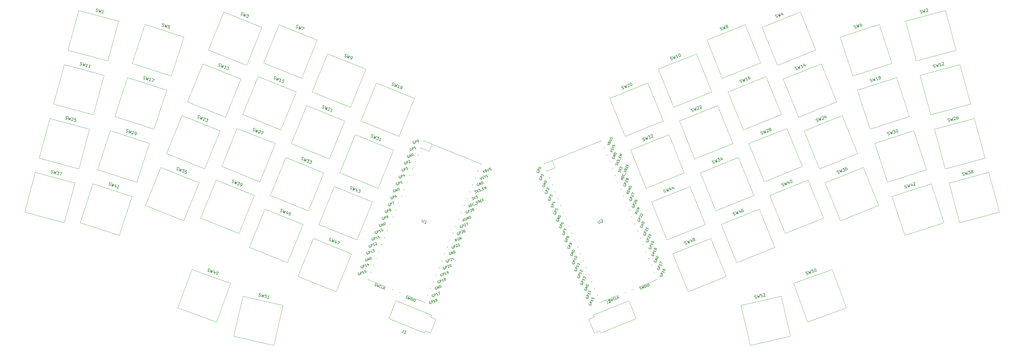
<source format=gbr>
%TF.GenerationSoftware,KiCad,Pcbnew,9.0.4*%
%TF.CreationDate,2025-09-09T15:52:51-06:00*%
%TF.ProjectId,ergo-kola,6572676f-2d6b-46f6-9c61-2e6b69636164,rev?*%
%TF.SameCoordinates,Original*%
%TF.FileFunction,Legend,Top*%
%TF.FilePolarity,Positive*%
%FSLAX46Y46*%
G04 Gerber Fmt 4.6, Leading zero omitted, Abs format (unit mm)*
G04 Created by KiCad (PCBNEW 9.0.4) date 2025-09-09 15:52:51*
%MOMM*%
%LPD*%
G01*
G04 APERTURE LIST*
%ADD10C,0.150000*%
%ADD11C,0.120000*%
G04 APERTURE END LIST*
D10*
X113435811Y-126892048D02*
X113564294Y-126970582D01*
X113564294Y-126970582D02*
X113796287Y-127024142D01*
X113796287Y-127024142D02*
X113899796Y-126999167D01*
X113899796Y-126999167D02*
X113956907Y-126963481D01*
X113956907Y-126963481D02*
X114024729Y-126881395D01*
X114024729Y-126881395D02*
X114046153Y-126788598D01*
X114046153Y-126788598D02*
X114021179Y-126685089D01*
X114021179Y-126685089D02*
X113985492Y-126627979D01*
X113985492Y-126627979D02*
X113903407Y-126560156D01*
X113903407Y-126560156D02*
X113728524Y-126470910D01*
X113728524Y-126470910D02*
X113646439Y-126403087D01*
X113646439Y-126403087D02*
X113610753Y-126345977D01*
X113610753Y-126345977D02*
X113585778Y-126242468D01*
X113585778Y-126242468D02*
X113607202Y-126149671D01*
X113607202Y-126149671D02*
X113675024Y-126067585D01*
X113675024Y-126067585D02*
X113732135Y-126031899D01*
X113732135Y-126031899D02*
X113835644Y-126006924D01*
X113835644Y-126006924D02*
X114067637Y-126060484D01*
X114067637Y-126060484D02*
X114196121Y-126139018D01*
X114531623Y-126167603D02*
X114538664Y-127195533D01*
X114538664Y-127195533D02*
X114884938Y-126542402D01*
X114884938Y-126542402D02*
X114909853Y-127281229D01*
X114909853Y-127281229D02*
X115366797Y-126360419D01*
X116201971Y-126553234D02*
X115737985Y-126446114D01*
X115737985Y-126446114D02*
X115584467Y-126899388D01*
X115584467Y-126899388D02*
X115641578Y-126863701D01*
X115641578Y-126863701D02*
X115745087Y-126838727D01*
X115745087Y-126838727D02*
X115977080Y-126892286D01*
X115977080Y-126892286D02*
X116059165Y-126960109D01*
X116059165Y-126960109D02*
X116094852Y-127017219D01*
X116094852Y-127017219D02*
X116119826Y-127120729D01*
X116119826Y-127120729D02*
X116066267Y-127352721D01*
X116066267Y-127352721D02*
X115998444Y-127434807D01*
X115998444Y-127434807D02*
X115941334Y-127470493D01*
X115941334Y-127470493D02*
X115837824Y-127495468D01*
X115837824Y-127495468D02*
X115605832Y-127441908D01*
X115605832Y-127441908D02*
X115523746Y-127374086D01*
X115523746Y-127374086D02*
X115488060Y-127316975D01*
X116951390Y-127752555D02*
X116394607Y-127624011D01*
X116672999Y-127688283D02*
X116897950Y-126713913D01*
X116897950Y-126713913D02*
X116773017Y-126831685D01*
X116773017Y-126831685D02*
X116658796Y-126903058D01*
X116658796Y-126903058D02*
X116555287Y-126928033D01*
X111356011Y-70449691D02*
X111470628Y-70547358D01*
X111470628Y-70547358D02*
X111691386Y-70636550D01*
X111691386Y-70636550D02*
X111797528Y-70628075D01*
X111797528Y-70628075D02*
X111859518Y-70601762D01*
X111859518Y-70601762D02*
X111939346Y-70531297D01*
X111939346Y-70531297D02*
X111975023Y-70442994D01*
X111975023Y-70442994D02*
X111966548Y-70336852D01*
X111966548Y-70336852D02*
X111940235Y-70274862D01*
X111940235Y-70274862D02*
X111869770Y-70195034D01*
X111869770Y-70195034D02*
X111711002Y-70079529D01*
X111711002Y-70079529D02*
X111640537Y-69999700D01*
X111640537Y-69999700D02*
X111614224Y-69937710D01*
X111614224Y-69937710D02*
X111605749Y-69831569D01*
X111605749Y-69831569D02*
X111641426Y-69743265D01*
X111641426Y-69743265D02*
X111721254Y-69672801D01*
X111721254Y-69672801D02*
X111783244Y-69646487D01*
X111783244Y-69646487D02*
X111889386Y-69638013D01*
X111889386Y-69638013D02*
X112110144Y-69727205D01*
X112110144Y-69727205D02*
X112224761Y-69824871D01*
X112551660Y-69905589D02*
X112397812Y-70921965D01*
X112397812Y-70921965D02*
X112841994Y-70331044D01*
X112841994Y-70331044D02*
X112751025Y-71064672D01*
X112751025Y-71064672D02*
X113346389Y-70226680D01*
X113619774Y-70439852D02*
X113681764Y-70413539D01*
X113681764Y-70413539D02*
X113787905Y-70405064D01*
X113787905Y-70405064D02*
X114008663Y-70494256D01*
X114008663Y-70494256D02*
X114079128Y-70574085D01*
X114079128Y-70574085D02*
X114105441Y-70636075D01*
X114105441Y-70636075D02*
X114113916Y-70742216D01*
X114113916Y-70742216D02*
X114078239Y-70830520D01*
X114078239Y-70830520D02*
X113980573Y-70945136D01*
X113980573Y-70945136D02*
X113236692Y-71260894D01*
X113236692Y-71260894D02*
X113810663Y-71492794D01*
X114494331Y-70690479D02*
X115112454Y-70940216D01*
X115112454Y-70940216D02*
X114340483Y-71706855D01*
X327573678Y-72004074D02*
X327724258Y-72005217D01*
X327724258Y-72005217D02*
X327950700Y-71931642D01*
X327950700Y-71931642D02*
X328026562Y-71856923D01*
X328026562Y-71856923D02*
X328057135Y-71796920D01*
X328057135Y-71796920D02*
X328072993Y-71691628D01*
X328072993Y-71691628D02*
X328043563Y-71601051D01*
X328043563Y-71601051D02*
X327968845Y-71525189D01*
X327968845Y-71525189D02*
X327908841Y-71494616D01*
X327908841Y-71494616D02*
X327803549Y-71478758D01*
X327803549Y-71478758D02*
X327607680Y-71492330D01*
X327607680Y-71492330D02*
X327502389Y-71476472D01*
X327502389Y-71476472D02*
X327442385Y-71445898D01*
X327442385Y-71445898D02*
X327367666Y-71370037D01*
X327367666Y-71370037D02*
X327338236Y-71279460D01*
X327338236Y-71279460D02*
X327354095Y-71174168D01*
X327354095Y-71174168D02*
X327384668Y-71114164D01*
X327384668Y-71114164D02*
X327460530Y-71039446D01*
X327460530Y-71039446D02*
X327686972Y-70965870D01*
X327686972Y-70965870D02*
X327837552Y-70967013D01*
X328139856Y-70818719D02*
X328675315Y-71696200D01*
X328675315Y-71696200D02*
X328635742Y-70958014D01*
X328635742Y-70958014D02*
X329037622Y-71578480D01*
X329037622Y-71578480D02*
X328955047Y-70553848D01*
X329226777Y-70465557D02*
X329815527Y-70274261D01*
X329815527Y-70274261D02*
X329616228Y-70739574D01*
X329616228Y-70739574D02*
X329752094Y-70695429D01*
X329752094Y-70695429D02*
X329857386Y-70711287D01*
X329857386Y-70711287D02*
X329917389Y-70741860D01*
X329917389Y-70741860D02*
X329992108Y-70817722D01*
X329992108Y-70817722D02*
X330065683Y-71044164D01*
X330065683Y-71044164D02*
X330049825Y-71149456D01*
X330049825Y-71149456D02*
X330019252Y-71209459D01*
X330019252Y-71209459D02*
X329943390Y-71284178D01*
X329943390Y-71284178D02*
X329671659Y-71372468D01*
X329671659Y-71372468D02*
X329566368Y-71356610D01*
X329566368Y-71356610D02*
X329506364Y-71326037D01*
X330404276Y-70082965D02*
X330494853Y-70053534D01*
X330494853Y-70053534D02*
X330600145Y-70069393D01*
X330600145Y-70069393D02*
X330660148Y-70099966D01*
X330660148Y-70099966D02*
X330734867Y-70175828D01*
X330734867Y-70175828D02*
X330839015Y-70342266D01*
X330839015Y-70342266D02*
X330912591Y-70568708D01*
X330912591Y-70568708D02*
X330926163Y-70764577D01*
X330926163Y-70764577D02*
X330910305Y-70869869D01*
X330910305Y-70869869D02*
X330879731Y-70929872D01*
X330879731Y-70929872D02*
X330803870Y-71004591D01*
X330803870Y-71004591D02*
X330713293Y-71034021D01*
X330713293Y-71034021D02*
X330608001Y-71018163D01*
X330608001Y-71018163D02*
X330547997Y-70987590D01*
X330547997Y-70987590D02*
X330473279Y-70911728D01*
X330473279Y-70911728D02*
X330369130Y-70745289D01*
X330369130Y-70745289D02*
X330295555Y-70518847D01*
X330295555Y-70518847D02*
X330281983Y-70322979D01*
X330281983Y-70322979D02*
X330297841Y-70217687D01*
X330297841Y-70217687D02*
X330328414Y-70157683D01*
X330328414Y-70157683D02*
X330404276Y-70082965D01*
X353011635Y-85797003D02*
X353161949Y-85806025D01*
X353161949Y-85806025D02*
X353391931Y-85744401D01*
X353391931Y-85744401D02*
X353471600Y-85673756D01*
X353471600Y-85673756D02*
X353505271Y-85615434D01*
X353505271Y-85615434D02*
X353526618Y-85511117D01*
X353526618Y-85511117D02*
X353501969Y-85419124D01*
X353501969Y-85419124D02*
X353431323Y-85339456D01*
X353431323Y-85339456D02*
X353373002Y-85305784D01*
X353373002Y-85305784D02*
X353268684Y-85284437D01*
X353268684Y-85284437D02*
X353072374Y-85287739D01*
X353072374Y-85287739D02*
X352968056Y-85266392D01*
X352968056Y-85266392D02*
X352909735Y-85232720D01*
X352909735Y-85232720D02*
X352839089Y-85153052D01*
X352839089Y-85153052D02*
X352814439Y-85061059D01*
X352814439Y-85061059D02*
X352835786Y-84956742D01*
X352835786Y-84956742D02*
X352869458Y-84898420D01*
X352869458Y-84898420D02*
X352949126Y-84827774D01*
X352949126Y-84827774D02*
X353179109Y-84766151D01*
X353179109Y-84766151D02*
X353329423Y-84775173D01*
X353639073Y-84642904D02*
X354127875Y-85547206D01*
X354127875Y-85547206D02*
X354126990Y-84807960D01*
X354126990Y-84807960D02*
X354495847Y-85448608D01*
X354495847Y-85448608D02*
X354467010Y-84421059D01*
X354742989Y-84347111D02*
X355340943Y-84186889D01*
X355340943Y-84186889D02*
X355117565Y-84641134D01*
X355117565Y-84641134D02*
X355255554Y-84604160D01*
X355255554Y-84604160D02*
X355359872Y-84625507D01*
X355359872Y-84625507D02*
X355418193Y-84659179D01*
X355418193Y-84659179D02*
X355488839Y-84738847D01*
X355488839Y-84738847D02*
X355550463Y-84968829D01*
X355550463Y-84968829D02*
X355529116Y-85073147D01*
X355529116Y-85073147D02*
X355495444Y-85131468D01*
X355495444Y-85131468D02*
X355415776Y-85202114D01*
X355415776Y-85202114D02*
X355139797Y-85276062D01*
X355139797Y-85276062D02*
X355035479Y-85254715D01*
X355035479Y-85254715D02*
X354977158Y-85221043D01*
X356003823Y-84452961D02*
X355899505Y-84431614D01*
X355899505Y-84431614D02*
X355841184Y-84397942D01*
X355841184Y-84397942D02*
X355770538Y-84318274D01*
X355770538Y-84318274D02*
X355758213Y-84272277D01*
X355758213Y-84272277D02*
X355779560Y-84167960D01*
X355779560Y-84167960D02*
X355813232Y-84109639D01*
X355813232Y-84109639D02*
X355892900Y-84038993D01*
X355892900Y-84038993D02*
X356076886Y-83989694D01*
X356076886Y-83989694D02*
X356181204Y-84011041D01*
X356181204Y-84011041D02*
X356239525Y-84044713D01*
X356239525Y-84044713D02*
X356310171Y-84124381D01*
X356310171Y-84124381D02*
X356322496Y-84170377D01*
X356322496Y-84170377D02*
X356301149Y-84274695D01*
X356301149Y-84274695D02*
X356267477Y-84333016D01*
X356267477Y-84333016D02*
X356187809Y-84403662D01*
X356187809Y-84403662D02*
X356003823Y-84452961D01*
X356003823Y-84452961D02*
X355924155Y-84523607D01*
X355924155Y-84523607D02*
X355890483Y-84581928D01*
X355890483Y-84581928D02*
X355869136Y-84686246D01*
X355869136Y-84686246D02*
X355918435Y-84870231D01*
X355918435Y-84870231D02*
X355989080Y-84949900D01*
X355989080Y-84949900D02*
X356047402Y-84983571D01*
X356047402Y-84983571D02*
X356151719Y-85004918D01*
X356151719Y-85004918D02*
X356335705Y-84955620D01*
X356335705Y-84955620D02*
X356415373Y-84884974D01*
X356415373Y-84884974D02*
X356449045Y-84826653D01*
X356449045Y-84826653D02*
X356470392Y-84722335D01*
X356470392Y-84722335D02*
X356421093Y-84538349D01*
X356421093Y-84538349D02*
X356350447Y-84458681D01*
X356350447Y-84458681D02*
X356292126Y-84425009D01*
X356292126Y-84425009D02*
X356187809Y-84403662D01*
X162854633Y-138442100D02*
X162587057Y-139104374D01*
X162587057Y-139104374D02*
X162489390Y-139218990D01*
X162489390Y-139218990D02*
X162365410Y-139271617D01*
X162365410Y-139271617D02*
X162215117Y-139262253D01*
X162215117Y-139262253D02*
X162126814Y-139226576D01*
X163407211Y-139743890D02*
X162877392Y-139529829D01*
X163142301Y-139636860D02*
X163516908Y-138709676D01*
X163516908Y-138709676D02*
X163375089Y-138806454D01*
X163375089Y-138806454D02*
X163251109Y-138859080D01*
X163251109Y-138859080D02*
X163144968Y-138867555D01*
X118492256Y-52786836D02*
X118606873Y-52884503D01*
X118606873Y-52884503D02*
X118827631Y-52973695D01*
X118827631Y-52973695D02*
X118933773Y-52965220D01*
X118933773Y-52965220D02*
X118995763Y-52938907D01*
X118995763Y-52938907D02*
X119075591Y-52868442D01*
X119075591Y-52868442D02*
X119111268Y-52780139D01*
X119111268Y-52780139D02*
X119102793Y-52673997D01*
X119102793Y-52673997D02*
X119076480Y-52612007D01*
X119076480Y-52612007D02*
X119006015Y-52532179D01*
X119006015Y-52532179D02*
X118847247Y-52416674D01*
X118847247Y-52416674D02*
X118776782Y-52336845D01*
X118776782Y-52336845D02*
X118750469Y-52274855D01*
X118750469Y-52274855D02*
X118741994Y-52168714D01*
X118741994Y-52168714D02*
X118777671Y-52080410D01*
X118777671Y-52080410D02*
X118857499Y-52009946D01*
X118857499Y-52009946D02*
X118919489Y-51983632D01*
X118919489Y-51983632D02*
X119025631Y-51975158D01*
X119025631Y-51975158D02*
X119246389Y-52064350D01*
X119246389Y-52064350D02*
X119361006Y-52162016D01*
X119687905Y-52242734D02*
X119534057Y-53259110D01*
X119534057Y-53259110D02*
X119978239Y-52668189D01*
X119978239Y-52668189D02*
X119887270Y-53401817D01*
X119887270Y-53401817D02*
X120482634Y-52563825D01*
X120946908Y-53829939D02*
X120417089Y-53615878D01*
X120681999Y-53722908D02*
X121056605Y-52795724D01*
X121056605Y-52795724D02*
X120914787Y-52892502D01*
X120914787Y-52892502D02*
X120790807Y-52945129D01*
X120790807Y-52945129D02*
X120684665Y-52953604D01*
X122160395Y-53241685D02*
X121718879Y-53063301D01*
X121718879Y-53063301D02*
X121496344Y-53486978D01*
X121496344Y-53486978D02*
X121558334Y-53460665D01*
X121558334Y-53460665D02*
X121664475Y-53452190D01*
X121664475Y-53452190D02*
X121885233Y-53541382D01*
X121885233Y-53541382D02*
X121955698Y-53621211D01*
X121955698Y-53621211D02*
X121982011Y-53683201D01*
X121982011Y-53683201D02*
X121990486Y-53789342D01*
X121990486Y-53789342D02*
X121901294Y-54010100D01*
X121901294Y-54010100D02*
X121821466Y-54080565D01*
X121821466Y-54080565D02*
X121759476Y-54106878D01*
X121759476Y-54106878D02*
X121653334Y-54115353D01*
X121653334Y-54115353D02*
X121432576Y-54026161D01*
X121432576Y-54026161D02*
X121362111Y-53946333D01*
X121362111Y-53946333D02*
X121335798Y-53884343D01*
X231961937Y-128533921D02*
X232229513Y-129196196D01*
X232229513Y-129196196D02*
X232238876Y-129346489D01*
X232238876Y-129346489D02*
X232186250Y-129470469D01*
X232186250Y-129470469D02*
X232071634Y-129568136D01*
X232071634Y-129568136D02*
X231983330Y-129603813D01*
X232394978Y-128461679D02*
X232421291Y-128399689D01*
X232421291Y-128399689D02*
X232491756Y-128319860D01*
X232491756Y-128319860D02*
X232712514Y-128230668D01*
X232712514Y-128230668D02*
X232818656Y-128239143D01*
X232818656Y-128239143D02*
X232880646Y-128265456D01*
X232880646Y-128265456D02*
X232960474Y-128335921D01*
X232960474Y-128335921D02*
X232996151Y-128424224D01*
X232996151Y-128424224D02*
X233005515Y-128574518D01*
X233005515Y-128574518D02*
X232689756Y-129318398D01*
X232689756Y-129318398D02*
X233263727Y-129086499D01*
X142606122Y-45227492D02*
X142720738Y-45325158D01*
X142720738Y-45325158D02*
X142941497Y-45414350D01*
X142941497Y-45414350D02*
X143047638Y-45405876D01*
X143047638Y-45405876D02*
X143109628Y-45379562D01*
X143109628Y-45379562D02*
X143189457Y-45309098D01*
X143189457Y-45309098D02*
X143225133Y-45220794D01*
X143225133Y-45220794D02*
X143216659Y-45114653D01*
X143216659Y-45114653D02*
X143190345Y-45052663D01*
X143190345Y-45052663D02*
X143119881Y-44972834D01*
X143119881Y-44972834D02*
X142961113Y-44857329D01*
X142961113Y-44857329D02*
X142890648Y-44777501D01*
X142890648Y-44777501D02*
X142864335Y-44715511D01*
X142864335Y-44715511D02*
X142855860Y-44609369D01*
X142855860Y-44609369D02*
X142891537Y-44521066D01*
X142891537Y-44521066D02*
X142971365Y-44450601D01*
X142971365Y-44450601D02*
X143033355Y-44424288D01*
X143033355Y-44424288D02*
X143139497Y-44415813D01*
X143139497Y-44415813D02*
X143360255Y-44505005D01*
X143360255Y-44505005D02*
X143474871Y-44602672D01*
X143801771Y-44683389D02*
X143647922Y-45699765D01*
X143647922Y-45699765D02*
X144092105Y-45108844D01*
X144092105Y-45108844D02*
X144001135Y-45842472D01*
X144001135Y-45842472D02*
X144596500Y-45004480D01*
X144619258Y-46092210D02*
X144795864Y-46163564D01*
X144795864Y-46163564D02*
X144902006Y-46155089D01*
X144902006Y-46155089D02*
X144963996Y-46128776D01*
X144963996Y-46128776D02*
X145105814Y-46031998D01*
X145105814Y-46031998D02*
X145221320Y-45873229D01*
X145221320Y-45873229D02*
X145364027Y-45520017D01*
X145364027Y-45520017D02*
X145355552Y-45413875D01*
X145355552Y-45413875D02*
X145329239Y-45351885D01*
X145329239Y-45351885D02*
X145258774Y-45272057D01*
X145258774Y-45272057D02*
X145082168Y-45200703D01*
X145082168Y-45200703D02*
X144976026Y-45209178D01*
X144976026Y-45209178D02*
X144914036Y-45235491D01*
X144914036Y-45235491D02*
X144834207Y-45305956D01*
X144834207Y-45305956D02*
X144745015Y-45526714D01*
X144745015Y-45526714D02*
X144753490Y-45632855D01*
X144753490Y-45632855D02*
X144779803Y-45694845D01*
X144779803Y-45694845D02*
X144850268Y-45774674D01*
X144850268Y-45774674D02*
X145026875Y-45846027D01*
X145026875Y-45846027D02*
X145133016Y-45837553D01*
X145133016Y-45837553D02*
X145195006Y-45811239D01*
X145195006Y-45811239D02*
X145274835Y-45740775D01*
X144428164Y-90299943D02*
X144542781Y-90397610D01*
X144542781Y-90397610D02*
X144763539Y-90486802D01*
X144763539Y-90486802D02*
X144869681Y-90478327D01*
X144869681Y-90478327D02*
X144931671Y-90452014D01*
X144931671Y-90452014D02*
X145011499Y-90381549D01*
X145011499Y-90381549D02*
X145047176Y-90293246D01*
X145047176Y-90293246D02*
X145038701Y-90187104D01*
X145038701Y-90187104D02*
X145012388Y-90125114D01*
X145012388Y-90125114D02*
X144941923Y-90045286D01*
X144941923Y-90045286D02*
X144783155Y-89929781D01*
X144783155Y-89929781D02*
X144712690Y-89849952D01*
X144712690Y-89849952D02*
X144686377Y-89787962D01*
X144686377Y-89787962D02*
X144677902Y-89681821D01*
X144677902Y-89681821D02*
X144713579Y-89593517D01*
X144713579Y-89593517D02*
X144793407Y-89523053D01*
X144793407Y-89523053D02*
X144855397Y-89496739D01*
X144855397Y-89496739D02*
X144961539Y-89488265D01*
X144961539Y-89488265D02*
X145182297Y-89577457D01*
X145182297Y-89577457D02*
X145296914Y-89675123D01*
X145623813Y-89755841D02*
X145469965Y-90772217D01*
X145469965Y-90772217D02*
X145914147Y-90181296D01*
X145914147Y-90181296D02*
X145823178Y-90914924D01*
X145823178Y-90914924D02*
X146418542Y-90076932D01*
X147044251Y-90689246D02*
X146794513Y-91307369D01*
X146966200Y-90246841D02*
X146477866Y-90819924D01*
X146477866Y-90819924D02*
X147051837Y-91051823D01*
X147566484Y-90540731D02*
X148140455Y-90772630D01*
X148140455Y-90772630D02*
X147688687Y-91000974D01*
X147688687Y-91000974D02*
X147821141Y-91054489D01*
X147821141Y-91054489D02*
X147891606Y-91134318D01*
X147891606Y-91134318D02*
X147917919Y-91196308D01*
X147917919Y-91196308D02*
X147926394Y-91302449D01*
X147926394Y-91302449D02*
X147837202Y-91523207D01*
X147837202Y-91523207D02*
X147757374Y-91593672D01*
X147757374Y-91593672D02*
X147695384Y-91619985D01*
X147695384Y-91619985D02*
X147589242Y-91628460D01*
X147589242Y-91628460D02*
X147324332Y-91521430D01*
X147324332Y-91521430D02*
X147253868Y-91441601D01*
X147253868Y-91441601D02*
X147227554Y-91379611D01*
X270712097Y-36301316D02*
X270862390Y-36291952D01*
X270862390Y-36291952D02*
X271083148Y-36202760D01*
X271083148Y-36202760D02*
X271153613Y-36122932D01*
X271153613Y-36122932D02*
X271179926Y-36060942D01*
X271179926Y-36060942D02*
X271188401Y-35954800D01*
X271188401Y-35954800D02*
X271152724Y-35866497D01*
X271152724Y-35866497D02*
X271072896Y-35796032D01*
X271072896Y-35796032D02*
X271010905Y-35769719D01*
X271010905Y-35769719D02*
X270904764Y-35761244D01*
X270904764Y-35761244D02*
X270710319Y-35788446D01*
X270710319Y-35788446D02*
X270604177Y-35779971D01*
X270604177Y-35779971D02*
X270542187Y-35753658D01*
X270542187Y-35753658D02*
X270462359Y-35683193D01*
X270462359Y-35683193D02*
X270426682Y-35594890D01*
X270426682Y-35594890D02*
X270435157Y-35488749D01*
X270435157Y-35488749D02*
X270461470Y-35426759D01*
X270461470Y-35426759D02*
X270531935Y-35346930D01*
X270531935Y-35346930D02*
X270752693Y-35257738D01*
X270752693Y-35257738D02*
X270902986Y-35248374D01*
X271194209Y-35079354D02*
X271789574Y-35917346D01*
X271789574Y-35917346D02*
X271698604Y-35183718D01*
X271698604Y-35183718D02*
X272142787Y-35774639D01*
X272142787Y-35774639D02*
X271988938Y-34758263D01*
X272635151Y-34959405D02*
X272529010Y-34950930D01*
X272529010Y-34950930D02*
X272467020Y-34924617D01*
X272467020Y-34924617D02*
X272387191Y-34854152D01*
X272387191Y-34854152D02*
X272369353Y-34810000D01*
X272369353Y-34810000D02*
X272377828Y-34703859D01*
X272377828Y-34703859D02*
X272404141Y-34641869D01*
X272404141Y-34641869D02*
X272474606Y-34562040D01*
X272474606Y-34562040D02*
X272651212Y-34490687D01*
X272651212Y-34490687D02*
X272757354Y-34499161D01*
X272757354Y-34499161D02*
X272819344Y-34525475D01*
X272819344Y-34525475D02*
X272899172Y-34595939D01*
X272899172Y-34595939D02*
X272917011Y-34640091D01*
X272917011Y-34640091D02*
X272908536Y-34746233D01*
X272908536Y-34746233D02*
X272882223Y-34808223D01*
X272882223Y-34808223D02*
X272811758Y-34888051D01*
X272811758Y-34888051D02*
X272635151Y-34959405D01*
X272635151Y-34959405D02*
X272564687Y-35039233D01*
X272564687Y-35039233D02*
X272538373Y-35101223D01*
X272538373Y-35101223D02*
X272529899Y-35207365D01*
X272529899Y-35207365D02*
X272601252Y-35383971D01*
X272601252Y-35383971D02*
X272681081Y-35454436D01*
X272681081Y-35454436D02*
X272743071Y-35480749D01*
X272743071Y-35480749D02*
X272849212Y-35489224D01*
X272849212Y-35489224D02*
X273025819Y-35417870D01*
X273025819Y-35417870D02*
X273096284Y-35338042D01*
X273096284Y-35338042D02*
X273122597Y-35276052D01*
X273122597Y-35276052D02*
X273131072Y-35169910D01*
X273131072Y-35169910D02*
X273059718Y-34993304D01*
X273059718Y-34993304D02*
X272979890Y-34922839D01*
X272979890Y-34922839D02*
X272917900Y-34896526D01*
X272917900Y-34896526D02*
X272811758Y-34888051D01*
X284543088Y-71805410D02*
X284693381Y-71796047D01*
X284693381Y-71796047D02*
X284914139Y-71706855D01*
X284914139Y-71706855D02*
X284984604Y-71627026D01*
X284984604Y-71627026D02*
X285010917Y-71565036D01*
X285010917Y-71565036D02*
X285019392Y-71458895D01*
X285019392Y-71458895D02*
X284983715Y-71370591D01*
X284983715Y-71370591D02*
X284903887Y-71300127D01*
X284903887Y-71300127D02*
X284841897Y-71273813D01*
X284841897Y-71273813D02*
X284735755Y-71265339D01*
X284735755Y-71265339D02*
X284541310Y-71292541D01*
X284541310Y-71292541D02*
X284435169Y-71284066D01*
X284435169Y-71284066D02*
X284373179Y-71257753D01*
X284373179Y-71257753D02*
X284293350Y-71187288D01*
X284293350Y-71187288D02*
X284257673Y-71098985D01*
X284257673Y-71098985D02*
X284266148Y-70992843D01*
X284266148Y-70992843D02*
X284292461Y-70930853D01*
X284292461Y-70930853D02*
X284362926Y-70851024D01*
X284362926Y-70851024D02*
X284583684Y-70761832D01*
X284583684Y-70761832D02*
X284733978Y-70752469D01*
X285025201Y-70583448D02*
X285620565Y-71421440D01*
X285620565Y-71421440D02*
X285529595Y-70687812D01*
X285529595Y-70687812D02*
X285973778Y-71278733D01*
X285973778Y-71278733D02*
X285819930Y-70262357D01*
X286164668Y-70225791D02*
X286190981Y-70163801D01*
X286190981Y-70163801D02*
X286261446Y-70083973D01*
X286261446Y-70083973D02*
X286482204Y-69994781D01*
X286482204Y-69994781D02*
X286588345Y-70003256D01*
X286588345Y-70003256D02*
X286650335Y-70029569D01*
X286650335Y-70029569D02*
X286730164Y-70100034D01*
X286730164Y-70100034D02*
X286765841Y-70188337D01*
X286765841Y-70188337D02*
X286775204Y-70338630D01*
X286775204Y-70338630D02*
X286459446Y-71082510D01*
X286459446Y-71082510D02*
X287033417Y-70850611D01*
X287349175Y-70106731D02*
X287243033Y-70098256D01*
X287243033Y-70098256D02*
X287181043Y-70071943D01*
X287181043Y-70071943D02*
X287101215Y-70001478D01*
X287101215Y-70001478D02*
X287083377Y-69957326D01*
X287083377Y-69957326D02*
X287091851Y-69851185D01*
X287091851Y-69851185D02*
X287118165Y-69789195D01*
X287118165Y-69789195D02*
X287188629Y-69709366D01*
X287188629Y-69709366D02*
X287365236Y-69638013D01*
X287365236Y-69638013D02*
X287471378Y-69646487D01*
X287471378Y-69646487D02*
X287533368Y-69672801D01*
X287533368Y-69672801D02*
X287613196Y-69743265D01*
X287613196Y-69743265D02*
X287631034Y-69787417D01*
X287631034Y-69787417D02*
X287622560Y-69893559D01*
X287622560Y-69893559D02*
X287596246Y-69955549D01*
X287596246Y-69955549D02*
X287525782Y-70035377D01*
X287525782Y-70035377D02*
X287349175Y-70106731D01*
X287349175Y-70106731D02*
X287278710Y-70186559D01*
X287278710Y-70186559D02*
X287252397Y-70248549D01*
X287252397Y-70248549D02*
X287243922Y-70354691D01*
X287243922Y-70354691D02*
X287315276Y-70531297D01*
X287315276Y-70531297D02*
X287395104Y-70601762D01*
X287395104Y-70601762D02*
X287457094Y-70628075D01*
X287457094Y-70628075D02*
X287563236Y-70636550D01*
X287563236Y-70636550D02*
X287739842Y-70565196D01*
X287739842Y-70565196D02*
X287810307Y-70485368D01*
X287810307Y-70485368D02*
X287836620Y-70423378D01*
X287836620Y-70423378D02*
X287845095Y-70317236D01*
X287845095Y-70317236D02*
X287773742Y-70140630D01*
X287773742Y-70140630D02*
X287693913Y-70070165D01*
X287693913Y-70070165D02*
X287631923Y-70043852D01*
X287631923Y-70043852D02*
X287525782Y-70035377D01*
X253734494Y-46404826D02*
X253884787Y-46395463D01*
X253884787Y-46395463D02*
X254105545Y-46306271D01*
X254105545Y-46306271D02*
X254176010Y-46226442D01*
X254176010Y-46226442D02*
X254202323Y-46164452D01*
X254202323Y-46164452D02*
X254210798Y-46058311D01*
X254210798Y-46058311D02*
X254175121Y-45970007D01*
X254175121Y-45970007D02*
X254095293Y-45899543D01*
X254095293Y-45899543D02*
X254033303Y-45873229D01*
X254033303Y-45873229D02*
X253927161Y-45864755D01*
X253927161Y-45864755D02*
X253732716Y-45891957D01*
X253732716Y-45891957D02*
X253626575Y-45883482D01*
X253626575Y-45883482D02*
X253564585Y-45857169D01*
X253564585Y-45857169D02*
X253484756Y-45786704D01*
X253484756Y-45786704D02*
X253449079Y-45698401D01*
X253449079Y-45698401D02*
X253457554Y-45592259D01*
X253457554Y-45592259D02*
X253483867Y-45530269D01*
X253483867Y-45530269D02*
X253554332Y-45450440D01*
X253554332Y-45450440D02*
X253775090Y-45361248D01*
X253775090Y-45361248D02*
X253925384Y-45351885D01*
X254216607Y-45182864D02*
X254811971Y-46020856D01*
X254811971Y-46020856D02*
X254721001Y-45287228D01*
X254721001Y-45287228D02*
X255165184Y-45878149D01*
X255165184Y-45878149D02*
X255011336Y-44861773D01*
X256224823Y-45450027D02*
X255695003Y-45664088D01*
X255959913Y-45557058D02*
X255585306Y-44629874D01*
X255585306Y-44629874D02*
X255550518Y-44798005D01*
X255550518Y-44798005D02*
X255497892Y-44921985D01*
X255497892Y-44921985D02*
X255427427Y-45001814D01*
X256424187Y-44290944D02*
X256512490Y-44255267D01*
X256512490Y-44255267D02*
X256618632Y-44263742D01*
X256618632Y-44263742D02*
X256680622Y-44290055D01*
X256680622Y-44290055D02*
X256760450Y-44360520D01*
X256760450Y-44360520D02*
X256875956Y-44519288D01*
X256875956Y-44519288D02*
X256965148Y-44740046D01*
X256965148Y-44740046D02*
X256992350Y-44934491D01*
X256992350Y-44934491D02*
X256983875Y-45040632D01*
X256983875Y-45040632D02*
X256957562Y-45102622D01*
X256957562Y-45102622D02*
X256887097Y-45182451D01*
X256887097Y-45182451D02*
X256798794Y-45218128D01*
X256798794Y-45218128D02*
X256692652Y-45209653D01*
X256692652Y-45209653D02*
X256630662Y-45183340D01*
X256630662Y-45183340D02*
X256550834Y-45112875D01*
X256550834Y-45112875D02*
X256435328Y-44954107D01*
X256435328Y-44954107D02*
X256346136Y-44733349D01*
X256346136Y-44733349D02*
X256318934Y-44538904D01*
X256318934Y-44538904D02*
X256327409Y-44432762D01*
X256327409Y-44432762D02*
X256353722Y-44370772D01*
X256353722Y-44370772D02*
X256424187Y-44290944D01*
X291679352Y-89468265D02*
X291829645Y-89458902D01*
X291829645Y-89458902D02*
X292050403Y-89369710D01*
X292050403Y-89369710D02*
X292120868Y-89289881D01*
X292120868Y-89289881D02*
X292147181Y-89227891D01*
X292147181Y-89227891D02*
X292155656Y-89121750D01*
X292155656Y-89121750D02*
X292119979Y-89033446D01*
X292119979Y-89033446D02*
X292040151Y-88962982D01*
X292040151Y-88962982D02*
X291978161Y-88936668D01*
X291978161Y-88936668D02*
X291872019Y-88928194D01*
X291872019Y-88928194D02*
X291677574Y-88955396D01*
X291677574Y-88955396D02*
X291571433Y-88946921D01*
X291571433Y-88946921D02*
X291509443Y-88920608D01*
X291509443Y-88920608D02*
X291429614Y-88850143D01*
X291429614Y-88850143D02*
X291393937Y-88761840D01*
X291393937Y-88761840D02*
X291402412Y-88655698D01*
X291402412Y-88655698D02*
X291428725Y-88593708D01*
X291428725Y-88593708D02*
X291499190Y-88513879D01*
X291499190Y-88513879D02*
X291719948Y-88424687D01*
X291719948Y-88424687D02*
X291870242Y-88415324D01*
X292161465Y-88246303D02*
X292756829Y-89084295D01*
X292756829Y-89084295D02*
X292665859Y-88350667D01*
X292665859Y-88350667D02*
X293110042Y-88941588D01*
X293110042Y-88941588D02*
X292956194Y-87925212D01*
X293831640Y-87931020D02*
X294081377Y-88549143D01*
X293468174Y-87666999D02*
X293514992Y-88418466D01*
X293514992Y-88418466D02*
X294088963Y-88186566D01*
X294369045Y-87354383D02*
X294457348Y-87318706D01*
X294457348Y-87318706D02*
X294563490Y-87327181D01*
X294563490Y-87327181D02*
X294625480Y-87353494D01*
X294625480Y-87353494D02*
X294705308Y-87423959D01*
X294705308Y-87423959D02*
X294820814Y-87582727D01*
X294820814Y-87582727D02*
X294910006Y-87803485D01*
X294910006Y-87803485D02*
X294937208Y-87997930D01*
X294937208Y-87997930D02*
X294928733Y-88104071D01*
X294928733Y-88104071D02*
X294902420Y-88166061D01*
X294902420Y-88166061D02*
X294831955Y-88245890D01*
X294831955Y-88245890D02*
X294743652Y-88281567D01*
X294743652Y-88281567D02*
X294637510Y-88273092D01*
X294637510Y-88273092D02*
X294575520Y-88246779D01*
X294575520Y-88246779D02*
X294495692Y-88176314D01*
X294495692Y-88176314D02*
X294380186Y-88017546D01*
X294380186Y-88017546D02*
X294290994Y-87796788D01*
X294290994Y-87796788D02*
X294263792Y-87602343D01*
X294263792Y-87602343D02*
X294272267Y-87496201D01*
X294272267Y-87496201D02*
X294298580Y-87434211D01*
X294298580Y-87434211D02*
X294369045Y-87354383D01*
X260870757Y-64067681D02*
X261021050Y-64058318D01*
X261021050Y-64058318D02*
X261241808Y-63969126D01*
X261241808Y-63969126D02*
X261312273Y-63889297D01*
X261312273Y-63889297D02*
X261338586Y-63827307D01*
X261338586Y-63827307D02*
X261347061Y-63721166D01*
X261347061Y-63721166D02*
X261311384Y-63632862D01*
X261311384Y-63632862D02*
X261231556Y-63562398D01*
X261231556Y-63562398D02*
X261169566Y-63536084D01*
X261169566Y-63536084D02*
X261063424Y-63527610D01*
X261063424Y-63527610D02*
X260868979Y-63554812D01*
X260868979Y-63554812D02*
X260762838Y-63546337D01*
X260762838Y-63546337D02*
X260700848Y-63520024D01*
X260700848Y-63520024D02*
X260621019Y-63449559D01*
X260621019Y-63449559D02*
X260585342Y-63361256D01*
X260585342Y-63361256D02*
X260593817Y-63255114D01*
X260593817Y-63255114D02*
X260620130Y-63193124D01*
X260620130Y-63193124D02*
X260690595Y-63113295D01*
X260690595Y-63113295D02*
X260911353Y-63024103D01*
X260911353Y-63024103D02*
X261061647Y-63014740D01*
X261352870Y-62845719D02*
X261948234Y-63683711D01*
X261948234Y-63683711D02*
X261857264Y-62950083D01*
X261857264Y-62950083D02*
X262301447Y-63541004D01*
X262301447Y-63541004D02*
X262147599Y-62524628D01*
X262492337Y-62488062D02*
X262518650Y-62426072D01*
X262518650Y-62426072D02*
X262589115Y-62346244D01*
X262589115Y-62346244D02*
X262809873Y-62257052D01*
X262809873Y-62257052D02*
X262916014Y-62265527D01*
X262916014Y-62265527D02*
X262978004Y-62291840D01*
X262978004Y-62291840D02*
X263057833Y-62362305D01*
X263057833Y-62362305D02*
X263093510Y-62450608D01*
X263093510Y-62450608D02*
X263102873Y-62600901D01*
X263102873Y-62600901D02*
X262787115Y-63344781D01*
X262787115Y-63344781D02*
X263361086Y-63112882D01*
X263375369Y-62131294D02*
X263401682Y-62069304D01*
X263401682Y-62069304D02*
X263472147Y-61989476D01*
X263472147Y-61989476D02*
X263692905Y-61900284D01*
X263692905Y-61900284D02*
X263799047Y-61908758D01*
X263799047Y-61908758D02*
X263861037Y-61935072D01*
X263861037Y-61935072D02*
X263940865Y-62005536D01*
X263940865Y-62005536D02*
X263976542Y-62093840D01*
X263976542Y-62093840D02*
X263985905Y-62244133D01*
X263985905Y-62244133D02*
X263670147Y-62988013D01*
X263670147Y-62988013D02*
X264244118Y-62756114D01*
X127892078Y-80374817D02*
X128006695Y-80472484D01*
X128006695Y-80472484D02*
X128227453Y-80561676D01*
X128227453Y-80561676D02*
X128333595Y-80553201D01*
X128333595Y-80553201D02*
X128395585Y-80526888D01*
X128395585Y-80526888D02*
X128475413Y-80456423D01*
X128475413Y-80456423D02*
X128511090Y-80368120D01*
X128511090Y-80368120D02*
X128502615Y-80261978D01*
X128502615Y-80261978D02*
X128476302Y-80199988D01*
X128476302Y-80199988D02*
X128405837Y-80120160D01*
X128405837Y-80120160D02*
X128247069Y-80004655D01*
X128247069Y-80004655D02*
X128176604Y-79924826D01*
X128176604Y-79924826D02*
X128150291Y-79862836D01*
X128150291Y-79862836D02*
X128141816Y-79756695D01*
X128141816Y-79756695D02*
X128177493Y-79668391D01*
X128177493Y-79668391D02*
X128257321Y-79597927D01*
X128257321Y-79597927D02*
X128319311Y-79571613D01*
X128319311Y-79571613D02*
X128425453Y-79563139D01*
X128425453Y-79563139D02*
X128646211Y-79652331D01*
X128646211Y-79652331D02*
X128760828Y-79749997D01*
X129087727Y-79830715D02*
X128933879Y-80847091D01*
X128933879Y-80847091D02*
X129378061Y-80256170D01*
X129378061Y-80256170D02*
X129287092Y-80989798D01*
X129287092Y-80989798D02*
X129882456Y-80151806D01*
X130147366Y-80258837D02*
X130721337Y-80490736D01*
X130721337Y-80490736D02*
X130269568Y-80719080D01*
X130269568Y-80719080D02*
X130402023Y-80772595D01*
X130402023Y-80772595D02*
X130472488Y-80852424D01*
X130472488Y-80852424D02*
X130498801Y-80914414D01*
X130498801Y-80914414D02*
X130507276Y-81020555D01*
X130507276Y-81020555D02*
X130418084Y-81241313D01*
X130418084Y-81241313D02*
X130338255Y-81311778D01*
X130338255Y-81311778D02*
X130276265Y-81338091D01*
X130276265Y-81338091D02*
X130170124Y-81346566D01*
X130170124Y-81346566D02*
X129905214Y-81239536D01*
X129905214Y-81239536D02*
X129834749Y-81159707D01*
X129834749Y-81159707D02*
X129808436Y-81097717D01*
X131030398Y-80615605D02*
X131604369Y-80847504D01*
X131604369Y-80847504D02*
X131152601Y-81075848D01*
X131152601Y-81075848D02*
X131285055Y-81129363D01*
X131285055Y-81129363D02*
X131355520Y-81209192D01*
X131355520Y-81209192D02*
X131381833Y-81271182D01*
X131381833Y-81271182D02*
X131390308Y-81377323D01*
X131390308Y-81377323D02*
X131301116Y-81598081D01*
X131301116Y-81598081D02*
X131221288Y-81668546D01*
X131221288Y-81668546D02*
X131159298Y-81694859D01*
X131159298Y-81694859D02*
X131053156Y-81703334D01*
X131053156Y-81703334D02*
X130788246Y-81596304D01*
X130788246Y-81596304D02*
X130717782Y-81516475D01*
X130717782Y-81516475D02*
X130691468Y-81454485D01*
X251470936Y-91655662D02*
X251621229Y-91646299D01*
X251621229Y-91646299D02*
X251841987Y-91557107D01*
X251841987Y-91557107D02*
X251912452Y-91477278D01*
X251912452Y-91477278D02*
X251938765Y-91415288D01*
X251938765Y-91415288D02*
X251947240Y-91309147D01*
X251947240Y-91309147D02*
X251911563Y-91220843D01*
X251911563Y-91220843D02*
X251831735Y-91150379D01*
X251831735Y-91150379D02*
X251769745Y-91124065D01*
X251769745Y-91124065D02*
X251663603Y-91115591D01*
X251663603Y-91115591D02*
X251469158Y-91142793D01*
X251469158Y-91142793D02*
X251363017Y-91134318D01*
X251363017Y-91134318D02*
X251301027Y-91108005D01*
X251301027Y-91108005D02*
X251221198Y-91037540D01*
X251221198Y-91037540D02*
X251185521Y-90949237D01*
X251185521Y-90949237D02*
X251193996Y-90843095D01*
X251193996Y-90843095D02*
X251220309Y-90781105D01*
X251220309Y-90781105D02*
X251290774Y-90701276D01*
X251290774Y-90701276D02*
X251511532Y-90612084D01*
X251511532Y-90612084D02*
X251661826Y-90602721D01*
X251953049Y-90433700D02*
X252548413Y-91271692D01*
X252548413Y-91271692D02*
X252457443Y-90538064D01*
X252457443Y-90538064D02*
X252901626Y-91128985D01*
X252901626Y-91128985D02*
X252747778Y-90112609D01*
X253623224Y-90118417D02*
X253872961Y-90736540D01*
X253259758Y-89854396D02*
X253306576Y-90605863D01*
X253306576Y-90605863D02*
X253880547Y-90373963D01*
X254506256Y-89761649D02*
X254755994Y-90379772D01*
X254142791Y-89497628D02*
X254189609Y-90249094D01*
X254189609Y-90249094D02*
X254763580Y-90017195D01*
X333460451Y-90121691D02*
X333611031Y-90122834D01*
X333611031Y-90122834D02*
X333837473Y-90049259D01*
X333837473Y-90049259D02*
X333913335Y-89974540D01*
X333913335Y-89974540D02*
X333943908Y-89914537D01*
X333943908Y-89914537D02*
X333959766Y-89809245D01*
X333959766Y-89809245D02*
X333930336Y-89718668D01*
X333930336Y-89718668D02*
X333855618Y-89642806D01*
X333855618Y-89642806D02*
X333795614Y-89612233D01*
X333795614Y-89612233D02*
X333690322Y-89596375D01*
X333690322Y-89596375D02*
X333494453Y-89609947D01*
X333494453Y-89609947D02*
X333389162Y-89594089D01*
X333389162Y-89594089D02*
X333329158Y-89563515D01*
X333329158Y-89563515D02*
X333254439Y-89487654D01*
X333254439Y-89487654D02*
X333225009Y-89397077D01*
X333225009Y-89397077D02*
X333240868Y-89291785D01*
X333240868Y-89291785D02*
X333271441Y-89231781D01*
X333271441Y-89231781D02*
X333347303Y-89157063D01*
X333347303Y-89157063D02*
X333573745Y-89083487D01*
X333573745Y-89083487D02*
X333724325Y-89084630D01*
X334026629Y-88936336D02*
X334562088Y-89813817D01*
X334562088Y-89813817D02*
X334522515Y-89075631D01*
X334522515Y-89075631D02*
X334924395Y-89696097D01*
X334924395Y-89696097D02*
X334841820Y-88671465D01*
X335714728Y-88738327D02*
X335920740Y-89372365D01*
X335370566Y-88449595D02*
X335364850Y-89202497D01*
X335364850Y-89202497D02*
X335953599Y-89011201D01*
X336094037Y-88364734D02*
X336124610Y-88304730D01*
X336124610Y-88304730D02*
X336200472Y-88230012D01*
X336200472Y-88230012D02*
X336426914Y-88156436D01*
X336426914Y-88156436D02*
X336532206Y-88172295D01*
X336532206Y-88172295D02*
X336592209Y-88202868D01*
X336592209Y-88202868D02*
X336666928Y-88278730D01*
X336666928Y-88278730D02*
X336696358Y-88369306D01*
X336696358Y-88369306D02*
X336695215Y-88519887D01*
X336695215Y-88519887D02*
X336328335Y-89239929D01*
X336328335Y-89239929D02*
X336917085Y-89048633D01*
X321686903Y-53886438D02*
X321837483Y-53887581D01*
X321837483Y-53887581D02*
X322063925Y-53814006D01*
X322063925Y-53814006D02*
X322139787Y-53739287D01*
X322139787Y-53739287D02*
X322170360Y-53679284D01*
X322170360Y-53679284D02*
X322186218Y-53573992D01*
X322186218Y-53573992D02*
X322156788Y-53483415D01*
X322156788Y-53483415D02*
X322082070Y-53407553D01*
X322082070Y-53407553D02*
X322022066Y-53376980D01*
X322022066Y-53376980D02*
X321916774Y-53361122D01*
X321916774Y-53361122D02*
X321720905Y-53374694D01*
X321720905Y-53374694D02*
X321615614Y-53358836D01*
X321615614Y-53358836D02*
X321555610Y-53328262D01*
X321555610Y-53328262D02*
X321480891Y-53252401D01*
X321480891Y-53252401D02*
X321451461Y-53161824D01*
X321451461Y-53161824D02*
X321467320Y-53056532D01*
X321467320Y-53056532D02*
X321497893Y-52996528D01*
X321497893Y-52996528D02*
X321573755Y-52921810D01*
X321573755Y-52921810D02*
X321800197Y-52848234D01*
X321800197Y-52848234D02*
X321950777Y-52849377D01*
X322253081Y-52701083D02*
X322788540Y-53578564D01*
X322788540Y-53578564D02*
X322748967Y-52840378D01*
X322748967Y-52840378D02*
X323150847Y-53460844D01*
X323150847Y-53460844D02*
X323068272Y-52436212D01*
X324237769Y-53107681D02*
X323694308Y-53284263D01*
X323966038Y-53195972D02*
X323657021Y-52244915D01*
X323657021Y-52244915D02*
X323610590Y-52410211D01*
X323610590Y-52410211D02*
X323549443Y-52530218D01*
X323549443Y-52530218D02*
X323473581Y-52604936D01*
X324604648Y-52387639D02*
X324499356Y-52371781D01*
X324499356Y-52371781D02*
X324439353Y-52341208D01*
X324439353Y-52341208D02*
X324364634Y-52265346D01*
X324364634Y-52265346D02*
X324349919Y-52220058D01*
X324349919Y-52220058D02*
X324365777Y-52114766D01*
X324365777Y-52114766D02*
X324396351Y-52054762D01*
X324396351Y-52054762D02*
X324472212Y-51980044D01*
X324472212Y-51980044D02*
X324653366Y-51921183D01*
X324653366Y-51921183D02*
X324758658Y-51937042D01*
X324758658Y-51937042D02*
X324818661Y-51967615D01*
X324818661Y-51967615D02*
X324893380Y-52043477D01*
X324893380Y-52043477D02*
X324908095Y-52088765D01*
X324908095Y-52088765D02*
X324892237Y-52194057D01*
X324892237Y-52194057D02*
X324861664Y-52254060D01*
X324861664Y-52254060D02*
X324785802Y-52328779D01*
X324785802Y-52328779D02*
X324604648Y-52387639D01*
X324604648Y-52387639D02*
X324528787Y-52462358D01*
X324528787Y-52462358D02*
X324498213Y-52522362D01*
X324498213Y-52522362D02*
X324482355Y-52627653D01*
X324482355Y-52627653D02*
X324541215Y-52808807D01*
X324541215Y-52808807D02*
X324615934Y-52884669D01*
X324615934Y-52884669D02*
X324675938Y-52915242D01*
X324675938Y-52915242D02*
X324781229Y-52931100D01*
X324781229Y-52931100D02*
X324962383Y-52872240D01*
X324962383Y-52872240D02*
X325038245Y-52797521D01*
X325038245Y-52797521D02*
X325068818Y-52737518D01*
X325068818Y-52737518D02*
X325084676Y-52632226D01*
X325084676Y-52632226D02*
X325025816Y-52451072D01*
X325025816Y-52451072D02*
X324951097Y-52375211D01*
X324951097Y-52375211D02*
X324891094Y-52344637D01*
X324891094Y-52344637D02*
X324785802Y-52328779D01*
X104219748Y-88112546D02*
X104334365Y-88210213D01*
X104334365Y-88210213D02*
X104555123Y-88299405D01*
X104555123Y-88299405D02*
X104661265Y-88290930D01*
X104661265Y-88290930D02*
X104723255Y-88264617D01*
X104723255Y-88264617D02*
X104803083Y-88194152D01*
X104803083Y-88194152D02*
X104838760Y-88105849D01*
X104838760Y-88105849D02*
X104830285Y-87999707D01*
X104830285Y-87999707D02*
X104803972Y-87937717D01*
X104803972Y-87937717D02*
X104733507Y-87857889D01*
X104733507Y-87857889D02*
X104574739Y-87742384D01*
X104574739Y-87742384D02*
X104504274Y-87662555D01*
X104504274Y-87662555D02*
X104477961Y-87600565D01*
X104477961Y-87600565D02*
X104469486Y-87494424D01*
X104469486Y-87494424D02*
X104505163Y-87406120D01*
X104505163Y-87406120D02*
X104584991Y-87335656D01*
X104584991Y-87335656D02*
X104646981Y-87309342D01*
X104646981Y-87309342D02*
X104753123Y-87300868D01*
X104753123Y-87300868D02*
X104973881Y-87390060D01*
X104973881Y-87390060D02*
X105088498Y-87487726D01*
X105415397Y-87568444D02*
X105261549Y-88584820D01*
X105261549Y-88584820D02*
X105705731Y-87993899D01*
X105705731Y-87993899D02*
X105614762Y-88727527D01*
X105614762Y-88727527D02*
X106210126Y-87889535D01*
X106475036Y-87996566D02*
X107049007Y-88228465D01*
X107049007Y-88228465D02*
X106597238Y-88456809D01*
X106597238Y-88456809D02*
X106729693Y-88510324D01*
X106729693Y-88510324D02*
X106800158Y-88590153D01*
X106800158Y-88590153D02*
X106826471Y-88652143D01*
X106826471Y-88652143D02*
X106834946Y-88758284D01*
X106834946Y-88758284D02*
X106745754Y-88979042D01*
X106745754Y-88979042D02*
X106665925Y-89049507D01*
X106665925Y-89049507D02*
X106603935Y-89075820D01*
X106603935Y-89075820D02*
X106497794Y-89084295D01*
X106497794Y-89084295D02*
X106232884Y-88977265D01*
X106232884Y-88977265D02*
X106162419Y-88897436D01*
X106162419Y-88897436D02*
X106136106Y-88835446D01*
X107115916Y-89334033D02*
X107292523Y-89405386D01*
X107292523Y-89405386D02*
X107398664Y-89396912D01*
X107398664Y-89396912D02*
X107460654Y-89370598D01*
X107460654Y-89370598D02*
X107602473Y-89273820D01*
X107602473Y-89273820D02*
X107717978Y-89115052D01*
X107717978Y-89115052D02*
X107860685Y-88761840D01*
X107860685Y-88761840D02*
X107852211Y-88655698D01*
X107852211Y-88655698D02*
X107825897Y-88593708D01*
X107825897Y-88593708D02*
X107755433Y-88513879D01*
X107755433Y-88513879D02*
X107578826Y-88442526D01*
X107578826Y-88442526D02*
X107472685Y-88451001D01*
X107472685Y-88451001D02*
X107410695Y-88477314D01*
X107410695Y-88477314D02*
X107330866Y-88547779D01*
X107330866Y-88547779D02*
X107241674Y-88768537D01*
X107241674Y-88768537D02*
X107250149Y-88874678D01*
X107250149Y-88874678D02*
X107276462Y-88936668D01*
X107276462Y-88936668D02*
X107346927Y-89016497D01*
X107346927Y-89016497D02*
X107523533Y-89087850D01*
X107523533Y-89087850D02*
X107629675Y-89079376D01*
X107629675Y-89079376D02*
X107691665Y-89053062D01*
X107691665Y-89053062D02*
X107771493Y-88982598D01*
X258607199Y-109318518D02*
X258757492Y-109309155D01*
X258757492Y-109309155D02*
X258978250Y-109219963D01*
X258978250Y-109219963D02*
X259048715Y-109140134D01*
X259048715Y-109140134D02*
X259075028Y-109078144D01*
X259075028Y-109078144D02*
X259083503Y-108972003D01*
X259083503Y-108972003D02*
X259047826Y-108883699D01*
X259047826Y-108883699D02*
X258967998Y-108813235D01*
X258967998Y-108813235D02*
X258906008Y-108786921D01*
X258906008Y-108786921D02*
X258799866Y-108778447D01*
X258799866Y-108778447D02*
X258605421Y-108805649D01*
X258605421Y-108805649D02*
X258499280Y-108797174D01*
X258499280Y-108797174D02*
X258437290Y-108770861D01*
X258437290Y-108770861D02*
X258357461Y-108700396D01*
X258357461Y-108700396D02*
X258321784Y-108612093D01*
X258321784Y-108612093D02*
X258330259Y-108505951D01*
X258330259Y-108505951D02*
X258356572Y-108443961D01*
X258356572Y-108443961D02*
X258427037Y-108364132D01*
X258427037Y-108364132D02*
X258647795Y-108274940D01*
X258647795Y-108274940D02*
X258798089Y-108265577D01*
X259089312Y-108096556D02*
X259684676Y-108934548D01*
X259684676Y-108934548D02*
X259593706Y-108200920D01*
X259593706Y-108200920D02*
X260037889Y-108791841D01*
X260037889Y-108791841D02*
X259884041Y-107775465D01*
X260759487Y-107781273D02*
X261009224Y-108399396D01*
X260396021Y-107517252D02*
X260442839Y-108268719D01*
X260442839Y-108268719D02*
X261016810Y-108036819D01*
X261413286Y-107619839D02*
X261307144Y-107611364D01*
X261307144Y-107611364D02*
X261245154Y-107585051D01*
X261245154Y-107585051D02*
X261165326Y-107514586D01*
X261165326Y-107514586D02*
X261147488Y-107470434D01*
X261147488Y-107470434D02*
X261155962Y-107364293D01*
X261155962Y-107364293D02*
X261182276Y-107302303D01*
X261182276Y-107302303D02*
X261252740Y-107222474D01*
X261252740Y-107222474D02*
X261429347Y-107151121D01*
X261429347Y-107151121D02*
X261535489Y-107159595D01*
X261535489Y-107159595D02*
X261597479Y-107185909D01*
X261597479Y-107185909D02*
X261677307Y-107256373D01*
X261677307Y-107256373D02*
X261695145Y-107300525D01*
X261695145Y-107300525D02*
X261686671Y-107406667D01*
X261686671Y-107406667D02*
X261660357Y-107468657D01*
X261660357Y-107468657D02*
X261589893Y-107548485D01*
X261589893Y-107548485D02*
X261413286Y-107619839D01*
X261413286Y-107619839D02*
X261342821Y-107699667D01*
X261342821Y-107699667D02*
X261316508Y-107761657D01*
X261316508Y-107761657D02*
X261308033Y-107867799D01*
X261308033Y-107867799D02*
X261379387Y-108044405D01*
X261379387Y-108044405D02*
X261459215Y-108114870D01*
X261459215Y-108114870D02*
X261521205Y-108141183D01*
X261521205Y-108141183D02*
X261627347Y-108149658D01*
X261627347Y-108149658D02*
X261803953Y-108078304D01*
X261803953Y-108078304D02*
X261874418Y-107998476D01*
X261874418Y-107998476D02*
X261900731Y-107936486D01*
X261900731Y-107936486D02*
X261909206Y-107830344D01*
X261909206Y-107830344D02*
X261837853Y-107653738D01*
X261837853Y-107653738D02*
X261758024Y-107583273D01*
X261758024Y-107583273D02*
X261696034Y-107556960D01*
X261696034Y-107556960D02*
X261589893Y-107548485D01*
X268007021Y-81730536D02*
X268157314Y-81721173D01*
X268157314Y-81721173D02*
X268378072Y-81631981D01*
X268378072Y-81631981D02*
X268448537Y-81552152D01*
X268448537Y-81552152D02*
X268474850Y-81490162D01*
X268474850Y-81490162D02*
X268483325Y-81384021D01*
X268483325Y-81384021D02*
X268447648Y-81295717D01*
X268447648Y-81295717D02*
X268367820Y-81225253D01*
X268367820Y-81225253D02*
X268305830Y-81198939D01*
X268305830Y-81198939D02*
X268199688Y-81190465D01*
X268199688Y-81190465D02*
X268005243Y-81217667D01*
X268005243Y-81217667D02*
X267899102Y-81209192D01*
X267899102Y-81209192D02*
X267837112Y-81182879D01*
X267837112Y-81182879D02*
X267757283Y-81112414D01*
X267757283Y-81112414D02*
X267721606Y-81024111D01*
X267721606Y-81024111D02*
X267730081Y-80917969D01*
X267730081Y-80917969D02*
X267756394Y-80855979D01*
X267756394Y-80855979D02*
X267826859Y-80776150D01*
X267826859Y-80776150D02*
X268047617Y-80686958D01*
X268047617Y-80686958D02*
X268197911Y-80677595D01*
X268489134Y-80508574D02*
X269084498Y-81346566D01*
X269084498Y-81346566D02*
X268993528Y-80612938D01*
X268993528Y-80612938D02*
X269437711Y-81203859D01*
X269437711Y-81203859D02*
X269283863Y-80187483D01*
X269548772Y-80080453D02*
X270122743Y-79848553D01*
X270122743Y-79848553D02*
X269956389Y-80326635D01*
X269956389Y-80326635D02*
X270088844Y-80273120D01*
X270088844Y-80273120D02*
X270194986Y-80281595D01*
X270194986Y-80281595D02*
X270256976Y-80307908D01*
X270256976Y-80307908D02*
X270336804Y-80378373D01*
X270336804Y-80378373D02*
X270425996Y-80599131D01*
X270425996Y-80599131D02*
X270417521Y-80705272D01*
X270417521Y-80705272D02*
X270391208Y-80767262D01*
X270391208Y-80767262D02*
X270320743Y-80847091D01*
X270320743Y-80847091D02*
X270055834Y-80954121D01*
X270055834Y-80954121D02*
X269949692Y-80945646D01*
X269949692Y-80945646D02*
X269887702Y-80919333D01*
X271042341Y-79836523D02*
X271292079Y-80454646D01*
X270678876Y-79572502D02*
X270725694Y-80323968D01*
X270725694Y-80323968D02*
X271299665Y-80092069D01*
X275143266Y-99393391D02*
X275293559Y-99384028D01*
X275293559Y-99384028D02*
X275514317Y-99294836D01*
X275514317Y-99294836D02*
X275584782Y-99215007D01*
X275584782Y-99215007D02*
X275611095Y-99153017D01*
X275611095Y-99153017D02*
X275619570Y-99046876D01*
X275619570Y-99046876D02*
X275583893Y-98958572D01*
X275583893Y-98958572D02*
X275504065Y-98888108D01*
X275504065Y-98888108D02*
X275442075Y-98861794D01*
X275442075Y-98861794D02*
X275335933Y-98853320D01*
X275335933Y-98853320D02*
X275141488Y-98880522D01*
X275141488Y-98880522D02*
X275035347Y-98872047D01*
X275035347Y-98872047D02*
X274973357Y-98845734D01*
X274973357Y-98845734D02*
X274893528Y-98775269D01*
X274893528Y-98775269D02*
X274857851Y-98686966D01*
X274857851Y-98686966D02*
X274866326Y-98580824D01*
X274866326Y-98580824D02*
X274892639Y-98518834D01*
X274892639Y-98518834D02*
X274963104Y-98439005D01*
X274963104Y-98439005D02*
X275183862Y-98349813D01*
X275183862Y-98349813D02*
X275334156Y-98340450D01*
X275625379Y-98171429D02*
X276220743Y-99009421D01*
X276220743Y-99009421D02*
X276129773Y-98275793D01*
X276129773Y-98275793D02*
X276573956Y-98866714D01*
X276573956Y-98866714D02*
X276420108Y-97850338D01*
X277295554Y-97856146D02*
X277545291Y-98474269D01*
X276932088Y-97592125D02*
X276978906Y-98343592D01*
X276978906Y-98343592D02*
X277552877Y-98111692D01*
X278053717Y-97190317D02*
X277877111Y-97261670D01*
X277877111Y-97261670D02*
X277806646Y-97341499D01*
X277806646Y-97341499D02*
X277780333Y-97403489D01*
X277780333Y-97403489D02*
X277745545Y-97571621D01*
X277745545Y-97571621D02*
X277772747Y-97766065D01*
X277772747Y-97766065D02*
X277915454Y-98119278D01*
X277915454Y-98119278D02*
X277995282Y-98189743D01*
X277995282Y-98189743D02*
X278057272Y-98216056D01*
X278057272Y-98216056D02*
X278163414Y-98224531D01*
X278163414Y-98224531D02*
X278340020Y-98153177D01*
X278340020Y-98153177D02*
X278410485Y-98073349D01*
X278410485Y-98073349D02*
X278436798Y-98011359D01*
X278436798Y-98011359D02*
X278445273Y-97905217D01*
X278445273Y-97905217D02*
X278356081Y-97684459D01*
X278356081Y-97684459D02*
X278276253Y-97613995D01*
X278276253Y-97613995D02*
X278214263Y-97587681D01*
X278214263Y-97587681D02*
X278108121Y-97579207D01*
X278108121Y-97579207D02*
X277931515Y-97650560D01*
X277931515Y-97650560D02*
X277861050Y-97730389D01*
X277861050Y-97730389D02*
X277834737Y-97792379D01*
X277834737Y-97792379D02*
X277826262Y-97898520D01*
X120755834Y-98037672D02*
X120870451Y-98135339D01*
X120870451Y-98135339D02*
X121091209Y-98224531D01*
X121091209Y-98224531D02*
X121197351Y-98216056D01*
X121197351Y-98216056D02*
X121259341Y-98189743D01*
X121259341Y-98189743D02*
X121339169Y-98119278D01*
X121339169Y-98119278D02*
X121374846Y-98030975D01*
X121374846Y-98030975D02*
X121366371Y-97924833D01*
X121366371Y-97924833D02*
X121340058Y-97862843D01*
X121340058Y-97862843D02*
X121269593Y-97783015D01*
X121269593Y-97783015D02*
X121110825Y-97667510D01*
X121110825Y-97667510D02*
X121040360Y-97587681D01*
X121040360Y-97587681D02*
X121014047Y-97525691D01*
X121014047Y-97525691D02*
X121005572Y-97419550D01*
X121005572Y-97419550D02*
X121041249Y-97331246D01*
X121041249Y-97331246D02*
X121121077Y-97260782D01*
X121121077Y-97260782D02*
X121183067Y-97234468D01*
X121183067Y-97234468D02*
X121289209Y-97225994D01*
X121289209Y-97225994D02*
X121509967Y-97315186D01*
X121509967Y-97315186D02*
X121624584Y-97412852D01*
X121951483Y-97493570D02*
X121797635Y-98509946D01*
X121797635Y-98509946D02*
X122241817Y-97919025D01*
X122241817Y-97919025D02*
X122150848Y-98652653D01*
X122150848Y-98652653D02*
X122746212Y-97814661D01*
X123371921Y-98426975D02*
X123122183Y-99045098D01*
X123293870Y-97984570D02*
X122805536Y-98557653D01*
X122805536Y-98557653D02*
X123379507Y-98789552D01*
X124423973Y-98492521D02*
X123982457Y-98314137D01*
X123982457Y-98314137D02*
X123759922Y-98737814D01*
X123759922Y-98737814D02*
X123821912Y-98711501D01*
X123821912Y-98711501D02*
X123928053Y-98703026D01*
X123928053Y-98703026D02*
X124148811Y-98792218D01*
X124148811Y-98792218D02*
X124219276Y-98872047D01*
X124219276Y-98872047D02*
X124245589Y-98934037D01*
X124245589Y-98934037D02*
X124254064Y-99040178D01*
X124254064Y-99040178D02*
X124164872Y-99260936D01*
X124164872Y-99260936D02*
X124085044Y-99331401D01*
X124085044Y-99331401D02*
X124023054Y-99357714D01*
X124023054Y-99357714D02*
X123916912Y-99366189D01*
X123916912Y-99366189D02*
X123696154Y-99276997D01*
X123696154Y-99276997D02*
X123625689Y-99197169D01*
X123625689Y-99197169D02*
X123599376Y-99135179D01*
X99702631Y-48439454D02*
X99817248Y-48537121D01*
X99817248Y-48537121D02*
X100038006Y-48626313D01*
X100038006Y-48626313D02*
X100144148Y-48617838D01*
X100144148Y-48617838D02*
X100206138Y-48591525D01*
X100206138Y-48591525D02*
X100285966Y-48521060D01*
X100285966Y-48521060D02*
X100321643Y-48432757D01*
X100321643Y-48432757D02*
X100313168Y-48326615D01*
X100313168Y-48326615D02*
X100286855Y-48264625D01*
X100286855Y-48264625D02*
X100216390Y-48184797D01*
X100216390Y-48184797D02*
X100057622Y-48069292D01*
X100057622Y-48069292D02*
X99987157Y-47989463D01*
X99987157Y-47989463D02*
X99960844Y-47927473D01*
X99960844Y-47927473D02*
X99952369Y-47821332D01*
X99952369Y-47821332D02*
X99988046Y-47733028D01*
X99988046Y-47733028D02*
X100067874Y-47662564D01*
X100067874Y-47662564D02*
X100129864Y-47636250D01*
X100129864Y-47636250D02*
X100236006Y-47627776D01*
X100236006Y-47627776D02*
X100456764Y-47716968D01*
X100456764Y-47716968D02*
X100571381Y-47814634D01*
X100898280Y-47895352D02*
X100744432Y-48911728D01*
X100744432Y-48911728D02*
X101188614Y-48320807D01*
X101188614Y-48320807D02*
X101097645Y-49054435D01*
X101097645Y-49054435D02*
X101693009Y-48216443D01*
X102157283Y-49482557D02*
X101627464Y-49268496D01*
X101892374Y-49375526D02*
X102266980Y-48448342D01*
X102266980Y-48448342D02*
X102125162Y-48545120D01*
X102125162Y-48545120D02*
X102001182Y-48597747D01*
X102001182Y-48597747D02*
X101895040Y-48606222D01*
X102840951Y-48680242D02*
X103414922Y-48912141D01*
X103414922Y-48912141D02*
X102963154Y-49140485D01*
X102963154Y-49140485D02*
X103095608Y-49194000D01*
X103095608Y-49194000D02*
X103166073Y-49273829D01*
X103166073Y-49273829D02*
X103192386Y-49335819D01*
X103192386Y-49335819D02*
X103200861Y-49441960D01*
X103200861Y-49441960D02*
X103111669Y-49662718D01*
X103111669Y-49662718D02*
X103031841Y-49733183D01*
X103031841Y-49733183D02*
X102969851Y-49759496D01*
X102969851Y-49759496D02*
X102863709Y-49767971D01*
X102863709Y-49767971D02*
X102598799Y-49660941D01*
X102598799Y-49660941D02*
X102528335Y-49581112D01*
X102528335Y-49581112D02*
X102502021Y-49519122D01*
X348081133Y-67396112D02*
X348231447Y-67405134D01*
X348231447Y-67405134D02*
X348461429Y-67343510D01*
X348461429Y-67343510D02*
X348541098Y-67272865D01*
X348541098Y-67272865D02*
X348574769Y-67214543D01*
X348574769Y-67214543D02*
X348596116Y-67110226D01*
X348596116Y-67110226D02*
X348571467Y-67018233D01*
X348571467Y-67018233D02*
X348500821Y-66938565D01*
X348500821Y-66938565D02*
X348442500Y-66904893D01*
X348442500Y-66904893D02*
X348338182Y-66883546D01*
X348338182Y-66883546D02*
X348141872Y-66886848D01*
X348141872Y-66886848D02*
X348037554Y-66865501D01*
X348037554Y-66865501D02*
X347979233Y-66831829D01*
X347979233Y-66831829D02*
X347908587Y-66752161D01*
X347908587Y-66752161D02*
X347883937Y-66660168D01*
X347883937Y-66660168D02*
X347905284Y-66555851D01*
X347905284Y-66555851D02*
X347938956Y-66497529D01*
X347938956Y-66497529D02*
X348018624Y-66426883D01*
X348018624Y-66426883D02*
X348248607Y-66365260D01*
X348248607Y-66365260D02*
X348398921Y-66374282D01*
X348708571Y-66242013D02*
X349197373Y-67146315D01*
X349197373Y-67146315D02*
X349196488Y-66407069D01*
X349196488Y-66407069D02*
X349565345Y-67047717D01*
X349565345Y-67047717D02*
X349536508Y-66020168D01*
X349883132Y-66025888D02*
X349916804Y-65967567D01*
X349916804Y-65967567D02*
X349996472Y-65896921D01*
X349996472Y-65896921D02*
X350226455Y-65835297D01*
X350226455Y-65835297D02*
X350330772Y-65856644D01*
X350330772Y-65856644D02*
X350389094Y-65890316D01*
X350389094Y-65890316D02*
X350459739Y-65969984D01*
X350459739Y-65969984D02*
X350484389Y-66061977D01*
X350484389Y-66061977D02*
X350475367Y-66212291D01*
X350475367Y-66212291D02*
X350071306Y-66912145D01*
X350071306Y-66912145D02*
X350669260Y-66751924D01*
X351238377Y-65564153D02*
X351054391Y-65613452D01*
X351054391Y-65613452D02*
X350974723Y-65684098D01*
X350974723Y-65684098D02*
X350941051Y-65742419D01*
X350941051Y-65742419D02*
X350886032Y-65905058D01*
X350886032Y-65905058D02*
X350889335Y-66101369D01*
X350889335Y-66101369D02*
X350987933Y-66469340D01*
X350987933Y-66469340D02*
X351058578Y-66549009D01*
X351058578Y-66549009D02*
X351116900Y-66582680D01*
X351116900Y-66582680D02*
X351221217Y-66604027D01*
X351221217Y-66604027D02*
X351405203Y-66554729D01*
X351405203Y-66554729D02*
X351484871Y-66484083D01*
X351484871Y-66484083D02*
X351518543Y-66425762D01*
X351518543Y-66425762D02*
X351539890Y-66321444D01*
X351539890Y-66321444D02*
X351478267Y-66091462D01*
X351478267Y-66091462D02*
X351407621Y-66011793D01*
X351407621Y-66011793D02*
X351349300Y-65978122D01*
X351349300Y-65978122D02*
X351244982Y-65956775D01*
X351244982Y-65956775D02*
X351060996Y-66006073D01*
X351060996Y-66006073D02*
X350981328Y-66076719D01*
X350981328Y-66076719D02*
X350947656Y-66135040D01*
X350947656Y-66135040D02*
X350926309Y-66239358D01*
X68239026Y-70885727D02*
X68360176Y-70975161D01*
X68360176Y-70975161D02*
X68586619Y-71048736D01*
X68586619Y-71048736D02*
X68691910Y-71032878D01*
X68691910Y-71032878D02*
X68751914Y-71002305D01*
X68751914Y-71002305D02*
X68826633Y-70926443D01*
X68826633Y-70926443D02*
X68856063Y-70835866D01*
X68856063Y-70835866D02*
X68840204Y-70730574D01*
X68840204Y-70730574D02*
X68809631Y-70670571D01*
X68809631Y-70670571D02*
X68733769Y-70595852D01*
X68733769Y-70595852D02*
X68567331Y-70491703D01*
X68567331Y-70491703D02*
X68491469Y-70416985D01*
X68491469Y-70416985D02*
X68460896Y-70356981D01*
X68460896Y-70356981D02*
X68445038Y-70251689D01*
X68445038Y-70251689D02*
X68474468Y-70161113D01*
X68474468Y-70161113D02*
X68549186Y-70085251D01*
X68549186Y-70085251D02*
X68609190Y-70054678D01*
X68609190Y-70054678D02*
X68714482Y-70038819D01*
X68714482Y-70038819D02*
X68940924Y-70112395D01*
X68940924Y-70112395D02*
X69062074Y-70201829D01*
X69393808Y-70259546D02*
X69311233Y-71284178D01*
X69311233Y-71284178D02*
X69713113Y-70663712D01*
X69713113Y-70663712D02*
X69673540Y-71401899D01*
X69673540Y-71401899D02*
X70208999Y-70524418D01*
X70496588Y-70718000D02*
X70556591Y-70687427D01*
X70556591Y-70687427D02*
X70661883Y-70671568D01*
X70661883Y-70671568D02*
X70888325Y-70745144D01*
X70888325Y-70745144D02*
X70964187Y-70819862D01*
X70964187Y-70819862D02*
X70994760Y-70879866D01*
X70994760Y-70879866D02*
X71010619Y-70985158D01*
X71010619Y-70985158D02*
X70981188Y-71075735D01*
X70981188Y-71075735D02*
X70891755Y-71196885D01*
X70891755Y-71196885D02*
X70171713Y-71563765D01*
X70171713Y-71563765D02*
X70760462Y-71755061D01*
X71213346Y-71902212D02*
X71394500Y-71961072D01*
X71394500Y-71961072D02*
X71499792Y-71945214D01*
X71499792Y-71945214D02*
X71559795Y-71914641D01*
X71559795Y-71914641D02*
X71694517Y-71808206D01*
X71694517Y-71808206D02*
X71798666Y-71641767D01*
X71798666Y-71641767D02*
X71916387Y-71279460D01*
X71916387Y-71279460D02*
X71900528Y-71174168D01*
X71900528Y-71174168D02*
X71869955Y-71114164D01*
X71869955Y-71114164D02*
X71794093Y-71039446D01*
X71794093Y-71039446D02*
X71612940Y-70980585D01*
X71612940Y-70980585D02*
X71507648Y-70996444D01*
X71507648Y-70996444D02*
X71447644Y-71027017D01*
X71447644Y-71027017D02*
X71372926Y-71102879D01*
X71372926Y-71102879D02*
X71299350Y-71329321D01*
X71299350Y-71329321D02*
X71315209Y-71434613D01*
X71315209Y-71434613D02*
X71345782Y-71494616D01*
X71345782Y-71494616D02*
X71421644Y-71569335D01*
X71421644Y-71569335D02*
X71602797Y-71628195D01*
X71602797Y-71628195D02*
X71708089Y-71612337D01*
X71708089Y-71612337D02*
X71768093Y-71581764D01*
X71768093Y-71581764D02*
X71842811Y-71505902D01*
X244334691Y-73992807D02*
X244484984Y-73983444D01*
X244484984Y-73983444D02*
X244705742Y-73894252D01*
X244705742Y-73894252D02*
X244776207Y-73814423D01*
X244776207Y-73814423D02*
X244802520Y-73752433D01*
X244802520Y-73752433D02*
X244810995Y-73646292D01*
X244810995Y-73646292D02*
X244775318Y-73557988D01*
X244775318Y-73557988D02*
X244695490Y-73487524D01*
X244695490Y-73487524D02*
X244633500Y-73461210D01*
X244633500Y-73461210D02*
X244527358Y-73452736D01*
X244527358Y-73452736D02*
X244332913Y-73479938D01*
X244332913Y-73479938D02*
X244226772Y-73471463D01*
X244226772Y-73471463D02*
X244164782Y-73445150D01*
X244164782Y-73445150D02*
X244084953Y-73374685D01*
X244084953Y-73374685D02*
X244049276Y-73286382D01*
X244049276Y-73286382D02*
X244057751Y-73180240D01*
X244057751Y-73180240D02*
X244084064Y-73118250D01*
X244084064Y-73118250D02*
X244154529Y-73038421D01*
X244154529Y-73038421D02*
X244375287Y-72949229D01*
X244375287Y-72949229D02*
X244525581Y-72939866D01*
X244816804Y-72770845D02*
X245412168Y-73608837D01*
X245412168Y-73608837D02*
X245321198Y-72875209D01*
X245321198Y-72875209D02*
X245765381Y-73466130D01*
X245765381Y-73466130D02*
X245611533Y-72449754D01*
X245876442Y-72342724D02*
X246450413Y-72110824D01*
X246450413Y-72110824D02*
X246284059Y-72588906D01*
X246284059Y-72588906D02*
X246416514Y-72535391D01*
X246416514Y-72535391D02*
X246522656Y-72543866D01*
X246522656Y-72543866D02*
X246584646Y-72570179D01*
X246584646Y-72570179D02*
X246664474Y-72640644D01*
X246664474Y-72640644D02*
X246753666Y-72861402D01*
X246753666Y-72861402D02*
X246745191Y-72967543D01*
X246745191Y-72967543D02*
X246718878Y-73029533D01*
X246718878Y-73029533D02*
X246648413Y-73109362D01*
X246648413Y-73109362D02*
X246383504Y-73216392D01*
X246383504Y-73216392D02*
X246277362Y-73207917D01*
X246277362Y-73207917D02*
X246215372Y-73181604D01*
X246839303Y-72056420D02*
X246865616Y-71994430D01*
X246865616Y-71994430D02*
X246936081Y-71914602D01*
X246936081Y-71914602D02*
X247156839Y-71825410D01*
X247156839Y-71825410D02*
X247262981Y-71833884D01*
X247262981Y-71833884D02*
X247324971Y-71860198D01*
X247324971Y-71860198D02*
X247404799Y-71930662D01*
X247404799Y-71930662D02*
X247440476Y-72018966D01*
X247440476Y-72018966D02*
X247449839Y-72169259D01*
X247449839Y-72169259D02*
X247134081Y-72913139D01*
X247134081Y-72913139D02*
X247708052Y-72681240D01*
X42747257Y-84860324D02*
X42872921Y-84943295D01*
X42872921Y-84943295D02*
X43102904Y-85004918D01*
X43102904Y-85004918D02*
X43207221Y-84983571D01*
X43207221Y-84983571D02*
X43265542Y-84949900D01*
X43265542Y-84949900D02*
X43336188Y-84870231D01*
X43336188Y-84870231D02*
X43360838Y-84778239D01*
X43360838Y-84778239D02*
X43339491Y-84673921D01*
X43339491Y-84673921D02*
X43305819Y-84615600D01*
X43305819Y-84615600D02*
X43226151Y-84544954D01*
X43226151Y-84544954D02*
X43054490Y-84449658D01*
X43054490Y-84449658D02*
X42974821Y-84379013D01*
X42974821Y-84379013D02*
X42941150Y-84320691D01*
X42941150Y-84320691D02*
X42919803Y-84216374D01*
X42919803Y-84216374D02*
X42944452Y-84124381D01*
X42944452Y-84124381D02*
X43015098Y-84044713D01*
X43015098Y-84044713D02*
X43073419Y-84011041D01*
X43073419Y-84011041D02*
X43177737Y-83989694D01*
X43177737Y-83989694D02*
X43407719Y-84051317D01*
X43407719Y-84051317D02*
X43533384Y-84134288D01*
X43867684Y-84174565D02*
X43838847Y-85202114D01*
X43838847Y-85202114D02*
X44207704Y-84561466D01*
X44207704Y-84561466D02*
X44206819Y-85300712D01*
X44206819Y-85300712D02*
X44695620Y-84396409D01*
X44971599Y-84470358D02*
X45569553Y-84630579D01*
X45569553Y-84630579D02*
X45148980Y-84912278D01*
X45148980Y-84912278D02*
X45286969Y-84949252D01*
X45286969Y-84949252D02*
X45366638Y-85019898D01*
X45366638Y-85019898D02*
X45400309Y-85078219D01*
X45400309Y-85078219D02*
X45421656Y-85182537D01*
X45421656Y-85182537D02*
X45360033Y-85412519D01*
X45360033Y-85412519D02*
X45289387Y-85492187D01*
X45289387Y-85492187D02*
X45231066Y-85525859D01*
X45231066Y-85525859D02*
X45126748Y-85547206D01*
X45126748Y-85547206D02*
X44850769Y-85473258D01*
X44850769Y-85473258D02*
X44771101Y-85402612D01*
X44771101Y-85402612D02*
X44737429Y-85344291D01*
X45891528Y-84716852D02*
X46535479Y-84889398D01*
X46535479Y-84889398D02*
X45862692Y-85744401D01*
X169277723Y-100713568D02*
X168974470Y-101464145D01*
X168974470Y-101464145D02*
X168982945Y-101570287D01*
X168982945Y-101570287D02*
X169009258Y-101632277D01*
X169009258Y-101632277D02*
X169079723Y-101712105D01*
X169079723Y-101712105D02*
X169256329Y-101783459D01*
X169256329Y-101783459D02*
X169362471Y-101774984D01*
X169362471Y-101774984D02*
X169424461Y-101748671D01*
X169424461Y-101748671D02*
X169504289Y-101678206D01*
X169504289Y-101678206D02*
X169807542Y-100927629D01*
X170360120Y-102229419D02*
X169830300Y-102015358D01*
X170095210Y-102122389D02*
X170469817Y-101195205D01*
X170469817Y-101195205D02*
X170327998Y-101291983D01*
X170327998Y-101291983D02*
X170204018Y-101344609D01*
X170204018Y-101344609D02*
X170097876Y-101353084D01*
X160560077Y-88322269D02*
X160475058Y-88316972D01*
X160475058Y-88316972D02*
X160369858Y-88361627D01*
X160369858Y-88361627D02*
X160279542Y-88441349D01*
X160279542Y-88441349D02*
X160239179Y-88541252D01*
X160239179Y-88541252D02*
X160233882Y-88626271D01*
X160233882Y-88626271D02*
X160258355Y-88781424D01*
X160258355Y-88781424D02*
X160303010Y-88886624D01*
X160303010Y-88886624D02*
X160397617Y-89012006D01*
X160397617Y-89012006D02*
X160462454Y-89067255D01*
X160462454Y-89067255D02*
X160562357Y-89107619D01*
X160562357Y-89107619D02*
X160682443Y-89098031D01*
X160682443Y-89098031D02*
X160752577Y-89068261D01*
X160752577Y-89068261D02*
X160842892Y-88988539D01*
X160842892Y-88988539D02*
X160863074Y-88938587D01*
X160863074Y-88938587D02*
X160758879Y-88693119D01*
X160758879Y-88693119D02*
X160618612Y-88752659D01*
X161208446Y-88874756D02*
X160895861Y-88138352D01*
X160895861Y-88138352D02*
X161176396Y-88019272D01*
X161176396Y-88019272D02*
X161261414Y-88024569D01*
X161261414Y-88024569D02*
X161311366Y-88044751D01*
X161311366Y-88044751D02*
X161376203Y-88099999D01*
X161376203Y-88099999D02*
X161420858Y-88205200D01*
X161420858Y-88205200D02*
X161415561Y-88290219D01*
X161415561Y-88290219D02*
X161395379Y-88340171D01*
X161395379Y-88340171D02*
X161340130Y-88405007D01*
X161340130Y-88405007D02*
X161059596Y-88524087D01*
X161982933Y-87676917D02*
X161632265Y-87825767D01*
X161632265Y-87825767D02*
X161746048Y-88191321D01*
X161746048Y-88191321D02*
X161766230Y-88141369D01*
X161766230Y-88141369D02*
X161821478Y-88076532D01*
X161821478Y-88076532D02*
X161996813Y-88002107D01*
X161996813Y-88002107D02*
X162081831Y-88007404D01*
X162081831Y-88007404D02*
X162131783Y-88027586D01*
X162131783Y-88027586D02*
X162196620Y-88082834D01*
X162196620Y-88082834D02*
X162271045Y-88258169D01*
X162271045Y-88258169D02*
X162265748Y-88343187D01*
X162265748Y-88343187D02*
X162245566Y-88393139D01*
X162245566Y-88393139D02*
X162190317Y-88457976D01*
X162190317Y-88457976D02*
X162014983Y-88532401D01*
X162014983Y-88532401D02*
X161929965Y-88527104D01*
X161929965Y-88527104D02*
X161880013Y-88506922D01*
X178551913Y-112057365D02*
X178466894Y-112052068D01*
X178466894Y-112052068D02*
X178361693Y-112096723D01*
X178361693Y-112096723D02*
X178271378Y-112176445D01*
X178271378Y-112176445D02*
X178231014Y-112276348D01*
X178231014Y-112276348D02*
X178225717Y-112361367D01*
X178225717Y-112361367D02*
X178250190Y-112516519D01*
X178250190Y-112516519D02*
X178294845Y-112621720D01*
X178294845Y-112621720D02*
X178389452Y-112747102D01*
X178389452Y-112747102D02*
X178454289Y-112802351D01*
X178454289Y-112802351D02*
X178554193Y-112842715D01*
X178554193Y-112842715D02*
X178674278Y-112833127D01*
X178674278Y-112833127D02*
X178744412Y-112803357D01*
X178744412Y-112803357D02*
X178834727Y-112723635D01*
X178834727Y-112723635D02*
X178854909Y-112673683D01*
X178854909Y-112673683D02*
X178750714Y-112428215D01*
X178750714Y-112428215D02*
X178610447Y-112487755D01*
X179200281Y-112609852D02*
X178887696Y-111873448D01*
X178887696Y-111873448D02*
X179621083Y-112431232D01*
X179621083Y-112431232D02*
X179308498Y-111694828D01*
X179971752Y-112282382D02*
X179659167Y-111545978D01*
X179659167Y-111545978D02*
X179834501Y-111471553D01*
X179834501Y-111471553D02*
X179954586Y-111461965D01*
X179954586Y-111461965D02*
X180054490Y-111502329D01*
X180054490Y-111502329D02*
X180119327Y-111557577D01*
X180119327Y-111557577D02*
X180213934Y-111682960D01*
X180213934Y-111682960D02*
X180258589Y-111788160D01*
X180258589Y-111788160D02*
X180283062Y-111943313D01*
X180283062Y-111943313D02*
X180277765Y-112028331D01*
X180277765Y-112028331D02*
X180237401Y-112128235D01*
X180237401Y-112128235D02*
X180147086Y-112207957D01*
X180147086Y-112207957D02*
X179971752Y-112282382D01*
X173794410Y-123832600D02*
X173709391Y-123827303D01*
X173709391Y-123827303D02*
X173604190Y-123871958D01*
X173604190Y-123871958D02*
X173513875Y-123951680D01*
X173513875Y-123951680D02*
X173473511Y-124051583D01*
X173473511Y-124051583D02*
X173468214Y-124136602D01*
X173468214Y-124136602D02*
X173492687Y-124291754D01*
X173492687Y-124291754D02*
X173537342Y-124396955D01*
X173537342Y-124396955D02*
X173631949Y-124522337D01*
X173631949Y-124522337D02*
X173696786Y-124577586D01*
X173696786Y-124577586D02*
X173796690Y-124617950D01*
X173796690Y-124617950D02*
X173916775Y-124608362D01*
X173916775Y-124608362D02*
X173986909Y-124578592D01*
X173986909Y-124578592D02*
X174077224Y-124498870D01*
X174077224Y-124498870D02*
X174097406Y-124448918D01*
X174097406Y-124448918D02*
X173993211Y-124203450D01*
X173993211Y-124203450D02*
X173852944Y-124262990D01*
X174442778Y-124385087D02*
X174130193Y-123648683D01*
X174130193Y-123648683D02*
X174863580Y-124206467D01*
X174863580Y-124206467D02*
X174550995Y-123470063D01*
X175214249Y-124057617D02*
X174901664Y-123321213D01*
X174901664Y-123321213D02*
X175076998Y-123246788D01*
X175076998Y-123246788D02*
X175197083Y-123237200D01*
X175197083Y-123237200D02*
X175296987Y-123277564D01*
X175296987Y-123277564D02*
X175361824Y-123332812D01*
X175361824Y-123332812D02*
X175456431Y-123458195D01*
X175456431Y-123458195D02*
X175501086Y-123563395D01*
X175501086Y-123563395D02*
X175525559Y-123718548D01*
X175525559Y-123718548D02*
X175520262Y-123803566D01*
X175520262Y-123803566D02*
X175479898Y-123903470D01*
X175479898Y-123903470D02*
X175389583Y-123983192D01*
X175389583Y-123983192D02*
X175214249Y-124057617D01*
X188066921Y-88506895D02*
X187981902Y-88501598D01*
X187981902Y-88501598D02*
X187876701Y-88546253D01*
X187876701Y-88546253D02*
X187786386Y-88625975D01*
X187786386Y-88625975D02*
X187746022Y-88725878D01*
X187746022Y-88725878D02*
X187740725Y-88810897D01*
X187740725Y-88810897D02*
X187765198Y-88966049D01*
X187765198Y-88966049D02*
X187809853Y-89071250D01*
X187809853Y-89071250D02*
X187904460Y-89196632D01*
X187904460Y-89196632D02*
X187969297Y-89251881D01*
X187969297Y-89251881D02*
X188069201Y-89292245D01*
X188069201Y-89292245D02*
X188189286Y-89282657D01*
X188189286Y-89282657D02*
X188259420Y-89252887D01*
X188259420Y-89252887D02*
X188349735Y-89173165D01*
X188349735Y-89173165D02*
X188369917Y-89123213D01*
X188369917Y-89123213D02*
X188265722Y-88877745D01*
X188265722Y-88877745D02*
X188125455Y-88937285D01*
X188715289Y-89059382D02*
X188402704Y-88322978D01*
X188402704Y-88322978D02*
X189136091Y-88880762D01*
X189136091Y-88880762D02*
X188823506Y-88144358D01*
X189486760Y-88731912D02*
X189174175Y-87995508D01*
X189174175Y-87995508D02*
X189349509Y-87921083D01*
X189349509Y-87921083D02*
X189469594Y-87911495D01*
X189469594Y-87911495D02*
X189569498Y-87951859D01*
X189569498Y-87951859D02*
X189634335Y-88007107D01*
X189634335Y-88007107D02*
X189728942Y-88132490D01*
X189728942Y-88132490D02*
X189773597Y-88237690D01*
X189773597Y-88237690D02*
X189798070Y-88392843D01*
X189798070Y-88392843D02*
X189792773Y-88477861D01*
X189792773Y-88477861D02*
X189752409Y-88577765D01*
X189752409Y-88577765D02*
X189662094Y-88657487D01*
X189662094Y-88657487D02*
X189486760Y-88731912D01*
X184275970Y-97920693D02*
X184190951Y-97915396D01*
X184190951Y-97915396D02*
X184085751Y-97960051D01*
X184085751Y-97960051D02*
X183995435Y-98039773D01*
X183995435Y-98039773D02*
X183955072Y-98139677D01*
X183955072Y-98139677D02*
X183949775Y-98224695D01*
X183949775Y-98224695D02*
X183974248Y-98379848D01*
X183974248Y-98379848D02*
X184018903Y-98485048D01*
X184018903Y-98485048D02*
X184113510Y-98610431D01*
X184113510Y-98610431D02*
X184178347Y-98665679D01*
X184178347Y-98665679D02*
X184278250Y-98706043D01*
X184278250Y-98706043D02*
X184398336Y-98696455D01*
X184398336Y-98696455D02*
X184468469Y-98666685D01*
X184468469Y-98666685D02*
X184558785Y-98586963D01*
X184558785Y-98586963D02*
X184578967Y-98537011D01*
X184578967Y-98537011D02*
X184474772Y-98291543D01*
X184474772Y-98291543D02*
X184334505Y-98351083D01*
X184924339Y-98473180D02*
X184611754Y-97736776D01*
X184611754Y-97736776D02*
X184892288Y-97617696D01*
X184892288Y-97617696D02*
X184977307Y-97622993D01*
X184977307Y-97622993D02*
X185027259Y-97643175D01*
X185027259Y-97643175D02*
X185092096Y-97698424D01*
X185092096Y-97698424D02*
X185136751Y-97803624D01*
X185136751Y-97803624D02*
X185131454Y-97888643D01*
X185131454Y-97888643D02*
X185111272Y-97938595D01*
X185111272Y-97938595D02*
X185056023Y-98003432D01*
X185056023Y-98003432D02*
X184775489Y-98122512D01*
X185342861Y-97509210D02*
X185363043Y-97459258D01*
X185363043Y-97459258D02*
X185418291Y-97394421D01*
X185418291Y-97394421D02*
X185593625Y-97319996D01*
X185593625Y-97319996D02*
X185678644Y-97325293D01*
X185678644Y-97325293D02*
X185728596Y-97345475D01*
X185728596Y-97345475D02*
X185793433Y-97400724D01*
X185793433Y-97400724D02*
X185823203Y-97470857D01*
X185823203Y-97470857D02*
X185832791Y-97590943D01*
X185832791Y-97590943D02*
X185590609Y-98190365D01*
X185590609Y-98190365D02*
X186046478Y-97996860D01*
X186288660Y-97397438D02*
X186203642Y-97392141D01*
X186203642Y-97392141D02*
X186153690Y-97371959D01*
X186153690Y-97371959D02*
X186088853Y-97316711D01*
X186088853Y-97316711D02*
X186073968Y-97281644D01*
X186073968Y-97281644D02*
X186079265Y-97196625D01*
X186079265Y-97196625D02*
X186099447Y-97146673D01*
X186099447Y-97146673D02*
X186154695Y-97081836D01*
X186154695Y-97081836D02*
X186294963Y-97022296D01*
X186294963Y-97022296D02*
X186379981Y-97027593D01*
X186379981Y-97027593D02*
X186429933Y-97047775D01*
X186429933Y-97047775D02*
X186494770Y-97103024D01*
X186494770Y-97103024D02*
X186509655Y-97138091D01*
X186509655Y-97138091D02*
X186504358Y-97223109D01*
X186504358Y-97223109D02*
X186484176Y-97273061D01*
X186484176Y-97273061D02*
X186428928Y-97337898D01*
X186428928Y-97337898D02*
X186288660Y-97397438D01*
X186288660Y-97397438D02*
X186233412Y-97462275D01*
X186233412Y-97462275D02*
X186213230Y-97512227D01*
X186213230Y-97512227D02*
X186207933Y-97597245D01*
X186207933Y-97597245D02*
X186267473Y-97737513D01*
X186267473Y-97737513D02*
X186332310Y-97792761D01*
X186332310Y-97792761D02*
X186382262Y-97812943D01*
X186382262Y-97812943D02*
X186467280Y-97818240D01*
X186467280Y-97818240D02*
X186607548Y-97758700D01*
X186607548Y-97758700D02*
X186662796Y-97693863D01*
X186662796Y-97693863D02*
X186682978Y-97643911D01*
X186682978Y-97643911D02*
X186688275Y-97558893D01*
X186688275Y-97558893D02*
X186628735Y-97418625D01*
X186628735Y-97418625D02*
X186563898Y-97363377D01*
X186563898Y-97363377D02*
X186513946Y-97343195D01*
X186513946Y-97343195D02*
X186428928Y-97337898D01*
X185864859Y-93433135D02*
X186320728Y-93239630D01*
X186320728Y-93239630D02*
X186194340Y-93624360D01*
X186194340Y-93624360D02*
X186299541Y-93579705D01*
X186299541Y-93579705D02*
X186384560Y-93585002D01*
X186384560Y-93585002D02*
X186434512Y-93605184D01*
X186434512Y-93605184D02*
X186499348Y-93660432D01*
X186499348Y-93660432D02*
X186573773Y-93835767D01*
X186573773Y-93835767D02*
X186568477Y-93920785D01*
X186568477Y-93920785D02*
X186548295Y-93970737D01*
X186548295Y-93970737D02*
X186493046Y-94035574D01*
X186493046Y-94035574D02*
X186282645Y-94124884D01*
X186282645Y-94124884D02*
X186197626Y-94119587D01*
X186197626Y-94119587D02*
X186147674Y-94099405D01*
X186531130Y-93150320D02*
X187089183Y-93782529D01*
X187089183Y-93782529D02*
X187022066Y-92941930D01*
X187197400Y-92867505D02*
X187653269Y-92674000D01*
X187653269Y-92674000D02*
X187526881Y-93058730D01*
X187526881Y-93058730D02*
X187632081Y-93014075D01*
X187632081Y-93014075D02*
X187717100Y-93019372D01*
X187717100Y-93019372D02*
X187767052Y-93039554D01*
X187767052Y-93039554D02*
X187831889Y-93094803D01*
X187831889Y-93094803D02*
X187906314Y-93270137D01*
X187906314Y-93270137D02*
X187901017Y-93355155D01*
X187901017Y-93355155D02*
X187880835Y-93405107D01*
X187880835Y-93405107D02*
X187825586Y-93469944D01*
X187825586Y-93469944D02*
X187615185Y-93559254D01*
X187615185Y-93559254D02*
X187530166Y-93553957D01*
X187530166Y-93553957D02*
X187480215Y-93533775D01*
X156754074Y-97742457D02*
X156669055Y-97737160D01*
X156669055Y-97737160D02*
X156563855Y-97781815D01*
X156563855Y-97781815D02*
X156473539Y-97861537D01*
X156473539Y-97861537D02*
X156433176Y-97961440D01*
X156433176Y-97961440D02*
X156427879Y-98046459D01*
X156427879Y-98046459D02*
X156452352Y-98201612D01*
X156452352Y-98201612D02*
X156497007Y-98306812D01*
X156497007Y-98306812D02*
X156591614Y-98432194D01*
X156591614Y-98432194D02*
X156656451Y-98487443D01*
X156656451Y-98487443D02*
X156756354Y-98527807D01*
X156756354Y-98527807D02*
X156876440Y-98518219D01*
X156876440Y-98518219D02*
X156946574Y-98488449D01*
X156946574Y-98488449D02*
X157036889Y-98408727D01*
X157036889Y-98408727D02*
X157057071Y-98358775D01*
X157057071Y-98358775D02*
X156952876Y-98113307D01*
X156952876Y-98113307D02*
X156812609Y-98172847D01*
X157402443Y-98294944D02*
X157089858Y-97558540D01*
X157089858Y-97558540D02*
X157370393Y-97439460D01*
X157370393Y-97439460D02*
X157455411Y-97444757D01*
X157455411Y-97444757D02*
X157505363Y-97464939D01*
X157505363Y-97464939D02*
X157570200Y-97520187D01*
X157570200Y-97520187D02*
X157614855Y-97625388D01*
X157614855Y-97625388D02*
X157609558Y-97710407D01*
X157609558Y-97710407D02*
X157589376Y-97760359D01*
X157589376Y-97760359D02*
X157534127Y-97825195D01*
X157534127Y-97825195D02*
X157253593Y-97944275D01*
X158065427Y-97516902D02*
X157980408Y-97511605D01*
X157980408Y-97511605D02*
X157930457Y-97491423D01*
X157930457Y-97491423D02*
X157865620Y-97436174D01*
X157865620Y-97436174D02*
X157850735Y-97401107D01*
X157850735Y-97401107D02*
X157856032Y-97316089D01*
X157856032Y-97316089D02*
X157876213Y-97266137D01*
X157876213Y-97266137D02*
X157931462Y-97201300D01*
X157931462Y-97201300D02*
X158071730Y-97141760D01*
X158071730Y-97141760D02*
X158156748Y-97147057D01*
X158156748Y-97147057D02*
X158206700Y-97167239D01*
X158206700Y-97167239D02*
X158271537Y-97222488D01*
X158271537Y-97222488D02*
X158286422Y-97257554D01*
X158286422Y-97257554D02*
X158281125Y-97342573D01*
X158281125Y-97342573D02*
X158260943Y-97392525D01*
X158260943Y-97392525D02*
X158205695Y-97457362D01*
X158205695Y-97457362D02*
X158065427Y-97516902D01*
X158065427Y-97516902D02*
X158010178Y-97581739D01*
X158010178Y-97581739D02*
X157989997Y-97631690D01*
X157989997Y-97631690D02*
X157984700Y-97716709D01*
X157984700Y-97716709D02*
X158044240Y-97856977D01*
X158044240Y-97856977D02*
X158109077Y-97912225D01*
X158109077Y-97912225D02*
X158159028Y-97932407D01*
X158159028Y-97932407D02*
X158244047Y-97937704D01*
X158244047Y-97937704D02*
X158384314Y-97878164D01*
X158384314Y-97878164D02*
X158439563Y-97813327D01*
X158439563Y-97813327D02*
X158459745Y-97763375D01*
X158459745Y-97763375D02*
X158465042Y-97678357D01*
X158465042Y-97678357D02*
X158405502Y-97538089D01*
X158405502Y-97538089D02*
X158340665Y-97482840D01*
X158340665Y-97482840D02*
X158290713Y-97462659D01*
X158290713Y-97462659D02*
X158205695Y-97457362D01*
X164331014Y-78916966D02*
X164245995Y-78911669D01*
X164245995Y-78911669D02*
X164140794Y-78956324D01*
X164140794Y-78956324D02*
X164050479Y-79036046D01*
X164050479Y-79036046D02*
X164010115Y-79135949D01*
X164010115Y-79135949D02*
X164004818Y-79220968D01*
X164004818Y-79220968D02*
X164029291Y-79376120D01*
X164029291Y-79376120D02*
X164073946Y-79481321D01*
X164073946Y-79481321D02*
X164168553Y-79606703D01*
X164168553Y-79606703D02*
X164233390Y-79661952D01*
X164233390Y-79661952D02*
X164333294Y-79702316D01*
X164333294Y-79702316D02*
X164453379Y-79692728D01*
X164453379Y-79692728D02*
X164523513Y-79662958D01*
X164523513Y-79662958D02*
X164613828Y-79583236D01*
X164613828Y-79583236D02*
X164634010Y-79533284D01*
X164634010Y-79533284D02*
X164529815Y-79287816D01*
X164529815Y-79287816D02*
X164389548Y-79347356D01*
X164979382Y-79469453D02*
X164666797Y-78733049D01*
X164666797Y-78733049D02*
X165400184Y-79290833D01*
X165400184Y-79290833D02*
X165087599Y-78554429D01*
X165750853Y-79141983D02*
X165438268Y-78405579D01*
X165438268Y-78405579D02*
X165613602Y-78331154D01*
X165613602Y-78331154D02*
X165733687Y-78321566D01*
X165733687Y-78321566D02*
X165833591Y-78361930D01*
X165833591Y-78361930D02*
X165898428Y-78417178D01*
X165898428Y-78417178D02*
X165993035Y-78542561D01*
X165993035Y-78542561D02*
X166037690Y-78647761D01*
X166037690Y-78647761D02*
X166062163Y-78802914D01*
X166062163Y-78802914D02*
X166056866Y-78887932D01*
X166056866Y-78887932D02*
X166016502Y-78987836D01*
X166016502Y-78987836D02*
X165926187Y-79067558D01*
X165926187Y-79067558D02*
X165750853Y-79141983D01*
X152881071Y-123284158D02*
X152972764Y-123362291D01*
X152972764Y-123362291D02*
X153149370Y-123433645D01*
X153149370Y-123433645D02*
X153234283Y-123426865D01*
X153234283Y-123426865D02*
X153283875Y-123405815D01*
X153283875Y-123405815D02*
X153347738Y-123349443D01*
X153347738Y-123349443D02*
X153376280Y-123278800D01*
X153376280Y-123278800D02*
X153369500Y-123193887D01*
X153369500Y-123193887D02*
X153348449Y-123144295D01*
X153348449Y-123144295D02*
X153292077Y-123080432D01*
X153292077Y-123080432D02*
X153165063Y-122988028D01*
X153165063Y-122988028D02*
X153108691Y-122924165D01*
X153108691Y-122924165D02*
X153087641Y-122874573D01*
X153087641Y-122874573D02*
X153080861Y-122789660D01*
X153080861Y-122789660D02*
X153109402Y-122719017D01*
X153109402Y-122719017D02*
X153173265Y-122662645D01*
X153173265Y-122662645D02*
X153222857Y-122641595D01*
X153222857Y-122641595D02*
X153307770Y-122634815D01*
X153307770Y-122634815D02*
X153484377Y-122706169D01*
X153484377Y-122706169D02*
X153576070Y-122784302D01*
X153837590Y-122848876D02*
X153714511Y-123661977D01*
X153714511Y-123661977D02*
X154069857Y-123189240D01*
X154069857Y-123189240D02*
X153997081Y-123776143D01*
X153997081Y-123776143D02*
X154473373Y-123105749D01*
X154908655Y-124062268D02*
X154859063Y-124083319D01*
X154859063Y-124083319D02*
X154738829Y-124075828D01*
X154738829Y-124075828D02*
X154668186Y-124047286D01*
X154668186Y-124047286D02*
X154576493Y-123969153D01*
X154576493Y-123969153D02*
X154534392Y-123869969D01*
X154534392Y-123869969D02*
X154527612Y-123785056D01*
X154527612Y-123785056D02*
X154549374Y-123629500D01*
X154549374Y-123629500D02*
X154592186Y-123523536D01*
X154592186Y-123523536D02*
X154684590Y-123396521D01*
X154684590Y-123396521D02*
X154748453Y-123340150D01*
X154748453Y-123340150D02*
X154847637Y-123298048D01*
X154847637Y-123298048D02*
X154967871Y-123305539D01*
X154967871Y-123305539D02*
X155038514Y-123334081D01*
X155038514Y-123334081D02*
X155130207Y-123412214D01*
X155130207Y-123412214D02*
X155151258Y-123461806D01*
X155551218Y-124404055D02*
X155198005Y-124261347D01*
X155198005Y-124261347D02*
X155497691Y-123519600D01*
X155798467Y-124503950D02*
X156098153Y-123762203D01*
X156222323Y-124675198D02*
X156075680Y-124122906D01*
X156522008Y-123933451D02*
X155926904Y-124186058D01*
X161511578Y-85967222D02*
X161426559Y-85961925D01*
X161426559Y-85961925D02*
X161321359Y-86006580D01*
X161321359Y-86006580D02*
X161231043Y-86086302D01*
X161231043Y-86086302D02*
X161190680Y-86186205D01*
X161190680Y-86186205D02*
X161185383Y-86271224D01*
X161185383Y-86271224D02*
X161209856Y-86426377D01*
X161209856Y-86426377D02*
X161254511Y-86531577D01*
X161254511Y-86531577D02*
X161349118Y-86656959D01*
X161349118Y-86656959D02*
X161413955Y-86712208D01*
X161413955Y-86712208D02*
X161513858Y-86752572D01*
X161513858Y-86752572D02*
X161633944Y-86742984D01*
X161633944Y-86742984D02*
X161704078Y-86713214D01*
X161704078Y-86713214D02*
X161794393Y-86633492D01*
X161794393Y-86633492D02*
X161814575Y-86583540D01*
X161814575Y-86583540D02*
X161710380Y-86338072D01*
X161710380Y-86338072D02*
X161570113Y-86397612D01*
X162159947Y-86519709D02*
X161847362Y-85783305D01*
X161847362Y-85783305D02*
X162127897Y-85664225D01*
X162127897Y-85664225D02*
X162212915Y-85669522D01*
X162212915Y-85669522D02*
X162262867Y-85689704D01*
X162262867Y-85689704D02*
X162327704Y-85744952D01*
X162327704Y-85744952D02*
X162372359Y-85850153D01*
X162372359Y-85850153D02*
X162367062Y-85935172D01*
X162367062Y-85935172D02*
X162346880Y-85985124D01*
X162346880Y-85985124D02*
X162291631Y-86049960D01*
X162291631Y-86049960D02*
X162011097Y-86169040D01*
X163003562Y-85582223D02*
X163211952Y-86073159D01*
X162709148Y-85376113D02*
X162757089Y-85976541D01*
X162757089Y-85976541D02*
X163212958Y-85783036D01*
X158657076Y-93032363D02*
X158572057Y-93027066D01*
X158572057Y-93027066D02*
X158466857Y-93071721D01*
X158466857Y-93071721D02*
X158376541Y-93151443D01*
X158376541Y-93151443D02*
X158336178Y-93251346D01*
X158336178Y-93251346D02*
X158330881Y-93336365D01*
X158330881Y-93336365D02*
X158355354Y-93491518D01*
X158355354Y-93491518D02*
X158400009Y-93596718D01*
X158400009Y-93596718D02*
X158494616Y-93722100D01*
X158494616Y-93722100D02*
X158559453Y-93777349D01*
X158559453Y-93777349D02*
X158659356Y-93817713D01*
X158659356Y-93817713D02*
X158779442Y-93808125D01*
X158779442Y-93808125D02*
X158849576Y-93778355D01*
X158849576Y-93778355D02*
X158939891Y-93698633D01*
X158939891Y-93698633D02*
X158960073Y-93648681D01*
X158960073Y-93648681D02*
X158855878Y-93403213D01*
X158855878Y-93403213D02*
X158715611Y-93462753D01*
X159305445Y-93584850D02*
X158992860Y-92848446D01*
X158992860Y-92848446D02*
X159273395Y-92729366D01*
X159273395Y-92729366D02*
X159358413Y-92734663D01*
X159358413Y-92734663D02*
X159408365Y-92754845D01*
X159408365Y-92754845D02*
X159473202Y-92810093D01*
X159473202Y-92810093D02*
X159517857Y-92915294D01*
X159517857Y-92915294D02*
X159512560Y-93000313D01*
X159512560Y-93000313D02*
X159492378Y-93050265D01*
X159492378Y-93050265D02*
X159437129Y-93115101D01*
X159437129Y-93115101D02*
X159156595Y-93234181D01*
X160044865Y-92401896D02*
X159904598Y-92461436D01*
X159904598Y-92461436D02*
X159849349Y-92526273D01*
X159849349Y-92526273D02*
X159829167Y-92576225D01*
X159829167Y-92576225D02*
X159803689Y-92711195D01*
X159803689Y-92711195D02*
X159828162Y-92866348D01*
X159828162Y-92866348D02*
X159947242Y-93146883D01*
X159947242Y-93146883D02*
X160012079Y-93202131D01*
X160012079Y-93202131D02*
X160062030Y-93222313D01*
X160062030Y-93222313D02*
X160147049Y-93227610D01*
X160147049Y-93227610D02*
X160287316Y-93168070D01*
X160287316Y-93168070D02*
X160342565Y-93103233D01*
X160342565Y-93103233D02*
X160362747Y-93053281D01*
X160362747Y-93053281D02*
X160368044Y-92968263D01*
X160368044Y-92968263D02*
X160293619Y-92792928D01*
X160293619Y-92792928D02*
X160228782Y-92737680D01*
X160228782Y-92737680D02*
X160178830Y-92717498D01*
X160178830Y-92717498D02*
X160093812Y-92712201D01*
X160093812Y-92712201D02*
X159953544Y-92771741D01*
X159953544Y-92771741D02*
X159898295Y-92836578D01*
X159898295Y-92836578D02*
X159878114Y-92886530D01*
X159878114Y-92886530D02*
X159872817Y-92971548D01*
X176568814Y-116996574D02*
X176483795Y-116991277D01*
X176483795Y-116991277D02*
X176378595Y-117035932D01*
X176378595Y-117035932D02*
X176288279Y-117115654D01*
X176288279Y-117115654D02*
X176247916Y-117215558D01*
X176247916Y-117215558D02*
X176242619Y-117300576D01*
X176242619Y-117300576D02*
X176267092Y-117455729D01*
X176267092Y-117455729D02*
X176311747Y-117560929D01*
X176311747Y-117560929D02*
X176406354Y-117686312D01*
X176406354Y-117686312D02*
X176471191Y-117741560D01*
X176471191Y-117741560D02*
X176571094Y-117781924D01*
X176571094Y-117781924D02*
X176691180Y-117772336D01*
X176691180Y-117772336D02*
X176761313Y-117742566D01*
X176761313Y-117742566D02*
X176851629Y-117662844D01*
X176851629Y-117662844D02*
X176871811Y-117612892D01*
X176871811Y-117612892D02*
X176767616Y-117367424D01*
X176767616Y-117367424D02*
X176627349Y-117426964D01*
X177217183Y-117549061D02*
X176904598Y-116812657D01*
X176904598Y-116812657D02*
X177185132Y-116693577D01*
X177185132Y-116693577D02*
X177270151Y-116698874D01*
X177270151Y-116698874D02*
X177320103Y-116719056D01*
X177320103Y-116719056D02*
X177384940Y-116774305D01*
X177384940Y-116774305D02*
X177429595Y-116879505D01*
X177429595Y-116879505D02*
X177424298Y-116964524D01*
X177424298Y-116964524D02*
X177404116Y-117014476D01*
X177404116Y-117014476D02*
X177348867Y-117079313D01*
X177348867Y-117079313D02*
X177068333Y-117198393D01*
X177635705Y-116585091D02*
X177655887Y-116535139D01*
X177655887Y-116535139D02*
X177711135Y-116470302D01*
X177711135Y-116470302D02*
X177886469Y-116395877D01*
X177886469Y-116395877D02*
X177971488Y-116401174D01*
X177971488Y-116401174D02*
X178021440Y-116421356D01*
X178021440Y-116421356D02*
X178086277Y-116476605D01*
X178086277Y-116476605D02*
X178116047Y-116546738D01*
X178116047Y-116546738D02*
X178125635Y-116666824D01*
X178125635Y-116666824D02*
X177883453Y-117266246D01*
X177883453Y-117266246D02*
X178339322Y-117072741D01*
X178482606Y-116142832D02*
X178552740Y-116113062D01*
X178552740Y-116113062D02*
X178637759Y-116118359D01*
X178637759Y-116118359D02*
X178687710Y-116138541D01*
X178687710Y-116138541D02*
X178752547Y-116193790D01*
X178752547Y-116193790D02*
X178847154Y-116319172D01*
X178847154Y-116319172D02*
X178921579Y-116494506D01*
X178921579Y-116494506D02*
X178946052Y-116649659D01*
X178946052Y-116649659D02*
X178940755Y-116734677D01*
X178940755Y-116734677D02*
X178920573Y-116784629D01*
X178920573Y-116784629D02*
X178865325Y-116849466D01*
X178865325Y-116849466D02*
X178795191Y-116879236D01*
X178795191Y-116879236D02*
X178710172Y-116873939D01*
X178710172Y-116873939D02*
X178660221Y-116853757D01*
X178660221Y-116853757D02*
X178595384Y-116798509D01*
X178595384Y-116798509D02*
X178500777Y-116673126D01*
X178500777Y-116673126D02*
X178426352Y-116497792D01*
X178426352Y-116497792D02*
X178401879Y-116342640D01*
X178401879Y-116342640D02*
X178407176Y-116257621D01*
X178407176Y-116257621D02*
X178427357Y-116207669D01*
X178427357Y-116207669D02*
X178482606Y-116142832D01*
X163464213Y-127560025D02*
X163555906Y-127638159D01*
X163555906Y-127638159D02*
X163732512Y-127709512D01*
X163732512Y-127709512D02*
X163817426Y-127702732D01*
X163817426Y-127702732D02*
X163867018Y-127681682D01*
X163867018Y-127681682D02*
X163930880Y-127625310D01*
X163930880Y-127625310D02*
X163959422Y-127554667D01*
X163959422Y-127554667D02*
X163952642Y-127469754D01*
X163952642Y-127469754D02*
X163931591Y-127420162D01*
X163931591Y-127420162D02*
X163875220Y-127356299D01*
X163875220Y-127356299D02*
X163748205Y-127263895D01*
X163748205Y-127263895D02*
X163691833Y-127200032D01*
X163691833Y-127200032D02*
X163670783Y-127150440D01*
X163670783Y-127150440D02*
X163664003Y-127065527D01*
X163664003Y-127065527D02*
X163692544Y-126994885D01*
X163692544Y-126994885D02*
X163756407Y-126938513D01*
X163756407Y-126938513D02*
X163805999Y-126917462D01*
X163805999Y-126917462D02*
X163890912Y-126910682D01*
X163890912Y-126910682D02*
X164067519Y-126982036D01*
X164067519Y-126982036D02*
X164159212Y-127060169D01*
X164420732Y-127124743D02*
X164297653Y-127937844D01*
X164297653Y-127937844D02*
X164652999Y-127465108D01*
X164652999Y-127465108D02*
X164580223Y-128052010D01*
X164580223Y-128052010D02*
X165056515Y-127381616D01*
X165039400Y-128237529D02*
X165339086Y-127495782D01*
X165339086Y-127495782D02*
X165515692Y-127567136D01*
X165515692Y-127567136D02*
X165607385Y-127645269D01*
X165607385Y-127645269D02*
X165649486Y-127744453D01*
X165649486Y-127744453D02*
X165656266Y-127829367D01*
X165656266Y-127829367D02*
X165634505Y-127984923D01*
X165634505Y-127984923D02*
X165591693Y-128090886D01*
X165591693Y-128090886D02*
X165499288Y-128217901D01*
X165499288Y-128217901D02*
X165435426Y-128274273D01*
X165435426Y-128274273D02*
X165336242Y-128316374D01*
X165336242Y-128316374D02*
X165216007Y-128308883D01*
X165216007Y-128308883D02*
X165039400Y-128237529D01*
X165781148Y-128537215D02*
X166080833Y-127795468D01*
X166575331Y-127995258D02*
X166716616Y-128052341D01*
X166716616Y-128052341D02*
X166772988Y-128116203D01*
X166772988Y-128116203D02*
X166815089Y-128215387D01*
X166815089Y-128215387D02*
X166793327Y-128370943D01*
X166793327Y-128370943D02*
X166693432Y-128618192D01*
X166693432Y-128618192D02*
X166601028Y-128745207D01*
X166601028Y-128745207D02*
X166501844Y-128787308D01*
X166501844Y-128787308D02*
X166416930Y-128794088D01*
X166416930Y-128794088D02*
X166275645Y-128737005D01*
X166275645Y-128737005D02*
X166219273Y-128673142D01*
X166219273Y-128673142D02*
X166177172Y-128573958D01*
X166177172Y-128573958D02*
X166198934Y-128418402D01*
X166198934Y-128418402D02*
X166298829Y-128171153D01*
X166298829Y-128171153D02*
X166391233Y-128044139D01*
X166391233Y-128044139D02*
X166490417Y-128002037D01*
X166490417Y-128002037D02*
X166575331Y-127995258D01*
X180955585Y-108116086D02*
X180561267Y-107869613D01*
X180534782Y-108294706D02*
X180222197Y-107558302D01*
X180222197Y-107558302D02*
X180502732Y-107439222D01*
X180502732Y-107439222D02*
X180587751Y-107444519D01*
X180587751Y-107444519D02*
X180637703Y-107464701D01*
X180637703Y-107464701D02*
X180702540Y-107519950D01*
X180702540Y-107519950D02*
X180747195Y-107625150D01*
X180747195Y-107625150D02*
X180741898Y-107710169D01*
X180741898Y-107710169D02*
X180721716Y-107760121D01*
X180721716Y-107760121D02*
X180666467Y-107824958D01*
X180666467Y-107824958D02*
X180385932Y-107944038D01*
X180958601Y-107245718D02*
X181211646Y-107841854D01*
X181211646Y-107841854D02*
X181276483Y-107897103D01*
X181276483Y-107897103D02*
X181326435Y-107917285D01*
X181326435Y-107917285D02*
X181411454Y-107922581D01*
X181411454Y-107922581D02*
X181551721Y-107863041D01*
X181551721Y-107863041D02*
X181606970Y-107798205D01*
X181606970Y-107798205D02*
X181627152Y-107748253D01*
X181627152Y-107748253D02*
X181632448Y-107663234D01*
X181632448Y-107663234D02*
X181379404Y-107067098D01*
X182042657Y-107654652D02*
X181730072Y-106918248D01*
X181730072Y-106918248D02*
X182463459Y-107476032D01*
X182463459Y-107476032D02*
X182150874Y-106739628D01*
X151275028Y-109516699D02*
X151190009Y-109511402D01*
X151190009Y-109511402D02*
X151084809Y-109556057D01*
X151084809Y-109556057D02*
X150994493Y-109635779D01*
X150994493Y-109635779D02*
X150954130Y-109735683D01*
X150954130Y-109735683D02*
X150948833Y-109820701D01*
X150948833Y-109820701D02*
X150973306Y-109975854D01*
X150973306Y-109975854D02*
X151017961Y-110081054D01*
X151017961Y-110081054D02*
X151112568Y-110206437D01*
X151112568Y-110206437D02*
X151177405Y-110261685D01*
X151177405Y-110261685D02*
X151277308Y-110302049D01*
X151277308Y-110302049D02*
X151397394Y-110292461D01*
X151397394Y-110292461D02*
X151467527Y-110262691D01*
X151467527Y-110262691D02*
X151557843Y-110182969D01*
X151557843Y-110182969D02*
X151578025Y-110133017D01*
X151578025Y-110133017D02*
X151473830Y-109887549D01*
X151473830Y-109887549D02*
X151333563Y-109947089D01*
X151923397Y-110069186D02*
X151610812Y-109332782D01*
X151610812Y-109332782D02*
X151891346Y-109213702D01*
X151891346Y-109213702D02*
X151976365Y-109218999D01*
X151976365Y-109218999D02*
X152026317Y-109239181D01*
X152026317Y-109239181D02*
X152091154Y-109294430D01*
X152091154Y-109294430D02*
X152135809Y-109399630D01*
X152135809Y-109399630D02*
X152130512Y-109484649D01*
X152130512Y-109484649D02*
X152110330Y-109534601D01*
X152110330Y-109534601D02*
X152055081Y-109599438D01*
X152055081Y-109599438D02*
X151774547Y-109718518D01*
X153045536Y-109592866D02*
X152624734Y-109771486D01*
X152835135Y-109682176D02*
X152522550Y-108945772D01*
X152522550Y-108945772D02*
X152497071Y-109080743D01*
X152497071Y-109080743D02*
X152456707Y-109180647D01*
X152456707Y-109180647D02*
X152401459Y-109245483D01*
X153043256Y-108807516D02*
X153063438Y-108757564D01*
X153063438Y-108757564D02*
X153118686Y-108692727D01*
X153118686Y-108692727D02*
X153294021Y-108618302D01*
X153294021Y-108618302D02*
X153379039Y-108623599D01*
X153379039Y-108623599D02*
X153428991Y-108643781D01*
X153428991Y-108643781D02*
X153493828Y-108699030D01*
X153493828Y-108699030D02*
X153523598Y-108769163D01*
X153523598Y-108769163D02*
X153533186Y-108889249D01*
X153533186Y-108889249D02*
X153291004Y-109488671D01*
X153291004Y-109488671D02*
X153746873Y-109295166D01*
X179423316Y-109931433D02*
X179338297Y-109926136D01*
X179338297Y-109926136D02*
X179233097Y-109970791D01*
X179233097Y-109970791D02*
X179142781Y-110050513D01*
X179142781Y-110050513D02*
X179102418Y-110150417D01*
X179102418Y-110150417D02*
X179097121Y-110235435D01*
X179097121Y-110235435D02*
X179121594Y-110390588D01*
X179121594Y-110390588D02*
X179166249Y-110495788D01*
X179166249Y-110495788D02*
X179260856Y-110621171D01*
X179260856Y-110621171D02*
X179325693Y-110676419D01*
X179325693Y-110676419D02*
X179425596Y-110716783D01*
X179425596Y-110716783D02*
X179545682Y-110707195D01*
X179545682Y-110707195D02*
X179615815Y-110677425D01*
X179615815Y-110677425D02*
X179706131Y-110597703D01*
X179706131Y-110597703D02*
X179726313Y-110547751D01*
X179726313Y-110547751D02*
X179622118Y-110302283D01*
X179622118Y-110302283D02*
X179481851Y-110361823D01*
X180071685Y-110483920D02*
X179759100Y-109747516D01*
X179759100Y-109747516D02*
X180039634Y-109628436D01*
X180039634Y-109628436D02*
X180124653Y-109633733D01*
X180124653Y-109633733D02*
X180174605Y-109653915D01*
X180174605Y-109653915D02*
X180239442Y-109709164D01*
X180239442Y-109709164D02*
X180284097Y-109814364D01*
X180284097Y-109814364D02*
X180278800Y-109899383D01*
X180278800Y-109899383D02*
X180258618Y-109949335D01*
X180258618Y-109949335D02*
X180203369Y-110014172D01*
X180203369Y-110014172D02*
X179922835Y-110133252D01*
X180490207Y-109519950D02*
X180510389Y-109469998D01*
X180510389Y-109469998D02*
X180565637Y-109405161D01*
X180565637Y-109405161D02*
X180740971Y-109330736D01*
X180740971Y-109330736D02*
X180825990Y-109336033D01*
X180825990Y-109336033D02*
X180875942Y-109356215D01*
X180875942Y-109356215D02*
X180940779Y-109411464D01*
X180940779Y-109411464D02*
X180970549Y-109481597D01*
X180970549Y-109481597D02*
X180980137Y-109601683D01*
X180980137Y-109601683D02*
X180737955Y-110201105D01*
X180737955Y-110201105D02*
X181193824Y-110007600D01*
X181191544Y-109222250D02*
X181211726Y-109172298D01*
X181211726Y-109172298D02*
X181266974Y-109107461D01*
X181266974Y-109107461D02*
X181442309Y-109033036D01*
X181442309Y-109033036D02*
X181527327Y-109038333D01*
X181527327Y-109038333D02*
X181577279Y-109058515D01*
X181577279Y-109058515D02*
X181642116Y-109113764D01*
X181642116Y-109113764D02*
X181671886Y-109183897D01*
X181671886Y-109183897D02*
X181681474Y-109303983D01*
X181681474Y-109303983D02*
X181439292Y-109903405D01*
X181439292Y-109903405D02*
X181895161Y-109709900D01*
X147604394Y-118991580D02*
X147519375Y-118986283D01*
X147519375Y-118986283D02*
X147414175Y-119030938D01*
X147414175Y-119030938D02*
X147323859Y-119110660D01*
X147323859Y-119110660D02*
X147283496Y-119210564D01*
X147283496Y-119210564D02*
X147278199Y-119295582D01*
X147278199Y-119295582D02*
X147302672Y-119450735D01*
X147302672Y-119450735D02*
X147347327Y-119555935D01*
X147347327Y-119555935D02*
X147441934Y-119681318D01*
X147441934Y-119681318D02*
X147506771Y-119736566D01*
X147506771Y-119736566D02*
X147606674Y-119776930D01*
X147606674Y-119776930D02*
X147726760Y-119767342D01*
X147726760Y-119767342D02*
X147796893Y-119737572D01*
X147796893Y-119737572D02*
X147887209Y-119657850D01*
X147887209Y-119657850D02*
X147907391Y-119607898D01*
X147907391Y-119607898D02*
X147803196Y-119362430D01*
X147803196Y-119362430D02*
X147662929Y-119421970D01*
X148252763Y-119544067D02*
X147940178Y-118807663D01*
X147940178Y-118807663D02*
X148220712Y-118688583D01*
X148220712Y-118688583D02*
X148305731Y-118693880D01*
X148305731Y-118693880D02*
X148355683Y-118714062D01*
X148355683Y-118714062D02*
X148420520Y-118769311D01*
X148420520Y-118769311D02*
X148465175Y-118874511D01*
X148465175Y-118874511D02*
X148459878Y-118959530D01*
X148459878Y-118959530D02*
X148439696Y-119009482D01*
X148439696Y-119009482D02*
X148384447Y-119074319D01*
X148384447Y-119074319D02*
X148103913Y-119193399D01*
X149374902Y-119067747D02*
X148954100Y-119246367D01*
X149164501Y-119157057D02*
X148851916Y-118420653D01*
X148851916Y-118420653D02*
X148826437Y-118555624D01*
X148826437Y-118555624D02*
X148786073Y-118655528D01*
X148786073Y-118655528D02*
X148730825Y-118720364D01*
X149728587Y-118048528D02*
X149377919Y-118197378D01*
X149377919Y-118197378D02*
X149491702Y-118562932D01*
X149491702Y-118562932D02*
X149511884Y-118512980D01*
X149511884Y-118512980D02*
X149567132Y-118448143D01*
X149567132Y-118448143D02*
X149742467Y-118373718D01*
X149742467Y-118373718D02*
X149827485Y-118379015D01*
X149827485Y-118379015D02*
X149877437Y-118399197D01*
X149877437Y-118399197D02*
X149942274Y-118454446D01*
X149942274Y-118454446D02*
X150016699Y-118629780D01*
X150016699Y-118629780D02*
X150011402Y-118714798D01*
X150011402Y-118714798D02*
X149991220Y-118764750D01*
X149991220Y-118764750D02*
X149935972Y-118829587D01*
X149935972Y-118829587D02*
X149760637Y-118904012D01*
X149760637Y-118904012D02*
X149675619Y-118898715D01*
X149675619Y-118898715D02*
X149625667Y-118878533D01*
X183016908Y-101180800D02*
X183367576Y-101031950D01*
X183036084Y-101420972D02*
X182968967Y-100580373D01*
X182968967Y-100580373D02*
X183527020Y-101212582D01*
X183860523Y-100243315D02*
X183775504Y-100238018D01*
X183775504Y-100238018D02*
X183670304Y-100282673D01*
X183670304Y-100282673D02*
X183579988Y-100362395D01*
X183579988Y-100362395D02*
X183539625Y-100462298D01*
X183539625Y-100462298D02*
X183534328Y-100547317D01*
X183534328Y-100547317D02*
X183558801Y-100702470D01*
X183558801Y-100702470D02*
X183603456Y-100807670D01*
X183603456Y-100807670D02*
X183698063Y-100933052D01*
X183698063Y-100933052D02*
X183762900Y-100988301D01*
X183762900Y-100988301D02*
X183862803Y-101028665D01*
X183862803Y-101028665D02*
X183982889Y-101019077D01*
X183982889Y-101019077D02*
X184053022Y-100989307D01*
X184053022Y-100989307D02*
X184143338Y-100909585D01*
X184143338Y-100909585D02*
X184163520Y-100859633D01*
X184163520Y-100859633D02*
X184059325Y-100614165D01*
X184059325Y-100614165D02*
X183919057Y-100673705D01*
X184508892Y-100795802D02*
X184196307Y-100059398D01*
X184196307Y-100059398D02*
X184929694Y-100617182D01*
X184929694Y-100617182D02*
X184617109Y-99880778D01*
X185280362Y-100468332D02*
X184967777Y-99731928D01*
X184967777Y-99731928D02*
X185143111Y-99657503D01*
X185143111Y-99657503D02*
X185263197Y-99647915D01*
X185263197Y-99647915D02*
X185363101Y-99688279D01*
X185363101Y-99688279D02*
X185427937Y-99743527D01*
X185427937Y-99743527D02*
X185522544Y-99868910D01*
X185522544Y-99868910D02*
X185567199Y-99974110D01*
X185567199Y-99974110D02*
X185591672Y-100129263D01*
X185591672Y-100129263D02*
X185586376Y-100214282D01*
X185586376Y-100214282D02*
X185546012Y-100314185D01*
X185546012Y-100314185D02*
X185455696Y-100393907D01*
X185455696Y-100393907D02*
X185280362Y-100468332D01*
X171811310Y-128771809D02*
X171726291Y-128766512D01*
X171726291Y-128766512D02*
X171621091Y-128811167D01*
X171621091Y-128811167D02*
X171530775Y-128890889D01*
X171530775Y-128890889D02*
X171490412Y-128990793D01*
X171490412Y-128990793D02*
X171485115Y-129075811D01*
X171485115Y-129075811D02*
X171509588Y-129230964D01*
X171509588Y-129230964D02*
X171554243Y-129336164D01*
X171554243Y-129336164D02*
X171648850Y-129461547D01*
X171648850Y-129461547D02*
X171713687Y-129516795D01*
X171713687Y-129516795D02*
X171813590Y-129557159D01*
X171813590Y-129557159D02*
X171933676Y-129547571D01*
X171933676Y-129547571D02*
X172003809Y-129517801D01*
X172003809Y-129517801D02*
X172094125Y-129438079D01*
X172094125Y-129438079D02*
X172114307Y-129388127D01*
X172114307Y-129388127D02*
X172010112Y-129142659D01*
X172010112Y-129142659D02*
X171869845Y-129202199D01*
X172459679Y-129324296D02*
X172147094Y-128587892D01*
X172147094Y-128587892D02*
X172427628Y-128468812D01*
X172427628Y-128468812D02*
X172512647Y-128474109D01*
X172512647Y-128474109D02*
X172562599Y-128494291D01*
X172562599Y-128494291D02*
X172627436Y-128549540D01*
X172627436Y-128549540D02*
X172672091Y-128654740D01*
X172672091Y-128654740D02*
X172666794Y-128739759D01*
X172666794Y-128739759D02*
X172646612Y-128789711D01*
X172646612Y-128789711D02*
X172591363Y-128854548D01*
X172591363Y-128854548D02*
X172310829Y-128973628D01*
X173581818Y-128847976D02*
X173161016Y-129026596D01*
X173371417Y-128937286D02*
X173058832Y-128200882D01*
X173058832Y-128200882D02*
X173033353Y-128335853D01*
X173033353Y-128335853D02*
X172992989Y-128435757D01*
X172992989Y-128435757D02*
X172937741Y-128500593D01*
X173900436Y-127843642D02*
X173760169Y-127903182D01*
X173760169Y-127903182D02*
X173704920Y-127968019D01*
X173704920Y-127968019D02*
X173684738Y-128017971D01*
X173684738Y-128017971D02*
X173659260Y-128152942D01*
X173659260Y-128152942D02*
X173683733Y-128308094D01*
X173683733Y-128308094D02*
X173802813Y-128588629D01*
X173802813Y-128588629D02*
X173867650Y-128643877D01*
X173867650Y-128643877D02*
X173917602Y-128664059D01*
X173917602Y-128664059D02*
X174002620Y-128669356D01*
X174002620Y-128669356D02*
X174142888Y-128609816D01*
X174142888Y-128609816D02*
X174198136Y-128544979D01*
X174198136Y-128544979D02*
X174218318Y-128495027D01*
X174218318Y-128495027D02*
X174223615Y-128410009D01*
X174223615Y-128410009D02*
X174149190Y-128234675D01*
X174149190Y-128234675D02*
X174084353Y-128179426D01*
X174084353Y-128179426D02*
X174034401Y-128159244D01*
X174034401Y-128159244D02*
X173949383Y-128153947D01*
X173949383Y-128153947D02*
X173809115Y-128213487D01*
X173809115Y-128213487D02*
X173753867Y-128278324D01*
X173753867Y-128278324D02*
X173733685Y-128328276D01*
X173733685Y-128328276D02*
X173728388Y-128413294D01*
X182274072Y-102875564D02*
X182189053Y-102870267D01*
X182189053Y-102870267D02*
X182083853Y-102914922D01*
X182083853Y-102914922D02*
X181993537Y-102994644D01*
X181993537Y-102994644D02*
X181953174Y-103094548D01*
X181953174Y-103094548D02*
X181947877Y-103179566D01*
X181947877Y-103179566D02*
X181972350Y-103334719D01*
X181972350Y-103334719D02*
X182017005Y-103439919D01*
X182017005Y-103439919D02*
X182111612Y-103565302D01*
X182111612Y-103565302D02*
X182176449Y-103620550D01*
X182176449Y-103620550D02*
X182276352Y-103660914D01*
X182276352Y-103660914D02*
X182396438Y-103651326D01*
X182396438Y-103651326D02*
X182466571Y-103621556D01*
X182466571Y-103621556D02*
X182556887Y-103541834D01*
X182556887Y-103541834D02*
X182577069Y-103491882D01*
X182577069Y-103491882D02*
X182472874Y-103246414D01*
X182472874Y-103246414D02*
X182332607Y-103305954D01*
X182922441Y-103428051D02*
X182609856Y-102691647D01*
X182609856Y-102691647D02*
X182890390Y-102572567D01*
X182890390Y-102572567D02*
X182975409Y-102577864D01*
X182975409Y-102577864D02*
X183025361Y-102598046D01*
X183025361Y-102598046D02*
X183090198Y-102653295D01*
X183090198Y-102653295D02*
X183134853Y-102758495D01*
X183134853Y-102758495D02*
X183129556Y-102843514D01*
X183129556Y-102843514D02*
X183109374Y-102893466D01*
X183109374Y-102893466D02*
X183054125Y-102958303D01*
X183054125Y-102958303D02*
X182773591Y-103077383D01*
X183340963Y-102464081D02*
X183361145Y-102414129D01*
X183361145Y-102414129D02*
X183416393Y-102349292D01*
X183416393Y-102349292D02*
X183591727Y-102274867D01*
X183591727Y-102274867D02*
X183676746Y-102280164D01*
X183676746Y-102280164D02*
X183726698Y-102300346D01*
X183726698Y-102300346D02*
X183791535Y-102355595D01*
X183791535Y-102355595D02*
X183821305Y-102425728D01*
X183821305Y-102425728D02*
X183830893Y-102545814D01*
X183830893Y-102545814D02*
X183588711Y-103145236D01*
X183588711Y-103145236D02*
X184044580Y-102951731D01*
X183977463Y-102111132D02*
X184468399Y-101902742D01*
X184468399Y-101902742D02*
X184465382Y-102773111D01*
X172762811Y-126416762D02*
X172677792Y-126411465D01*
X172677792Y-126411465D02*
X172572592Y-126456120D01*
X172572592Y-126456120D02*
X172482276Y-126535842D01*
X172482276Y-126535842D02*
X172441913Y-126635746D01*
X172441913Y-126635746D02*
X172436616Y-126720764D01*
X172436616Y-126720764D02*
X172461089Y-126875917D01*
X172461089Y-126875917D02*
X172505744Y-126981117D01*
X172505744Y-126981117D02*
X172600351Y-127106500D01*
X172600351Y-127106500D02*
X172665188Y-127161748D01*
X172665188Y-127161748D02*
X172765091Y-127202112D01*
X172765091Y-127202112D02*
X172885177Y-127192524D01*
X172885177Y-127192524D02*
X172955310Y-127162754D01*
X172955310Y-127162754D02*
X173045626Y-127083032D01*
X173045626Y-127083032D02*
X173065808Y-127033080D01*
X173065808Y-127033080D02*
X172961613Y-126787612D01*
X172961613Y-126787612D02*
X172821346Y-126847152D01*
X173411180Y-126969249D02*
X173098595Y-126232845D01*
X173098595Y-126232845D02*
X173379129Y-126113765D01*
X173379129Y-126113765D02*
X173464148Y-126119062D01*
X173464148Y-126119062D02*
X173514100Y-126139244D01*
X173514100Y-126139244D02*
X173578937Y-126194493D01*
X173578937Y-126194493D02*
X173623592Y-126299693D01*
X173623592Y-126299693D02*
X173618295Y-126384712D01*
X173618295Y-126384712D02*
X173598113Y-126434664D01*
X173598113Y-126434664D02*
X173542864Y-126499501D01*
X173542864Y-126499501D02*
X173262330Y-126618581D01*
X174533319Y-126492929D02*
X174112517Y-126671549D01*
X174322918Y-126582239D02*
X174010333Y-125845835D01*
X174010333Y-125845835D02*
X173984854Y-125980806D01*
X173984854Y-125980806D02*
X173944490Y-126080710D01*
X173944490Y-126080710D02*
X173889242Y-126145546D01*
X174466202Y-125652330D02*
X174957138Y-125443940D01*
X174957138Y-125443940D02*
X174954121Y-126314309D01*
X186843404Y-91097336D02*
X187299273Y-90903831D01*
X187299273Y-90903831D02*
X187172885Y-91288561D01*
X187172885Y-91288561D02*
X187278086Y-91243906D01*
X187278086Y-91243906D02*
X187363105Y-91249203D01*
X187363105Y-91249203D02*
X187413057Y-91269385D01*
X187413057Y-91269385D02*
X187477893Y-91324634D01*
X187477893Y-91324634D02*
X187552318Y-91499968D01*
X187552318Y-91499968D02*
X187547022Y-91584987D01*
X187547022Y-91584987D02*
X187526840Y-91634938D01*
X187526840Y-91634938D02*
X187471591Y-91699775D01*
X187471591Y-91699775D02*
X187261190Y-91789085D01*
X187261190Y-91789085D02*
X187176171Y-91783788D01*
X187176171Y-91783788D02*
X187126219Y-91763606D01*
X187509675Y-90814521D02*
X188067728Y-91446730D01*
X188067728Y-91446730D02*
X188000611Y-90606131D01*
X188175945Y-90531707D02*
X188631814Y-90338202D01*
X188631814Y-90338202D02*
X188505426Y-90722931D01*
X188505426Y-90722931D02*
X188610626Y-90678276D01*
X188610626Y-90678276D02*
X188695645Y-90683573D01*
X188695645Y-90683573D02*
X188745597Y-90703755D01*
X188745597Y-90703755D02*
X188810434Y-90759004D01*
X188810434Y-90759004D02*
X188884859Y-90934338D01*
X188884859Y-90934338D02*
X188879562Y-91019357D01*
X188879562Y-91019357D02*
X188859380Y-91069309D01*
X188859380Y-91069309D02*
X188804131Y-91134145D01*
X188804131Y-91134145D02*
X188593730Y-91223455D01*
X188593730Y-91223455D02*
X188508711Y-91218159D01*
X188508711Y-91218159D02*
X188458760Y-91197977D01*
X189114436Y-91085199D02*
X189675506Y-90847039D01*
X189657335Y-90316745D02*
X189902803Y-90212550D01*
X190171739Y-90553630D02*
X189821070Y-90702480D01*
X189821070Y-90702480D02*
X189508485Y-89966077D01*
X189508485Y-89966077D02*
X189859154Y-89817227D01*
X190487341Y-90419665D02*
X190174756Y-89683261D01*
X190174756Y-89683261D02*
X190908143Y-90241045D01*
X190908143Y-90241045D02*
X190595558Y-89504641D01*
X181326317Y-105221339D02*
X181241298Y-105216042D01*
X181241298Y-105216042D02*
X181136098Y-105260697D01*
X181136098Y-105260697D02*
X181045782Y-105340419D01*
X181045782Y-105340419D02*
X181005419Y-105440323D01*
X181005419Y-105440323D02*
X181000122Y-105525341D01*
X181000122Y-105525341D02*
X181024595Y-105680494D01*
X181024595Y-105680494D02*
X181069250Y-105785694D01*
X181069250Y-105785694D02*
X181163857Y-105911077D01*
X181163857Y-105911077D02*
X181228694Y-105966325D01*
X181228694Y-105966325D02*
X181328597Y-106006689D01*
X181328597Y-106006689D02*
X181448683Y-105997101D01*
X181448683Y-105997101D02*
X181518816Y-105967331D01*
X181518816Y-105967331D02*
X181609132Y-105887609D01*
X181609132Y-105887609D02*
X181629314Y-105837657D01*
X181629314Y-105837657D02*
X181525119Y-105592189D01*
X181525119Y-105592189D02*
X181384852Y-105651729D01*
X181974686Y-105773826D02*
X181662101Y-105037422D01*
X181662101Y-105037422D02*
X181942635Y-104918342D01*
X181942635Y-104918342D02*
X182027654Y-104923639D01*
X182027654Y-104923639D02*
X182077606Y-104943821D01*
X182077606Y-104943821D02*
X182142443Y-104999070D01*
X182142443Y-104999070D02*
X182187098Y-105104270D01*
X182187098Y-105104270D02*
X182181801Y-105189289D01*
X182181801Y-105189289D02*
X182161619Y-105239241D01*
X182161619Y-105239241D02*
X182106370Y-105304078D01*
X182106370Y-105304078D02*
X181825836Y-105423158D01*
X182393208Y-104809856D02*
X182413390Y-104759904D01*
X182413390Y-104759904D02*
X182468638Y-104695067D01*
X182468638Y-104695067D02*
X182643972Y-104620642D01*
X182643972Y-104620642D02*
X182728991Y-104625939D01*
X182728991Y-104625939D02*
X182778943Y-104646121D01*
X182778943Y-104646121D02*
X182843780Y-104701370D01*
X182843780Y-104701370D02*
X182873550Y-104771503D01*
X182873550Y-104771503D02*
X182883138Y-104891589D01*
X182883138Y-104891589D02*
X182640956Y-105491011D01*
X182640956Y-105491011D02*
X183096825Y-105297506D01*
X183415443Y-104293172D02*
X183275176Y-104352712D01*
X183275176Y-104352712D02*
X183219927Y-104417549D01*
X183219927Y-104417549D02*
X183199745Y-104467501D01*
X183199745Y-104467501D02*
X183174267Y-104602472D01*
X183174267Y-104602472D02*
X183198740Y-104757624D01*
X183198740Y-104757624D02*
X183317820Y-105038159D01*
X183317820Y-105038159D02*
X183382657Y-105093407D01*
X183382657Y-105093407D02*
X183432609Y-105113589D01*
X183432609Y-105113589D02*
X183517627Y-105118886D01*
X183517627Y-105118886D02*
X183657895Y-105059346D01*
X183657895Y-105059346D02*
X183713143Y-104994509D01*
X183713143Y-104994509D02*
X183733325Y-104944557D01*
X183733325Y-104944557D02*
X183738622Y-104859539D01*
X183738622Y-104859539D02*
X183664197Y-104684205D01*
X183664197Y-104684205D02*
X183599360Y-104628956D01*
X183599360Y-104628956D02*
X183549408Y-104608774D01*
X183549408Y-104608774D02*
X183464390Y-104603477D01*
X183464390Y-104603477D02*
X183324122Y-104663017D01*
X183324122Y-104663017D02*
X183268874Y-104727854D01*
X183268874Y-104727854D02*
X183248692Y-104777806D01*
X183248692Y-104777806D02*
X183243395Y-104862824D01*
X157809532Y-95397055D02*
X157724513Y-95391758D01*
X157724513Y-95391758D02*
X157619313Y-95436413D01*
X157619313Y-95436413D02*
X157528997Y-95516135D01*
X157528997Y-95516135D02*
X157488634Y-95616038D01*
X157488634Y-95616038D02*
X157483337Y-95701057D01*
X157483337Y-95701057D02*
X157507810Y-95856210D01*
X157507810Y-95856210D02*
X157552465Y-95961410D01*
X157552465Y-95961410D02*
X157647072Y-96086792D01*
X157647072Y-96086792D02*
X157711909Y-96142041D01*
X157711909Y-96142041D02*
X157811812Y-96182405D01*
X157811812Y-96182405D02*
X157931898Y-96172817D01*
X157931898Y-96172817D02*
X158002032Y-96143047D01*
X158002032Y-96143047D02*
X158092347Y-96063325D01*
X158092347Y-96063325D02*
X158112529Y-96013373D01*
X158112529Y-96013373D02*
X158008334Y-95767905D01*
X158008334Y-95767905D02*
X157868067Y-95827445D01*
X158457901Y-95949542D02*
X158145316Y-95213138D01*
X158145316Y-95213138D02*
X158425851Y-95094058D01*
X158425851Y-95094058D02*
X158510869Y-95099355D01*
X158510869Y-95099355D02*
X158560821Y-95119537D01*
X158560821Y-95119537D02*
X158625658Y-95174785D01*
X158625658Y-95174785D02*
X158670313Y-95279986D01*
X158670313Y-95279986D02*
X158665016Y-95365005D01*
X158665016Y-95365005D02*
X158644834Y-95414957D01*
X158644834Y-95414957D02*
X158589585Y-95479793D01*
X158589585Y-95479793D02*
X158309051Y-95598873D01*
X158811586Y-94930323D02*
X159302522Y-94721933D01*
X159302522Y-94721933D02*
X159299505Y-95592302D01*
X150058503Y-114242671D02*
X149973484Y-114237374D01*
X149973484Y-114237374D02*
X149868283Y-114282029D01*
X149868283Y-114282029D02*
X149777968Y-114361751D01*
X149777968Y-114361751D02*
X149737604Y-114461654D01*
X149737604Y-114461654D02*
X149732307Y-114546673D01*
X149732307Y-114546673D02*
X149756780Y-114701825D01*
X149756780Y-114701825D02*
X149801435Y-114807026D01*
X149801435Y-114807026D02*
X149896042Y-114932408D01*
X149896042Y-114932408D02*
X149960879Y-114987657D01*
X149960879Y-114987657D02*
X150060783Y-115028021D01*
X150060783Y-115028021D02*
X150180868Y-115018433D01*
X150180868Y-115018433D02*
X150251002Y-114988663D01*
X150251002Y-114988663D02*
X150341317Y-114908941D01*
X150341317Y-114908941D02*
X150361499Y-114858989D01*
X150361499Y-114858989D02*
X150257304Y-114613521D01*
X150257304Y-114613521D02*
X150117037Y-114673061D01*
X150706871Y-114795158D02*
X150394286Y-114058754D01*
X150394286Y-114058754D02*
X151127673Y-114616538D01*
X151127673Y-114616538D02*
X150815088Y-113880134D01*
X151478342Y-114467688D02*
X151165757Y-113731284D01*
X151165757Y-113731284D02*
X151341091Y-113656859D01*
X151341091Y-113656859D02*
X151461176Y-113647271D01*
X151461176Y-113647271D02*
X151561080Y-113687635D01*
X151561080Y-113687635D02*
X151625917Y-113742883D01*
X151625917Y-113742883D02*
X151720524Y-113868266D01*
X151720524Y-113868266D02*
X151765179Y-113973466D01*
X151765179Y-113973466D02*
X151789652Y-114128619D01*
X151789652Y-114128619D02*
X151784355Y-114213637D01*
X151784355Y-114213637D02*
X151743991Y-114313541D01*
X151743991Y-114313541D02*
X151653676Y-114393263D01*
X151653676Y-114393263D02*
X151478342Y-114467688D01*
X154816007Y-102467436D02*
X154730988Y-102462139D01*
X154730988Y-102462139D02*
X154625787Y-102506794D01*
X154625787Y-102506794D02*
X154535472Y-102586516D01*
X154535472Y-102586516D02*
X154495108Y-102686419D01*
X154495108Y-102686419D02*
X154489811Y-102771438D01*
X154489811Y-102771438D02*
X154514284Y-102926590D01*
X154514284Y-102926590D02*
X154558939Y-103031791D01*
X154558939Y-103031791D02*
X154653546Y-103157173D01*
X154653546Y-103157173D02*
X154718383Y-103212422D01*
X154718383Y-103212422D02*
X154818287Y-103252786D01*
X154818287Y-103252786D02*
X154938372Y-103243198D01*
X154938372Y-103243198D02*
X155008506Y-103213428D01*
X155008506Y-103213428D02*
X155098821Y-103133706D01*
X155098821Y-103133706D02*
X155119003Y-103083754D01*
X155119003Y-103083754D02*
X155014808Y-102838286D01*
X155014808Y-102838286D02*
X154874541Y-102897826D01*
X155464375Y-103019923D02*
X155151790Y-102283519D01*
X155151790Y-102283519D02*
X155885177Y-102841303D01*
X155885177Y-102841303D02*
X155572592Y-102104899D01*
X156235846Y-102692453D02*
X155923261Y-101956049D01*
X155923261Y-101956049D02*
X156098595Y-101881624D01*
X156098595Y-101881624D02*
X156218680Y-101872036D01*
X156218680Y-101872036D02*
X156318584Y-101912400D01*
X156318584Y-101912400D02*
X156383421Y-101967648D01*
X156383421Y-101967648D02*
X156478028Y-102093031D01*
X156478028Y-102093031D02*
X156522683Y-102198231D01*
X156522683Y-102198231D02*
X156547156Y-102353384D01*
X156547156Y-102353384D02*
X156541859Y-102438402D01*
X156541859Y-102438402D02*
X156501495Y-102538306D01*
X156501495Y-102538306D02*
X156411180Y-102618028D01*
X156411180Y-102618028D02*
X156235846Y-102692453D01*
X148513244Y-116619301D02*
X148428225Y-116614004D01*
X148428225Y-116614004D02*
X148323025Y-116658659D01*
X148323025Y-116658659D02*
X148232709Y-116738381D01*
X148232709Y-116738381D02*
X148192346Y-116838285D01*
X148192346Y-116838285D02*
X148187049Y-116923303D01*
X148187049Y-116923303D02*
X148211522Y-117078456D01*
X148211522Y-117078456D02*
X148256177Y-117183656D01*
X148256177Y-117183656D02*
X148350784Y-117309039D01*
X148350784Y-117309039D02*
X148415621Y-117364287D01*
X148415621Y-117364287D02*
X148515524Y-117404651D01*
X148515524Y-117404651D02*
X148635610Y-117395063D01*
X148635610Y-117395063D02*
X148705743Y-117365293D01*
X148705743Y-117365293D02*
X148796059Y-117285571D01*
X148796059Y-117285571D02*
X148816241Y-117235619D01*
X148816241Y-117235619D02*
X148712046Y-116990151D01*
X148712046Y-116990151D02*
X148571779Y-117049691D01*
X149161613Y-117171788D02*
X148849028Y-116435384D01*
X148849028Y-116435384D02*
X149129562Y-116316304D01*
X149129562Y-116316304D02*
X149214581Y-116321601D01*
X149214581Y-116321601D02*
X149264533Y-116341783D01*
X149264533Y-116341783D02*
X149329370Y-116397032D01*
X149329370Y-116397032D02*
X149374025Y-116502232D01*
X149374025Y-116502232D02*
X149368728Y-116587251D01*
X149368728Y-116587251D02*
X149348546Y-116637203D01*
X149348546Y-116637203D02*
X149293297Y-116702040D01*
X149293297Y-116702040D02*
X149012763Y-116821120D01*
X150283752Y-116695468D02*
X149862950Y-116874088D01*
X150073351Y-116784778D02*
X149760766Y-116048374D01*
X149760766Y-116048374D02*
X149735287Y-116183345D01*
X149735287Y-116183345D02*
X149694923Y-116283249D01*
X149694923Y-116283249D02*
X149639675Y-116348085D01*
X150706565Y-115936602D02*
X150914955Y-116427538D01*
X150412151Y-115730492D02*
X150460092Y-116330920D01*
X150460092Y-116330920D02*
X150915961Y-116137415D01*
X155802574Y-100097504D02*
X155717555Y-100092207D01*
X155717555Y-100092207D02*
X155612355Y-100136862D01*
X155612355Y-100136862D02*
X155522039Y-100216584D01*
X155522039Y-100216584D02*
X155481676Y-100316487D01*
X155481676Y-100316487D02*
X155476379Y-100401506D01*
X155476379Y-100401506D02*
X155500852Y-100556659D01*
X155500852Y-100556659D02*
X155545507Y-100661859D01*
X155545507Y-100661859D02*
X155640114Y-100787241D01*
X155640114Y-100787241D02*
X155704951Y-100842490D01*
X155704951Y-100842490D02*
X155804854Y-100882854D01*
X155804854Y-100882854D02*
X155924940Y-100873266D01*
X155924940Y-100873266D02*
X155995074Y-100843496D01*
X155995074Y-100843496D02*
X156085389Y-100763774D01*
X156085389Y-100763774D02*
X156105571Y-100713822D01*
X156105571Y-100713822D02*
X156001376Y-100468354D01*
X156001376Y-100468354D02*
X155861109Y-100527894D01*
X156450943Y-100649991D02*
X156138358Y-99913587D01*
X156138358Y-99913587D02*
X156418893Y-99794507D01*
X156418893Y-99794507D02*
X156503911Y-99799804D01*
X156503911Y-99799804D02*
X156553863Y-99819986D01*
X156553863Y-99819986D02*
X156618700Y-99875234D01*
X156618700Y-99875234D02*
X156663355Y-99980435D01*
X156663355Y-99980435D02*
X156658058Y-100065454D01*
X156658058Y-100065454D02*
X156637876Y-100115406D01*
X156637876Y-100115406D02*
X156582627Y-100180242D01*
X156582627Y-100180242D02*
X156302093Y-100299322D01*
X157222413Y-100322521D02*
X157362681Y-100262981D01*
X157362681Y-100262981D02*
X157417929Y-100198144D01*
X157417929Y-100198144D02*
X157438111Y-100148192D01*
X157438111Y-100148192D02*
X157463590Y-100013222D01*
X157463590Y-100013222D02*
X157439117Y-99858069D01*
X157439117Y-99858069D02*
X157320037Y-99577535D01*
X157320037Y-99577535D02*
X157255200Y-99522286D01*
X157255200Y-99522286D02*
X157205248Y-99502104D01*
X157205248Y-99502104D02*
X157120230Y-99496807D01*
X157120230Y-99496807D02*
X156979962Y-99556347D01*
X156979962Y-99556347D02*
X156924713Y-99621184D01*
X156924713Y-99621184D02*
X156904532Y-99671136D01*
X156904532Y-99671136D02*
X156899235Y-99756154D01*
X156899235Y-99756154D02*
X156973660Y-99931489D01*
X156973660Y-99931489D02*
X157038497Y-99986737D01*
X157038497Y-99986737D02*
X157088448Y-100006919D01*
X157088448Y-100006919D02*
X157173467Y-100012216D01*
X157173467Y-100012216D02*
X157313735Y-99952676D01*
X157313735Y-99952676D02*
X157368983Y-99887839D01*
X157368983Y-99887839D02*
X157389165Y-99837887D01*
X157389165Y-99837887D02*
X157394462Y-99752869D01*
X159573511Y-90692201D02*
X159488492Y-90686904D01*
X159488492Y-90686904D02*
X159383291Y-90731559D01*
X159383291Y-90731559D02*
X159292976Y-90811281D01*
X159292976Y-90811281D02*
X159252612Y-90911184D01*
X159252612Y-90911184D02*
X159247315Y-90996203D01*
X159247315Y-90996203D02*
X159271788Y-91151355D01*
X159271788Y-91151355D02*
X159316443Y-91256556D01*
X159316443Y-91256556D02*
X159411050Y-91381938D01*
X159411050Y-91381938D02*
X159475887Y-91437187D01*
X159475887Y-91437187D02*
X159575791Y-91477551D01*
X159575791Y-91477551D02*
X159695876Y-91467963D01*
X159695876Y-91467963D02*
X159766010Y-91438193D01*
X159766010Y-91438193D02*
X159856325Y-91358471D01*
X159856325Y-91358471D02*
X159876507Y-91308519D01*
X159876507Y-91308519D02*
X159772312Y-91063051D01*
X159772312Y-91063051D02*
X159632045Y-91122591D01*
X160221879Y-91244688D02*
X159909294Y-90508284D01*
X159909294Y-90508284D02*
X160642681Y-91066068D01*
X160642681Y-91066068D02*
X160330096Y-90329664D01*
X160993350Y-90917218D02*
X160680765Y-90180814D01*
X160680765Y-90180814D02*
X160856099Y-90106389D01*
X160856099Y-90106389D02*
X160976184Y-90096801D01*
X160976184Y-90096801D02*
X161076088Y-90137165D01*
X161076088Y-90137165D02*
X161140925Y-90192413D01*
X161140925Y-90192413D02*
X161235532Y-90317796D01*
X161235532Y-90317796D02*
X161280187Y-90422996D01*
X161280187Y-90422996D02*
X161304660Y-90578149D01*
X161304660Y-90578149D02*
X161299363Y-90663167D01*
X161299363Y-90663167D02*
X161258999Y-90763071D01*
X161258999Y-90763071D02*
X161168684Y-90842793D01*
X161168684Y-90842793D02*
X160993350Y-90917218D01*
X175617313Y-119351621D02*
X175532294Y-119346324D01*
X175532294Y-119346324D02*
X175427094Y-119390979D01*
X175427094Y-119390979D02*
X175336778Y-119470701D01*
X175336778Y-119470701D02*
X175296415Y-119570605D01*
X175296415Y-119570605D02*
X175291118Y-119655623D01*
X175291118Y-119655623D02*
X175315591Y-119810776D01*
X175315591Y-119810776D02*
X175360246Y-119915976D01*
X175360246Y-119915976D02*
X175454853Y-120041359D01*
X175454853Y-120041359D02*
X175519690Y-120096607D01*
X175519690Y-120096607D02*
X175619593Y-120136971D01*
X175619593Y-120136971D02*
X175739679Y-120127383D01*
X175739679Y-120127383D02*
X175809812Y-120097613D01*
X175809812Y-120097613D02*
X175900128Y-120017891D01*
X175900128Y-120017891D02*
X175920310Y-119967939D01*
X175920310Y-119967939D02*
X175816115Y-119722471D01*
X175816115Y-119722471D02*
X175675848Y-119782011D01*
X176265682Y-119904108D02*
X175953097Y-119167704D01*
X175953097Y-119167704D02*
X176233631Y-119048624D01*
X176233631Y-119048624D02*
X176318650Y-119053921D01*
X176318650Y-119053921D02*
X176368602Y-119074103D01*
X176368602Y-119074103D02*
X176433439Y-119129352D01*
X176433439Y-119129352D02*
X176478094Y-119234552D01*
X176478094Y-119234552D02*
X176472797Y-119319571D01*
X176472797Y-119319571D02*
X176452615Y-119369523D01*
X176452615Y-119369523D02*
X176397366Y-119434360D01*
X176397366Y-119434360D02*
X176116832Y-119553440D01*
X177387821Y-119427788D02*
X176967019Y-119606408D01*
X177177420Y-119517098D02*
X176864835Y-118780694D01*
X176864835Y-118780694D02*
X176839356Y-118915665D01*
X176839356Y-118915665D02*
X176798992Y-119015569D01*
X176798992Y-119015569D02*
X176743744Y-119080405D01*
X177738490Y-119278938D02*
X177878757Y-119219398D01*
X177878757Y-119219398D02*
X177934006Y-119154561D01*
X177934006Y-119154561D02*
X177954187Y-119104609D01*
X177954187Y-119104609D02*
X177979666Y-118969639D01*
X177979666Y-118969639D02*
X177955193Y-118814487D01*
X177955193Y-118814487D02*
X177836113Y-118533952D01*
X177836113Y-118533952D02*
X177771276Y-118478703D01*
X177771276Y-118478703D02*
X177721324Y-118458521D01*
X177721324Y-118458521D02*
X177636306Y-118453224D01*
X177636306Y-118453224D02*
X177496038Y-118512764D01*
X177496038Y-118512764D02*
X177440790Y-118577601D01*
X177440790Y-118577601D02*
X177420608Y-118627553D01*
X177420608Y-118627553D02*
X177415311Y-118712572D01*
X177415311Y-118712572D02*
X177489736Y-118887906D01*
X177489736Y-118887906D02*
X177554573Y-118943155D01*
X177554573Y-118943155D02*
X177604525Y-118963336D01*
X177604525Y-118963336D02*
X177689543Y-118968633D01*
X177689543Y-118968633D02*
X177829811Y-118909093D01*
X177829811Y-118909093D02*
X177885059Y-118844257D01*
X177885059Y-118844257D02*
X177905241Y-118794305D01*
X177905241Y-118794305D02*
X177910538Y-118709286D01*
X162463079Y-83612175D02*
X162378060Y-83606878D01*
X162378060Y-83606878D02*
X162272860Y-83651533D01*
X162272860Y-83651533D02*
X162182544Y-83731255D01*
X162182544Y-83731255D02*
X162142181Y-83831158D01*
X162142181Y-83831158D02*
X162136884Y-83916177D01*
X162136884Y-83916177D02*
X162161357Y-84071330D01*
X162161357Y-84071330D02*
X162206012Y-84176530D01*
X162206012Y-84176530D02*
X162300619Y-84301912D01*
X162300619Y-84301912D02*
X162365456Y-84357161D01*
X162365456Y-84357161D02*
X162465359Y-84397525D01*
X162465359Y-84397525D02*
X162585445Y-84387937D01*
X162585445Y-84387937D02*
X162655579Y-84358167D01*
X162655579Y-84358167D02*
X162745894Y-84278445D01*
X162745894Y-84278445D02*
X162766076Y-84228493D01*
X162766076Y-84228493D02*
X162661881Y-83983025D01*
X162661881Y-83983025D02*
X162521614Y-84042565D01*
X163111448Y-84164662D02*
X162798863Y-83428258D01*
X162798863Y-83428258D02*
X163079398Y-83309178D01*
X163079398Y-83309178D02*
X163164416Y-83314475D01*
X163164416Y-83314475D02*
X163214368Y-83334657D01*
X163214368Y-83334657D02*
X163279205Y-83389905D01*
X163279205Y-83389905D02*
X163323860Y-83495106D01*
X163323860Y-83495106D02*
X163318563Y-83580125D01*
X163318563Y-83580125D02*
X163298381Y-83630077D01*
X163298381Y-83630077D02*
X163243132Y-83694913D01*
X163243132Y-83694913D02*
X162962598Y-83813993D01*
X163465133Y-83145443D02*
X163921002Y-82951938D01*
X163921002Y-82951938D02*
X163794614Y-83336668D01*
X163794614Y-83336668D02*
X163899815Y-83292013D01*
X163899815Y-83292013D02*
X163984833Y-83297310D01*
X163984833Y-83297310D02*
X164034785Y-83317492D01*
X164034785Y-83317492D02*
X164099622Y-83372740D01*
X164099622Y-83372740D02*
X164174047Y-83548075D01*
X164174047Y-83548075D02*
X164168750Y-83633093D01*
X164168750Y-83633093D02*
X164148568Y-83683045D01*
X164148568Y-83683045D02*
X164093319Y-83747882D01*
X164093319Y-83747882D02*
X163882918Y-83837192D01*
X163882918Y-83837192D02*
X163797900Y-83831895D01*
X163797900Y-83831895D02*
X163747948Y-83811713D01*
X152226529Y-107161652D02*
X152141510Y-107156355D01*
X152141510Y-107156355D02*
X152036310Y-107201010D01*
X152036310Y-107201010D02*
X151945994Y-107280732D01*
X151945994Y-107280732D02*
X151905631Y-107380636D01*
X151905631Y-107380636D02*
X151900334Y-107465654D01*
X151900334Y-107465654D02*
X151924807Y-107620807D01*
X151924807Y-107620807D02*
X151969462Y-107726007D01*
X151969462Y-107726007D02*
X152064069Y-107851390D01*
X152064069Y-107851390D02*
X152128906Y-107906638D01*
X152128906Y-107906638D02*
X152228809Y-107947002D01*
X152228809Y-107947002D02*
X152348895Y-107937414D01*
X152348895Y-107937414D02*
X152419028Y-107907644D01*
X152419028Y-107907644D02*
X152509344Y-107827922D01*
X152509344Y-107827922D02*
X152529526Y-107777970D01*
X152529526Y-107777970D02*
X152425331Y-107532502D01*
X152425331Y-107532502D02*
X152285064Y-107592042D01*
X152874898Y-107714139D02*
X152562313Y-106977735D01*
X152562313Y-106977735D02*
X152842847Y-106858655D01*
X152842847Y-106858655D02*
X152927866Y-106863952D01*
X152927866Y-106863952D02*
X152977818Y-106884134D01*
X152977818Y-106884134D02*
X153042655Y-106939383D01*
X153042655Y-106939383D02*
X153087310Y-107044583D01*
X153087310Y-107044583D02*
X153082013Y-107129602D01*
X153082013Y-107129602D02*
X153061831Y-107179554D01*
X153061831Y-107179554D02*
X153006582Y-107244391D01*
X153006582Y-107244391D02*
X152726048Y-107363471D01*
X153997037Y-107237819D02*
X153576235Y-107416439D01*
X153786636Y-107327129D02*
X153474051Y-106590725D01*
X153474051Y-106590725D02*
X153448572Y-106725696D01*
X153448572Y-106725696D02*
X153408208Y-106825600D01*
X153408208Y-106825600D02*
X153352960Y-106890436D01*
X154698374Y-106940119D02*
X154277572Y-107118739D01*
X154487973Y-107029429D02*
X154175388Y-106293025D01*
X154175388Y-106293025D02*
X154149909Y-106427996D01*
X154149909Y-106427996D02*
X154109546Y-106527900D01*
X154109546Y-106527900D02*
X154054297Y-106592736D01*
X188673072Y-86564324D02*
X189231125Y-87196533D01*
X189231125Y-87196533D02*
X189164008Y-86355934D01*
X189672109Y-86967961D02*
X189792194Y-86958373D01*
X189792194Y-86958373D02*
X189967528Y-86883948D01*
X189967528Y-86883948D02*
X190022777Y-86819111D01*
X190022777Y-86819111D02*
X190042959Y-86769159D01*
X190042959Y-86769159D02*
X190048256Y-86684141D01*
X190048256Y-86684141D02*
X190018486Y-86614007D01*
X190018486Y-86614007D02*
X189953649Y-86558758D01*
X189953649Y-86558758D02*
X189903697Y-86538576D01*
X189903697Y-86538576D02*
X189818679Y-86533280D01*
X189818679Y-86533280D02*
X189663526Y-86557753D01*
X189663526Y-86557753D02*
X189578507Y-86552456D01*
X189578507Y-86552456D02*
X189528556Y-86532274D01*
X189528556Y-86532274D02*
X189463719Y-86477025D01*
X189463719Y-86477025D02*
X189433949Y-86406892D01*
X189433949Y-86406892D02*
X189439246Y-86321873D01*
X189439246Y-86321873D02*
X189459427Y-86271921D01*
X189459427Y-86271921D02*
X189514676Y-86207084D01*
X189514676Y-86207084D02*
X189690010Y-86132659D01*
X189690010Y-86132659D02*
X189810096Y-86123071D01*
X190414815Y-86280235D02*
X190563665Y-86630903D01*
X190005612Y-85998694D02*
X190414815Y-86280235D01*
X190414815Y-86280235D02*
X190496548Y-85790304D01*
X191004649Y-86402331D02*
X191124735Y-86392743D01*
X191124735Y-86392743D02*
X191300069Y-86318318D01*
X191300069Y-86318318D02*
X191355318Y-86253481D01*
X191355318Y-86253481D02*
X191375499Y-86203530D01*
X191375499Y-86203530D02*
X191380796Y-86118511D01*
X191380796Y-86118511D02*
X191351026Y-86048377D01*
X191351026Y-86048377D02*
X191286189Y-85993128D01*
X191286189Y-85993128D02*
X191236238Y-85972947D01*
X191236238Y-85972947D02*
X191151219Y-85967650D01*
X191151219Y-85967650D02*
X190996066Y-85992123D01*
X190996066Y-85992123D02*
X190911048Y-85986826D01*
X190911048Y-85986826D02*
X190861096Y-85966644D01*
X190861096Y-85966644D02*
X190796259Y-85911395D01*
X190796259Y-85911395D02*
X190766489Y-85841262D01*
X190766489Y-85841262D02*
X190771786Y-85756243D01*
X190771786Y-85756243D02*
X190791968Y-85706291D01*
X190791968Y-85706291D02*
X190847217Y-85641454D01*
X190847217Y-85641454D02*
X191022551Y-85567029D01*
X191022551Y-85567029D02*
X191142636Y-85557441D01*
X166269082Y-74191987D02*
X166184063Y-74186690D01*
X166184063Y-74186690D02*
X166078863Y-74231345D01*
X166078863Y-74231345D02*
X165988547Y-74311067D01*
X165988547Y-74311067D02*
X165948184Y-74410970D01*
X165948184Y-74410970D02*
X165942887Y-74495989D01*
X165942887Y-74495989D02*
X165967360Y-74651142D01*
X165967360Y-74651142D02*
X166012015Y-74756342D01*
X166012015Y-74756342D02*
X166106622Y-74881724D01*
X166106622Y-74881724D02*
X166171459Y-74936973D01*
X166171459Y-74936973D02*
X166271362Y-74977337D01*
X166271362Y-74977337D02*
X166391448Y-74967749D01*
X166391448Y-74967749D02*
X166461582Y-74937979D01*
X166461582Y-74937979D02*
X166551897Y-74858257D01*
X166551897Y-74858257D02*
X166572079Y-74808305D01*
X166572079Y-74808305D02*
X166467884Y-74562837D01*
X166467884Y-74562837D02*
X166327617Y-74622377D01*
X166917451Y-74744474D02*
X166604866Y-74008070D01*
X166604866Y-74008070D02*
X166885401Y-73888990D01*
X166885401Y-73888990D02*
X166970419Y-73894287D01*
X166970419Y-73894287D02*
X167020371Y-73914469D01*
X167020371Y-73914469D02*
X167085208Y-73969717D01*
X167085208Y-73969717D02*
X167129863Y-74074918D01*
X167129863Y-74074918D02*
X167124566Y-74159937D01*
X167124566Y-74159937D02*
X167104384Y-74209889D01*
X167104384Y-74209889D02*
X167049135Y-74274725D01*
X167049135Y-74274725D02*
X166768601Y-74393805D01*
X167481537Y-73635945D02*
X167551671Y-73606175D01*
X167551671Y-73606175D02*
X167636689Y-73611472D01*
X167636689Y-73611472D02*
X167686641Y-73631654D01*
X167686641Y-73631654D02*
X167751478Y-73686903D01*
X167751478Y-73686903D02*
X167846085Y-73812285D01*
X167846085Y-73812285D02*
X167920510Y-73987619D01*
X167920510Y-73987619D02*
X167944983Y-74142772D01*
X167944983Y-74142772D02*
X167939686Y-74227790D01*
X167939686Y-74227790D02*
X167919504Y-74277742D01*
X167919504Y-74277742D02*
X167864256Y-74342579D01*
X167864256Y-74342579D02*
X167794122Y-74372349D01*
X167794122Y-74372349D02*
X167709103Y-74367052D01*
X167709103Y-74367052D02*
X167659151Y-74346870D01*
X167659151Y-74346870D02*
X167594315Y-74291622D01*
X167594315Y-74291622D02*
X167499708Y-74166239D01*
X167499708Y-74166239D02*
X167425283Y-73990905D01*
X167425283Y-73990905D02*
X167400810Y-73835752D01*
X167400810Y-73835752D02*
X167406106Y-73750734D01*
X167406106Y-73750734D02*
X167426288Y-73700782D01*
X167426288Y-73700782D02*
X167481537Y-73635945D01*
X153313398Y-104861298D02*
X153228379Y-104856001D01*
X153228379Y-104856001D02*
X153123179Y-104900656D01*
X153123179Y-104900656D02*
X153032863Y-104980378D01*
X153032863Y-104980378D02*
X152992500Y-105080282D01*
X152992500Y-105080282D02*
X152987203Y-105165300D01*
X152987203Y-105165300D02*
X153011676Y-105320453D01*
X153011676Y-105320453D02*
X153056331Y-105425653D01*
X153056331Y-105425653D02*
X153150938Y-105551036D01*
X153150938Y-105551036D02*
X153215775Y-105606284D01*
X153215775Y-105606284D02*
X153315678Y-105646648D01*
X153315678Y-105646648D02*
X153435764Y-105637060D01*
X153435764Y-105637060D02*
X153505897Y-105607290D01*
X153505897Y-105607290D02*
X153596213Y-105527568D01*
X153596213Y-105527568D02*
X153616395Y-105477616D01*
X153616395Y-105477616D02*
X153512200Y-105232148D01*
X153512200Y-105232148D02*
X153371933Y-105291688D01*
X153961767Y-105413785D02*
X153649182Y-104677381D01*
X153649182Y-104677381D02*
X153929716Y-104558301D01*
X153929716Y-104558301D02*
X154014735Y-104563598D01*
X154014735Y-104563598D02*
X154064687Y-104583780D01*
X154064687Y-104583780D02*
X154129524Y-104639029D01*
X154129524Y-104639029D02*
X154174179Y-104744229D01*
X154174179Y-104744229D02*
X154168882Y-104829248D01*
X154168882Y-104829248D02*
X154148700Y-104879200D01*
X154148700Y-104879200D02*
X154093451Y-104944037D01*
X154093451Y-104944037D02*
X153812917Y-105063117D01*
X155083906Y-104937465D02*
X154663104Y-105116085D01*
X154873505Y-105026775D02*
X154560920Y-104290371D01*
X154560920Y-104290371D02*
X154535441Y-104425342D01*
X154535441Y-104425342D02*
X154495077Y-104525246D01*
X154495077Y-104525246D02*
X154439829Y-104590082D01*
X155227190Y-104007556D02*
X155297324Y-103977786D01*
X155297324Y-103977786D02*
X155382343Y-103983083D01*
X155382343Y-103983083D02*
X155432294Y-104003265D01*
X155432294Y-104003265D02*
X155497131Y-104058514D01*
X155497131Y-104058514D02*
X155591738Y-104183896D01*
X155591738Y-104183896D02*
X155666163Y-104359230D01*
X155666163Y-104359230D02*
X155690636Y-104514383D01*
X155690636Y-104514383D02*
X155685339Y-104599401D01*
X155685339Y-104599401D02*
X155665157Y-104649353D01*
X155665157Y-104649353D02*
X155609909Y-104714190D01*
X155609909Y-104714190D02*
X155539775Y-104743960D01*
X155539775Y-104743960D02*
X155454756Y-104738663D01*
X155454756Y-104738663D02*
X155404805Y-104718481D01*
X155404805Y-104718481D02*
X155339968Y-104663233D01*
X155339968Y-104663233D02*
X155245361Y-104537850D01*
X155245361Y-104537850D02*
X155170936Y-104362516D01*
X155170936Y-104362516D02*
X155146463Y-104207364D01*
X155146463Y-104207364D02*
X155151760Y-104122345D01*
X155151760Y-104122345D02*
X155171941Y-104072393D01*
X155171941Y-104072393D02*
X155227190Y-104007556D01*
X177516568Y-114650799D02*
X177431549Y-114645502D01*
X177431549Y-114645502D02*
X177326349Y-114690157D01*
X177326349Y-114690157D02*
X177236033Y-114769879D01*
X177236033Y-114769879D02*
X177195670Y-114869783D01*
X177195670Y-114869783D02*
X177190373Y-114954801D01*
X177190373Y-114954801D02*
X177214846Y-115109954D01*
X177214846Y-115109954D02*
X177259501Y-115215154D01*
X177259501Y-115215154D02*
X177354108Y-115340537D01*
X177354108Y-115340537D02*
X177418945Y-115395785D01*
X177418945Y-115395785D02*
X177518848Y-115436149D01*
X177518848Y-115436149D02*
X177638934Y-115426561D01*
X177638934Y-115426561D02*
X177709067Y-115396791D01*
X177709067Y-115396791D02*
X177799383Y-115317069D01*
X177799383Y-115317069D02*
X177819565Y-115267117D01*
X177819565Y-115267117D02*
X177715370Y-115021649D01*
X177715370Y-115021649D02*
X177575103Y-115081189D01*
X178164937Y-115203286D02*
X177852352Y-114466882D01*
X177852352Y-114466882D02*
X178132886Y-114347802D01*
X178132886Y-114347802D02*
X178217905Y-114353099D01*
X178217905Y-114353099D02*
X178267857Y-114373281D01*
X178267857Y-114373281D02*
X178332694Y-114428530D01*
X178332694Y-114428530D02*
X178377349Y-114533730D01*
X178377349Y-114533730D02*
X178372052Y-114618749D01*
X178372052Y-114618749D02*
X178351870Y-114668701D01*
X178351870Y-114668701D02*
X178296621Y-114733538D01*
X178296621Y-114733538D02*
X178016087Y-114852618D01*
X178583459Y-114239316D02*
X178603641Y-114189364D01*
X178603641Y-114189364D02*
X178658889Y-114124527D01*
X178658889Y-114124527D02*
X178834223Y-114050102D01*
X178834223Y-114050102D02*
X178919242Y-114055399D01*
X178919242Y-114055399D02*
X178969194Y-114075581D01*
X178969194Y-114075581D02*
X179034031Y-114130830D01*
X179034031Y-114130830D02*
X179063801Y-114200963D01*
X179063801Y-114200963D02*
X179073389Y-114321049D01*
X179073389Y-114321049D02*
X178831207Y-114920471D01*
X178831207Y-114920471D02*
X179287076Y-114726966D01*
X179988413Y-114429266D02*
X179567611Y-114607886D01*
X179778012Y-114518576D02*
X179465427Y-113782172D01*
X179465427Y-113782172D02*
X179439948Y-113917143D01*
X179439948Y-113917143D02*
X179399585Y-114017047D01*
X179399585Y-114017047D02*
X179344336Y-114081883D01*
X189655847Y-84219046D02*
X190213900Y-84851255D01*
X190213900Y-84851255D02*
X190146783Y-84010656D01*
X190786569Y-84152935D02*
X190906654Y-84143347D01*
X190906654Y-84143347D02*
X190956606Y-84163529D01*
X190956606Y-84163529D02*
X191021443Y-84218778D01*
X191021443Y-84218778D02*
X191066098Y-84323978D01*
X191066098Y-84323978D02*
X191060801Y-84408997D01*
X191060801Y-84408997D02*
X191040619Y-84458949D01*
X191040619Y-84458949D02*
X190985370Y-84523786D01*
X190985370Y-84523786D02*
X190704835Y-84642865D01*
X190704835Y-84642865D02*
X190392251Y-83906462D01*
X190392251Y-83906462D02*
X190637719Y-83802267D01*
X190637719Y-83802267D02*
X190722737Y-83807564D01*
X190722737Y-83807564D02*
X190772689Y-83827745D01*
X190772689Y-83827745D02*
X190837526Y-83882994D01*
X190837526Y-83882994D02*
X190867296Y-83953128D01*
X190867296Y-83953128D02*
X190861999Y-84038146D01*
X190861999Y-84038146D02*
X190841817Y-84088098D01*
X190841817Y-84088098D02*
X190786569Y-84152935D01*
X190786569Y-84152935D02*
X190541101Y-84257130D01*
X191128654Y-83593877D02*
X191381699Y-84190013D01*
X191381699Y-84190013D02*
X191446536Y-84245262D01*
X191446536Y-84245262D02*
X191496488Y-84265444D01*
X191496488Y-84265444D02*
X191581507Y-84270741D01*
X191581507Y-84270741D02*
X191721774Y-84211201D01*
X191721774Y-84211201D02*
X191777023Y-84146364D01*
X191777023Y-84146364D02*
X191797205Y-84096412D01*
X191797205Y-84096412D02*
X191802502Y-84011393D01*
X191802502Y-84011393D02*
X191549457Y-83415257D01*
X192162758Y-83982629D02*
X192282844Y-83973041D01*
X192282844Y-83973041D02*
X192458178Y-83898616D01*
X192458178Y-83898616D02*
X192513427Y-83833779D01*
X192513427Y-83833779D02*
X192533608Y-83783827D01*
X192533608Y-83783827D02*
X192538905Y-83698808D01*
X192538905Y-83698808D02*
X192509135Y-83628675D01*
X192509135Y-83628675D02*
X192444298Y-83573426D01*
X192444298Y-83573426D02*
X192394347Y-83553244D01*
X192394347Y-83553244D02*
X192309328Y-83547947D01*
X192309328Y-83547947D02*
X192154175Y-83572420D01*
X192154175Y-83572420D02*
X192069157Y-83567124D01*
X192069157Y-83567124D02*
X192019205Y-83546942D01*
X192019205Y-83546942D02*
X191954368Y-83491693D01*
X191954368Y-83491693D02*
X191924598Y-83421559D01*
X191924598Y-83421559D02*
X191929895Y-83336541D01*
X191929895Y-83336541D02*
X191950077Y-83286589D01*
X191950077Y-83286589D02*
X192005326Y-83221752D01*
X192005326Y-83221752D02*
X192180660Y-83147327D01*
X192180660Y-83147327D02*
X192300745Y-83137739D01*
X184970513Y-96353973D02*
X185321182Y-96205123D01*
X184989690Y-96594144D02*
X184922573Y-95753545D01*
X184922573Y-95753545D02*
X185480626Y-96385754D01*
X185726093Y-96281559D02*
X185413508Y-95545155D01*
X185413508Y-95545155D02*
X185588843Y-95470730D01*
X185588843Y-95470730D02*
X185708928Y-95461142D01*
X185708928Y-95461142D02*
X185808832Y-95501506D01*
X185808832Y-95501506D02*
X185873669Y-95556754D01*
X185873669Y-95556754D02*
X185968275Y-95682137D01*
X185968275Y-95682137D02*
X186012930Y-95787337D01*
X186012930Y-95787337D02*
X186037404Y-95942490D01*
X186037404Y-95942490D02*
X186032107Y-96027508D01*
X186032107Y-96027508D02*
X185991743Y-96127412D01*
X185991743Y-96127412D02*
X185901427Y-96207134D01*
X185901427Y-96207134D02*
X185726093Y-96281559D01*
X186853529Y-95720220D02*
X186833347Y-95770172D01*
X186833347Y-95770172D02*
X186743032Y-95849894D01*
X186743032Y-95849894D02*
X186672898Y-95879664D01*
X186672898Y-95879664D02*
X186552813Y-95889252D01*
X186552813Y-95889252D02*
X186452909Y-95848888D01*
X186452909Y-95848888D02*
X186388072Y-95793640D01*
X186388072Y-95793640D02*
X186293465Y-95668257D01*
X186293465Y-95668257D02*
X186248810Y-95563057D01*
X186248810Y-95563057D02*
X186224337Y-95407904D01*
X186224337Y-95407904D02*
X186229634Y-95322886D01*
X186229634Y-95322886D02*
X186269998Y-95222982D01*
X186269998Y-95222982D02*
X186360313Y-95143260D01*
X186360313Y-95143260D02*
X186430447Y-95113490D01*
X186430447Y-95113490D02*
X186550533Y-95103902D01*
X186550533Y-95103902D02*
X186600484Y-95124084D01*
X187053337Y-95800948D02*
X187614406Y-95562788D01*
X187342185Y-94726480D02*
X187900238Y-95358689D01*
X187900238Y-95358689D02*
X187833121Y-94518090D01*
X188811976Y-94971679D02*
X188417658Y-94725206D01*
X188391174Y-95150299D02*
X188078589Y-94413895D01*
X188078589Y-94413895D02*
X188359124Y-94294815D01*
X188359124Y-94294815D02*
X188444142Y-94300112D01*
X188444142Y-94300112D02*
X188494094Y-94320294D01*
X188494094Y-94320294D02*
X188558931Y-94375543D01*
X188558931Y-94375543D02*
X188603586Y-94480743D01*
X188603586Y-94480743D02*
X188598289Y-94565762D01*
X188598289Y-94565762D02*
X188578107Y-94615714D01*
X188578107Y-94615714D02*
X188522859Y-94680551D01*
X188522859Y-94680551D02*
X188242324Y-94799631D01*
X188963843Y-94451979D02*
X189209311Y-94347784D01*
X189478246Y-94688864D02*
X189127578Y-94837714D01*
X189127578Y-94837714D02*
X188814993Y-94101310D01*
X188814993Y-94101310D02*
X189165661Y-93952461D01*
X189875581Y-94064969D02*
X189630113Y-94169164D01*
X189793848Y-94554899D02*
X189481263Y-93818495D01*
X189481263Y-93818495D02*
X189831932Y-93669645D01*
X163321861Y-81219668D02*
X163236842Y-81214371D01*
X163236842Y-81214371D02*
X163131642Y-81259026D01*
X163131642Y-81259026D02*
X163041326Y-81338748D01*
X163041326Y-81338748D02*
X163000963Y-81438651D01*
X163000963Y-81438651D02*
X162995666Y-81523670D01*
X162995666Y-81523670D02*
X163020139Y-81678823D01*
X163020139Y-81678823D02*
X163064794Y-81784023D01*
X163064794Y-81784023D02*
X163159401Y-81909405D01*
X163159401Y-81909405D02*
X163224238Y-81964654D01*
X163224238Y-81964654D02*
X163324141Y-82005018D01*
X163324141Y-82005018D02*
X163444227Y-81995430D01*
X163444227Y-81995430D02*
X163514361Y-81965660D01*
X163514361Y-81965660D02*
X163604676Y-81885938D01*
X163604676Y-81885938D02*
X163624858Y-81835986D01*
X163624858Y-81835986D02*
X163520663Y-81590518D01*
X163520663Y-81590518D02*
X163380396Y-81650058D01*
X163970230Y-81772155D02*
X163657645Y-81035751D01*
X163657645Y-81035751D02*
X163938180Y-80916671D01*
X163938180Y-80916671D02*
X164023198Y-80921968D01*
X164023198Y-80921968D02*
X164073150Y-80942150D01*
X164073150Y-80942150D02*
X164137987Y-80997398D01*
X164137987Y-80997398D02*
X164182642Y-81102599D01*
X164182642Y-81102599D02*
X164177345Y-81187618D01*
X164177345Y-81187618D02*
X164157163Y-81237570D01*
X164157163Y-81237570D02*
X164101914Y-81302406D01*
X164101914Y-81302406D02*
X163821380Y-81421486D01*
X164388752Y-80808185D02*
X164408934Y-80758233D01*
X164408934Y-80758233D02*
X164464182Y-80693396D01*
X164464182Y-80693396D02*
X164639517Y-80618971D01*
X164639517Y-80618971D02*
X164724535Y-80624268D01*
X164724535Y-80624268D02*
X164774487Y-80644450D01*
X164774487Y-80644450D02*
X164839324Y-80699699D01*
X164839324Y-80699699D02*
X164869094Y-80769832D01*
X164869094Y-80769832D02*
X164878682Y-80889918D01*
X164878682Y-80889918D02*
X164636500Y-81489340D01*
X164636500Y-81489340D02*
X165092369Y-81295835D01*
X150458896Y-111926439D02*
X150373877Y-111921142D01*
X150373877Y-111921142D02*
X150268677Y-111965797D01*
X150268677Y-111965797D02*
X150178361Y-112045519D01*
X150178361Y-112045519D02*
X150137998Y-112145423D01*
X150137998Y-112145423D02*
X150132701Y-112230441D01*
X150132701Y-112230441D02*
X150157174Y-112385594D01*
X150157174Y-112385594D02*
X150201829Y-112490794D01*
X150201829Y-112490794D02*
X150296436Y-112616177D01*
X150296436Y-112616177D02*
X150361273Y-112671425D01*
X150361273Y-112671425D02*
X150461176Y-112711789D01*
X150461176Y-112711789D02*
X150581262Y-112702201D01*
X150581262Y-112702201D02*
X150651395Y-112672431D01*
X150651395Y-112672431D02*
X150741711Y-112592709D01*
X150741711Y-112592709D02*
X150761893Y-112542757D01*
X150761893Y-112542757D02*
X150657698Y-112297289D01*
X150657698Y-112297289D02*
X150517431Y-112356829D01*
X151107265Y-112478926D02*
X150794680Y-111742522D01*
X150794680Y-111742522D02*
X151075214Y-111623442D01*
X151075214Y-111623442D02*
X151160233Y-111628739D01*
X151160233Y-111628739D02*
X151210185Y-111648921D01*
X151210185Y-111648921D02*
X151275022Y-111704170D01*
X151275022Y-111704170D02*
X151319677Y-111809370D01*
X151319677Y-111809370D02*
X151314380Y-111894389D01*
X151314380Y-111894389D02*
X151294198Y-111944341D01*
X151294198Y-111944341D02*
X151238949Y-112009178D01*
X151238949Y-112009178D02*
X150958415Y-112128258D01*
X152229404Y-112002606D02*
X151808602Y-112181226D01*
X152019003Y-112091916D02*
X151706418Y-111355512D01*
X151706418Y-111355512D02*
X151680939Y-111490483D01*
X151680939Y-111490483D02*
X151640575Y-111590387D01*
X151640575Y-111590387D02*
X151585327Y-111655223D01*
X152162287Y-111162007D02*
X152618156Y-110968502D01*
X152618156Y-110968502D02*
X152491768Y-111353232D01*
X152491768Y-111353232D02*
X152596969Y-111308577D01*
X152596969Y-111308577D02*
X152681987Y-111313874D01*
X152681987Y-111313874D02*
X152731939Y-111334056D01*
X152731939Y-111334056D02*
X152796776Y-111389305D01*
X152796776Y-111389305D02*
X152871201Y-111564639D01*
X152871201Y-111564639D02*
X152865904Y-111649657D01*
X152865904Y-111649657D02*
X152845722Y-111699609D01*
X152845722Y-111699609D02*
X152790474Y-111764446D01*
X152790474Y-111764446D02*
X152580073Y-111853756D01*
X152580073Y-111853756D02*
X152495054Y-111848459D01*
X152495054Y-111848459D02*
X152445102Y-111828277D01*
X165228609Y-76500302D02*
X165143590Y-76495005D01*
X165143590Y-76495005D02*
X165038390Y-76539660D01*
X165038390Y-76539660D02*
X164948074Y-76619382D01*
X164948074Y-76619382D02*
X164907711Y-76719285D01*
X164907711Y-76719285D02*
X164902414Y-76804304D01*
X164902414Y-76804304D02*
X164926887Y-76959457D01*
X164926887Y-76959457D02*
X164971542Y-77064657D01*
X164971542Y-77064657D02*
X165066149Y-77190039D01*
X165066149Y-77190039D02*
X165130986Y-77245288D01*
X165130986Y-77245288D02*
X165230889Y-77285652D01*
X165230889Y-77285652D02*
X165350975Y-77276064D01*
X165350975Y-77276064D02*
X165421109Y-77246294D01*
X165421109Y-77246294D02*
X165511424Y-77166572D01*
X165511424Y-77166572D02*
X165531606Y-77116620D01*
X165531606Y-77116620D02*
X165427411Y-76871152D01*
X165427411Y-76871152D02*
X165287144Y-76930692D01*
X165876978Y-77052789D02*
X165564393Y-76316385D01*
X165564393Y-76316385D02*
X165844928Y-76197305D01*
X165844928Y-76197305D02*
X165929946Y-76202602D01*
X165929946Y-76202602D02*
X165979898Y-76222784D01*
X165979898Y-76222784D02*
X166044735Y-76278032D01*
X166044735Y-76278032D02*
X166089390Y-76383233D01*
X166089390Y-76383233D02*
X166084093Y-76468252D01*
X166084093Y-76468252D02*
X166063911Y-76518204D01*
X166063911Y-76518204D02*
X166008662Y-76583040D01*
X166008662Y-76583040D02*
X165728128Y-76702120D01*
X166999117Y-76576469D02*
X166578315Y-76755089D01*
X166788716Y-76665779D02*
X166476131Y-75929375D01*
X166476131Y-75929375D02*
X166450652Y-76064346D01*
X166450652Y-76064346D02*
X166410288Y-76164249D01*
X166410288Y-76164249D02*
X166355040Y-76229086D01*
X174665812Y-121706668D02*
X174580793Y-121701371D01*
X174580793Y-121701371D02*
X174475593Y-121746026D01*
X174475593Y-121746026D02*
X174385277Y-121825748D01*
X174385277Y-121825748D02*
X174344914Y-121925652D01*
X174344914Y-121925652D02*
X174339617Y-122010670D01*
X174339617Y-122010670D02*
X174364090Y-122165823D01*
X174364090Y-122165823D02*
X174408745Y-122271023D01*
X174408745Y-122271023D02*
X174503352Y-122396406D01*
X174503352Y-122396406D02*
X174568189Y-122451654D01*
X174568189Y-122451654D02*
X174668092Y-122492018D01*
X174668092Y-122492018D02*
X174788178Y-122482430D01*
X174788178Y-122482430D02*
X174858311Y-122452660D01*
X174858311Y-122452660D02*
X174948627Y-122372938D01*
X174948627Y-122372938D02*
X174968809Y-122322986D01*
X174968809Y-122322986D02*
X174864614Y-122077518D01*
X174864614Y-122077518D02*
X174724347Y-122137058D01*
X175314181Y-122259155D02*
X175001596Y-121522751D01*
X175001596Y-121522751D02*
X175282130Y-121403671D01*
X175282130Y-121403671D02*
X175367149Y-121408968D01*
X175367149Y-121408968D02*
X175417101Y-121429150D01*
X175417101Y-121429150D02*
X175481938Y-121484399D01*
X175481938Y-121484399D02*
X175526593Y-121589599D01*
X175526593Y-121589599D02*
X175521296Y-121674618D01*
X175521296Y-121674618D02*
X175501114Y-121724570D01*
X175501114Y-121724570D02*
X175445865Y-121789407D01*
X175445865Y-121789407D02*
X175165331Y-121908487D01*
X176436320Y-121782835D02*
X176015518Y-121961455D01*
X176225919Y-121872145D02*
X175913334Y-121135741D01*
X175913334Y-121135741D02*
X175887855Y-121270712D01*
X175887855Y-121270712D02*
X175847491Y-121370616D01*
X175847491Y-121370616D02*
X175792243Y-121435452D01*
X176678502Y-121183413D02*
X176593484Y-121178116D01*
X176593484Y-121178116D02*
X176543532Y-121157934D01*
X176543532Y-121157934D02*
X176478695Y-121102686D01*
X176478695Y-121102686D02*
X176463810Y-121067619D01*
X176463810Y-121067619D02*
X176469107Y-120982600D01*
X176469107Y-120982600D02*
X176489289Y-120932648D01*
X176489289Y-120932648D02*
X176544537Y-120867811D01*
X176544537Y-120867811D02*
X176684805Y-120808271D01*
X176684805Y-120808271D02*
X176769823Y-120813568D01*
X176769823Y-120813568D02*
X176819775Y-120833750D01*
X176819775Y-120833750D02*
X176884612Y-120888999D01*
X176884612Y-120888999D02*
X176899497Y-120924066D01*
X176899497Y-120924066D02*
X176894200Y-121009084D01*
X176894200Y-121009084D02*
X176874018Y-121059036D01*
X176874018Y-121059036D02*
X176818770Y-121123873D01*
X176818770Y-121123873D02*
X176678502Y-121183413D01*
X176678502Y-121183413D02*
X176623254Y-121248250D01*
X176623254Y-121248250D02*
X176603072Y-121298202D01*
X176603072Y-121298202D02*
X176597775Y-121383220D01*
X176597775Y-121383220D02*
X176657315Y-121523488D01*
X176657315Y-121523488D02*
X176722152Y-121578736D01*
X176722152Y-121578736D02*
X176772104Y-121598918D01*
X176772104Y-121598918D02*
X176857122Y-121604215D01*
X176857122Y-121604215D02*
X176997390Y-121544675D01*
X176997390Y-121544675D02*
X177052638Y-121479838D01*
X177052638Y-121479838D02*
X177072820Y-121429886D01*
X177072820Y-121429886D02*
X177078117Y-121344868D01*
X177078117Y-121344868D02*
X177018577Y-121204600D01*
X177018577Y-121204600D02*
X176953740Y-121149352D01*
X176953740Y-121149352D02*
X176903788Y-121129170D01*
X176903788Y-121129170D02*
X176818770Y-121123873D01*
X92566387Y-66102309D02*
X92681004Y-66199976D01*
X92681004Y-66199976D02*
X92901762Y-66289168D01*
X92901762Y-66289168D02*
X93007904Y-66280693D01*
X93007904Y-66280693D02*
X93069894Y-66254380D01*
X93069894Y-66254380D02*
X93149722Y-66183915D01*
X93149722Y-66183915D02*
X93185399Y-66095612D01*
X93185399Y-66095612D02*
X93176924Y-65989470D01*
X93176924Y-65989470D02*
X93150611Y-65927480D01*
X93150611Y-65927480D02*
X93080146Y-65847652D01*
X93080146Y-65847652D02*
X92921378Y-65732147D01*
X92921378Y-65732147D02*
X92850913Y-65652318D01*
X92850913Y-65652318D02*
X92824600Y-65590328D01*
X92824600Y-65590328D02*
X92816125Y-65484187D01*
X92816125Y-65484187D02*
X92851802Y-65395883D01*
X92851802Y-65395883D02*
X92931630Y-65325419D01*
X92931630Y-65325419D02*
X92993620Y-65299105D01*
X92993620Y-65299105D02*
X93099762Y-65290631D01*
X93099762Y-65290631D02*
X93320520Y-65379823D01*
X93320520Y-65379823D02*
X93435137Y-65477489D01*
X93762036Y-65558207D02*
X93608188Y-66574583D01*
X93608188Y-66574583D02*
X94052370Y-65983662D01*
X94052370Y-65983662D02*
X93961401Y-66717290D01*
X93961401Y-66717290D02*
X94556765Y-65879298D01*
X94830150Y-66092470D02*
X94892140Y-66066157D01*
X94892140Y-66066157D02*
X94998281Y-66057682D01*
X94998281Y-66057682D02*
X95219039Y-66146874D01*
X95219039Y-66146874D02*
X95289504Y-66226703D01*
X95289504Y-66226703D02*
X95315817Y-66288693D01*
X95315817Y-66288693D02*
X95324292Y-66394834D01*
X95324292Y-66394834D02*
X95288615Y-66483138D01*
X95288615Y-66483138D02*
X95190949Y-66597754D01*
X95190949Y-66597754D02*
X94447068Y-66913512D01*
X94447068Y-66913512D02*
X95021039Y-67145412D01*
X95704707Y-66343097D02*
X96278678Y-66574996D01*
X96278678Y-66574996D02*
X95826910Y-66803340D01*
X95826910Y-66803340D02*
X95959364Y-66856855D01*
X95959364Y-66856855D02*
X96029829Y-66936684D01*
X96029829Y-66936684D02*
X96056142Y-66998674D01*
X96056142Y-66998674D02*
X96064617Y-67104815D01*
X96064617Y-67104815D02*
X95975425Y-67325573D01*
X95975425Y-67325573D02*
X95895597Y-67396038D01*
X95895597Y-67396038D02*
X95833607Y-67422351D01*
X95833607Y-67422351D02*
X95727465Y-67430826D01*
X95727465Y-67430826D02*
X95462555Y-67323796D01*
X95462555Y-67323796D02*
X95392091Y-67243967D01*
X95392091Y-67243967D02*
X95365777Y-67181977D01*
X289501721Y-31953934D02*
X289652014Y-31944570D01*
X289652014Y-31944570D02*
X289872772Y-31855378D01*
X289872772Y-31855378D02*
X289943237Y-31775550D01*
X289943237Y-31775550D02*
X289969550Y-31713560D01*
X289969550Y-31713560D02*
X289978025Y-31607418D01*
X289978025Y-31607418D02*
X289942348Y-31519115D01*
X289942348Y-31519115D02*
X289862520Y-31448650D01*
X289862520Y-31448650D02*
X289800529Y-31422337D01*
X289800529Y-31422337D02*
X289694388Y-31413862D01*
X289694388Y-31413862D02*
X289499943Y-31441064D01*
X289499943Y-31441064D02*
X289393801Y-31432589D01*
X289393801Y-31432589D02*
X289331811Y-31406276D01*
X289331811Y-31406276D02*
X289251983Y-31335811D01*
X289251983Y-31335811D02*
X289216306Y-31247508D01*
X289216306Y-31247508D02*
X289224781Y-31141367D01*
X289224781Y-31141367D02*
X289251094Y-31079377D01*
X289251094Y-31079377D02*
X289321559Y-30999548D01*
X289321559Y-30999548D02*
X289542317Y-30910356D01*
X289542317Y-30910356D02*
X289692610Y-30900992D01*
X289983833Y-30731972D02*
X290579198Y-31569964D01*
X290579198Y-31569964D02*
X290488228Y-30836336D01*
X290488228Y-30836336D02*
X290932411Y-31427257D01*
X290932411Y-31427257D02*
X290778562Y-30410881D01*
X291654008Y-30416689D02*
X291903746Y-31034812D01*
X291290543Y-30152668D02*
X291337361Y-30904134D01*
X291337361Y-30904134D02*
X291911332Y-30672235D01*
X47677758Y-66459432D02*
X47803422Y-66542403D01*
X47803422Y-66542403D02*
X48033405Y-66604026D01*
X48033405Y-66604026D02*
X48137722Y-66582679D01*
X48137722Y-66582679D02*
X48196043Y-66549008D01*
X48196043Y-66549008D02*
X48266689Y-66469339D01*
X48266689Y-66469339D02*
X48291339Y-66377347D01*
X48291339Y-66377347D02*
X48269992Y-66273029D01*
X48269992Y-66273029D02*
X48236320Y-66214708D01*
X48236320Y-66214708D02*
X48156652Y-66144062D01*
X48156652Y-66144062D02*
X47984991Y-66048766D01*
X47984991Y-66048766D02*
X47905322Y-65978121D01*
X47905322Y-65978121D02*
X47871651Y-65919799D01*
X47871651Y-65919799D02*
X47850304Y-65815482D01*
X47850304Y-65815482D02*
X47874953Y-65723489D01*
X47874953Y-65723489D02*
X47945599Y-65643821D01*
X47945599Y-65643821D02*
X48003920Y-65610149D01*
X48003920Y-65610149D02*
X48108238Y-65588802D01*
X48108238Y-65588802D02*
X48338220Y-65650425D01*
X48338220Y-65650425D02*
X48463885Y-65733396D01*
X48798185Y-65773673D02*
X48769348Y-66801222D01*
X48769348Y-66801222D02*
X49138205Y-66160574D01*
X49138205Y-66160574D02*
X49137320Y-66899820D01*
X49137320Y-66899820D02*
X49626121Y-65995517D01*
X49923447Y-66173783D02*
X49981768Y-66140112D01*
X49981768Y-66140112D02*
X50086086Y-66118765D01*
X50086086Y-66118765D02*
X50316068Y-66180388D01*
X50316068Y-66180388D02*
X50395736Y-66251034D01*
X50395736Y-66251034D02*
X50429408Y-66309355D01*
X50429408Y-66309355D02*
X50450755Y-66413673D01*
X50450755Y-66413673D02*
X50426106Y-66505666D01*
X50426106Y-66505666D02*
X50343135Y-66631331D01*
X50343135Y-66631331D02*
X49643281Y-67035392D01*
X49643281Y-67035392D02*
X50241235Y-67195613D01*
X51373987Y-66463857D02*
X50914022Y-66340609D01*
X50914022Y-66340609D02*
X50744779Y-66788249D01*
X50744779Y-66788249D02*
X50803100Y-66754578D01*
X50803100Y-66754578D02*
X50907418Y-66733231D01*
X50907418Y-66733231D02*
X51137400Y-66794854D01*
X51137400Y-66794854D02*
X51217068Y-66865500D01*
X51217068Y-66865500D02*
X51250740Y-66923821D01*
X51250740Y-66923821D02*
X51272087Y-67028139D01*
X51272087Y-67028139D02*
X51210463Y-67258121D01*
X51210463Y-67258121D02*
X51139817Y-67337790D01*
X51139817Y-67337790D02*
X51081496Y-67371461D01*
X51081496Y-67371461D02*
X50977179Y-67392808D01*
X50977179Y-67392808D02*
X50747196Y-67331185D01*
X50747196Y-67331185D02*
X50667528Y-67260539D01*
X50667528Y-67260539D02*
X50633856Y-67202218D01*
X85430123Y-83765165D02*
X85544740Y-83862832D01*
X85544740Y-83862832D02*
X85765498Y-83952024D01*
X85765498Y-83952024D02*
X85871640Y-83943549D01*
X85871640Y-83943549D02*
X85933630Y-83917236D01*
X85933630Y-83917236D02*
X86013458Y-83846771D01*
X86013458Y-83846771D02*
X86049135Y-83758468D01*
X86049135Y-83758468D02*
X86040660Y-83652326D01*
X86040660Y-83652326D02*
X86014347Y-83590336D01*
X86014347Y-83590336D02*
X85943882Y-83510508D01*
X85943882Y-83510508D02*
X85785114Y-83395003D01*
X85785114Y-83395003D02*
X85714649Y-83315174D01*
X85714649Y-83315174D02*
X85688336Y-83253184D01*
X85688336Y-83253184D02*
X85679861Y-83147043D01*
X85679861Y-83147043D02*
X85715538Y-83058739D01*
X85715538Y-83058739D02*
X85795366Y-82988275D01*
X85795366Y-82988275D02*
X85857356Y-82961961D01*
X85857356Y-82961961D02*
X85963498Y-82953487D01*
X85963498Y-82953487D02*
X86184256Y-83042679D01*
X86184256Y-83042679D02*
X86298873Y-83140345D01*
X86625772Y-83221063D02*
X86471924Y-84237439D01*
X86471924Y-84237439D02*
X86916106Y-83646518D01*
X86916106Y-83646518D02*
X86825137Y-84380146D01*
X86825137Y-84380146D02*
X87420501Y-83542154D01*
X87685411Y-83649185D02*
X88259382Y-83881084D01*
X88259382Y-83881084D02*
X87807613Y-84109428D01*
X87807613Y-84109428D02*
X87940068Y-84162943D01*
X87940068Y-84162943D02*
X88010533Y-84242772D01*
X88010533Y-84242772D02*
X88036846Y-84304762D01*
X88036846Y-84304762D02*
X88045321Y-84410903D01*
X88045321Y-84410903D02*
X87956129Y-84631661D01*
X87956129Y-84631661D02*
X87876300Y-84702126D01*
X87876300Y-84702126D02*
X87814310Y-84728439D01*
X87814310Y-84728439D02*
X87708169Y-84736914D01*
X87708169Y-84736914D02*
X87443259Y-84629884D01*
X87443259Y-84629884D02*
X87372794Y-84550055D01*
X87372794Y-84550055D02*
X87346481Y-84488065D01*
X89098262Y-84220014D02*
X88656746Y-84041630D01*
X88656746Y-84041630D02*
X88434211Y-84465307D01*
X88434211Y-84465307D02*
X88496201Y-84438994D01*
X88496201Y-84438994D02*
X88602342Y-84430519D01*
X88602342Y-84430519D02*
X88823100Y-84519711D01*
X88823100Y-84519711D02*
X88893565Y-84599540D01*
X88893565Y-84599540D02*
X88919878Y-84661530D01*
X88919878Y-84661530D02*
X88928353Y-84767671D01*
X88928353Y-84767671D02*
X88839161Y-84988429D01*
X88839161Y-84988429D02*
X88759333Y-85058894D01*
X88759333Y-85058894D02*
X88697343Y-85085207D01*
X88697343Y-85085207D02*
X88591201Y-85093682D01*
X88591201Y-85093682D02*
X88370443Y-85004490D01*
X88370443Y-85004490D02*
X88299978Y-84924662D01*
X88299978Y-84924662D02*
X88273665Y-84862672D01*
X343150630Y-48995222D02*
X343300944Y-49004244D01*
X343300944Y-49004244D02*
X343530926Y-48942620D01*
X343530926Y-48942620D02*
X343610595Y-48871975D01*
X343610595Y-48871975D02*
X343644266Y-48813653D01*
X343644266Y-48813653D02*
X343665613Y-48709336D01*
X343665613Y-48709336D02*
X343640964Y-48617343D01*
X343640964Y-48617343D02*
X343570318Y-48537675D01*
X343570318Y-48537675D02*
X343511997Y-48504003D01*
X343511997Y-48504003D02*
X343407679Y-48482656D01*
X343407679Y-48482656D02*
X343211369Y-48485958D01*
X343211369Y-48485958D02*
X343107051Y-48464611D01*
X343107051Y-48464611D02*
X343048730Y-48430939D01*
X343048730Y-48430939D02*
X342978084Y-48351271D01*
X342978084Y-48351271D02*
X342953434Y-48259278D01*
X342953434Y-48259278D02*
X342974781Y-48154961D01*
X342974781Y-48154961D02*
X343008453Y-48096639D01*
X343008453Y-48096639D02*
X343088121Y-48025993D01*
X343088121Y-48025993D02*
X343318104Y-47964370D01*
X343318104Y-47964370D02*
X343468418Y-47973392D01*
X343778068Y-47841123D02*
X344266870Y-48745425D01*
X344266870Y-48745425D02*
X344265985Y-48006179D01*
X344265985Y-48006179D02*
X344634842Y-48646827D01*
X344634842Y-48646827D02*
X344606005Y-47619278D01*
X345738757Y-48351034D02*
X345186799Y-48498931D01*
X345462778Y-48424982D02*
X345203959Y-47459057D01*
X345203959Y-47459057D02*
X345148940Y-47621695D01*
X345148940Y-47621695D02*
X345081597Y-47738338D01*
X345081597Y-47738338D02*
X345001928Y-47808984D01*
X345872559Y-47378503D02*
X345906231Y-47320182D01*
X345906231Y-47320182D02*
X345985899Y-47249536D01*
X345985899Y-47249536D02*
X346215881Y-47187913D01*
X346215881Y-47187913D02*
X346320199Y-47209260D01*
X346320199Y-47209260D02*
X346378520Y-47242932D01*
X346378520Y-47242932D02*
X346449166Y-47322600D01*
X346449166Y-47322600D02*
X346473815Y-47414593D01*
X346473815Y-47414593D02*
X346464793Y-47564907D01*
X346464793Y-47564907D02*
X346060732Y-48264761D01*
X346060732Y-48264761D02*
X346658686Y-48104540D01*
X80465459Y-34797625D02*
X80586609Y-34887059D01*
X80586609Y-34887059D02*
X80813051Y-34960634D01*
X80813051Y-34960634D02*
X80918343Y-34944776D01*
X80918343Y-34944776D02*
X80978346Y-34914203D01*
X80978346Y-34914203D02*
X81053065Y-34838341D01*
X81053065Y-34838341D02*
X81082495Y-34747764D01*
X81082495Y-34747764D02*
X81066637Y-34642472D01*
X81066637Y-34642472D02*
X81036064Y-34582469D01*
X81036064Y-34582469D02*
X80960202Y-34507750D01*
X80960202Y-34507750D02*
X80793763Y-34403602D01*
X80793763Y-34403602D02*
X80717902Y-34328883D01*
X80717902Y-34328883D02*
X80687328Y-34268879D01*
X80687328Y-34268879D02*
X80671470Y-34163588D01*
X80671470Y-34163588D02*
X80700900Y-34073011D01*
X80700900Y-34073011D02*
X80775619Y-33997149D01*
X80775619Y-33997149D02*
X80835623Y-33966576D01*
X80835623Y-33966576D02*
X80940914Y-33950717D01*
X80940914Y-33950717D02*
X81167356Y-34024293D01*
X81167356Y-34024293D02*
X81288507Y-34113727D01*
X81620241Y-34171444D02*
X81537666Y-35196076D01*
X81537666Y-35196076D02*
X81939546Y-34575610D01*
X81939546Y-34575610D02*
X81899973Y-35313797D01*
X81899973Y-35313797D02*
X82435432Y-34436316D01*
X83250623Y-34701187D02*
X82797739Y-34554036D01*
X82797739Y-34554036D02*
X82605300Y-34992205D01*
X82605300Y-34992205D02*
X82665303Y-34961632D01*
X82665303Y-34961632D02*
X82770595Y-34945774D01*
X82770595Y-34945774D02*
X82997037Y-35019349D01*
X82997037Y-35019349D02*
X83072899Y-35094068D01*
X83072899Y-35094068D02*
X83103472Y-35154071D01*
X83103472Y-35154071D02*
X83119330Y-35259363D01*
X83119330Y-35259363D02*
X83045755Y-35485805D01*
X83045755Y-35485805D02*
X82971036Y-35561667D01*
X82971036Y-35561667D02*
X82911033Y-35592240D01*
X82911033Y-35592240D02*
X82805741Y-35608099D01*
X82805741Y-35608099D02*
X82579299Y-35534523D01*
X82579299Y-35534523D02*
X82503437Y-35459804D01*
X82503437Y-35459804D02*
X82472864Y-35399801D01*
X135028341Y-62711962D02*
X135142958Y-62809629D01*
X135142958Y-62809629D02*
X135363716Y-62898821D01*
X135363716Y-62898821D02*
X135469858Y-62890346D01*
X135469858Y-62890346D02*
X135531848Y-62864033D01*
X135531848Y-62864033D02*
X135611676Y-62793568D01*
X135611676Y-62793568D02*
X135647353Y-62705265D01*
X135647353Y-62705265D02*
X135638878Y-62599123D01*
X135638878Y-62599123D02*
X135612565Y-62537133D01*
X135612565Y-62537133D02*
X135542100Y-62457305D01*
X135542100Y-62457305D02*
X135383332Y-62341800D01*
X135383332Y-62341800D02*
X135312867Y-62261971D01*
X135312867Y-62261971D02*
X135286554Y-62199981D01*
X135286554Y-62199981D02*
X135278079Y-62093840D01*
X135278079Y-62093840D02*
X135313756Y-62005536D01*
X135313756Y-62005536D02*
X135393584Y-61935072D01*
X135393584Y-61935072D02*
X135455574Y-61908758D01*
X135455574Y-61908758D02*
X135561716Y-61900284D01*
X135561716Y-61900284D02*
X135782474Y-61989476D01*
X135782474Y-61989476D02*
X135897091Y-62087142D01*
X136223990Y-62167860D02*
X136070142Y-63184236D01*
X136070142Y-63184236D02*
X136514324Y-62593315D01*
X136514324Y-62593315D02*
X136423355Y-63326943D01*
X136423355Y-63326943D02*
X137018719Y-62488951D01*
X137292104Y-62702123D02*
X137354094Y-62675810D01*
X137354094Y-62675810D02*
X137460235Y-62667335D01*
X137460235Y-62667335D02*
X137680993Y-62756527D01*
X137680993Y-62756527D02*
X137751458Y-62836356D01*
X137751458Y-62836356D02*
X137777771Y-62898346D01*
X137777771Y-62898346D02*
X137786246Y-63004487D01*
X137786246Y-63004487D02*
X137750569Y-63092791D01*
X137750569Y-63092791D02*
X137652903Y-63207407D01*
X137652903Y-63207407D02*
X136909022Y-63523165D01*
X136909022Y-63523165D02*
X137482993Y-63755065D01*
X138366026Y-64111833D02*
X137836206Y-63897772D01*
X138101116Y-64004802D02*
X138475722Y-63077619D01*
X138475722Y-63077619D02*
X138333904Y-63174397D01*
X138333904Y-63174397D02*
X138209924Y-63227023D01*
X138209924Y-63227023D02*
X138103782Y-63235498D01*
X62352252Y-89003344D02*
X62473402Y-89092778D01*
X62473402Y-89092778D02*
X62699845Y-89166353D01*
X62699845Y-89166353D02*
X62805136Y-89150495D01*
X62805136Y-89150495D02*
X62865140Y-89119922D01*
X62865140Y-89119922D02*
X62939859Y-89044060D01*
X62939859Y-89044060D02*
X62969289Y-88953483D01*
X62969289Y-88953483D02*
X62953430Y-88848191D01*
X62953430Y-88848191D02*
X62922857Y-88788188D01*
X62922857Y-88788188D02*
X62846995Y-88713469D01*
X62846995Y-88713469D02*
X62680557Y-88609320D01*
X62680557Y-88609320D02*
X62604695Y-88534602D01*
X62604695Y-88534602D02*
X62574122Y-88474598D01*
X62574122Y-88474598D02*
X62558264Y-88369306D01*
X62558264Y-88369306D02*
X62587694Y-88278730D01*
X62587694Y-88278730D02*
X62662412Y-88202868D01*
X62662412Y-88202868D02*
X62722416Y-88172295D01*
X62722416Y-88172295D02*
X62827708Y-88156436D01*
X62827708Y-88156436D02*
X63054150Y-88230012D01*
X63054150Y-88230012D02*
X63175300Y-88319446D01*
X63507034Y-88377163D02*
X63424459Y-89401795D01*
X63424459Y-89401795D02*
X63826339Y-88781329D01*
X63826339Y-88781329D02*
X63786766Y-89519516D01*
X63786766Y-89519516D02*
X64322225Y-88642035D01*
X64989122Y-89209210D02*
X64783111Y-89843248D01*
X64880401Y-88773327D02*
X64433233Y-89379078D01*
X64433233Y-89379078D02*
X65021982Y-89570374D01*
X65779456Y-90166980D02*
X65235995Y-89990399D01*
X65507726Y-90078689D02*
X65816743Y-89127633D01*
X65816743Y-89127633D02*
X65682021Y-89234068D01*
X65682021Y-89234068D02*
X65562014Y-89295214D01*
X65562014Y-89295214D02*
X65456722Y-89311072D01*
X228833345Y-101284397D02*
X229136598Y-102034974D01*
X229136598Y-102034974D02*
X229216427Y-102105439D01*
X229216427Y-102105439D02*
X229278417Y-102131752D01*
X229278417Y-102131752D02*
X229384558Y-102140227D01*
X229384558Y-102140227D02*
X229561165Y-102068874D01*
X229561165Y-102068874D02*
X229631630Y-101989045D01*
X229631630Y-101989045D02*
X229657943Y-101927055D01*
X229657943Y-101927055D02*
X229666418Y-101820914D01*
X229666418Y-101820914D02*
X229363165Y-101070336D01*
X229796206Y-100998094D02*
X229822519Y-100936104D01*
X229822519Y-100936104D02*
X229892984Y-100856275D01*
X229892984Y-100856275D02*
X230113742Y-100767083D01*
X230113742Y-100767083D02*
X230219884Y-100775558D01*
X230219884Y-100775558D02*
X230281874Y-100801871D01*
X230281874Y-100801871D02*
X230361702Y-100872336D01*
X230361702Y-100872336D02*
X230397379Y-100960639D01*
X230397379Y-100960639D02*
X230406743Y-101110933D01*
X230406743Y-101110933D02*
X230090984Y-101854813D01*
X230090984Y-101854813D02*
X230664955Y-101622913D01*
X218712180Y-110201863D02*
X218647343Y-110257112D01*
X218647343Y-110257112D02*
X218602688Y-110362312D01*
X218602688Y-110362312D02*
X218593100Y-110482398D01*
X218593100Y-110482398D02*
X218633464Y-110582302D01*
X218633464Y-110582302D02*
X218688713Y-110647138D01*
X218688713Y-110647138D02*
X218814095Y-110741745D01*
X218814095Y-110741745D02*
X218919296Y-110786400D01*
X218919296Y-110786400D02*
X219074448Y-110810873D01*
X219074448Y-110810873D02*
X219159467Y-110805576D01*
X219159467Y-110805576D02*
X219259370Y-110765213D01*
X219259370Y-110765213D02*
X219339092Y-110674897D01*
X219339092Y-110674897D02*
X219368862Y-110604764D01*
X219368862Y-110604764D02*
X219378450Y-110484678D01*
X219378450Y-110484678D02*
X219358269Y-110434726D01*
X219358269Y-110434726D02*
X219112801Y-110330531D01*
X219112801Y-110330531D02*
X219053261Y-110470799D01*
X219562367Y-110148894D02*
X218825963Y-109836310D01*
X218825963Y-109836310D02*
X218945043Y-109555775D01*
X218945043Y-109555775D02*
X219009880Y-109500526D01*
X219009880Y-109500526D02*
X219059832Y-109480344D01*
X219059832Y-109480344D02*
X219144851Y-109475047D01*
X219144851Y-109475047D02*
X219250051Y-109519702D01*
X219250051Y-109519702D02*
X219305300Y-109584539D01*
X219305300Y-109584539D02*
X219325482Y-109634491D01*
X219325482Y-109634491D02*
X219330779Y-109719510D01*
X219330779Y-109719510D02*
X219211699Y-110000044D01*
X219889837Y-109377424D02*
X219949377Y-109237156D01*
X219949377Y-109237156D02*
X219944080Y-109152138D01*
X219944080Y-109152138D02*
X219923898Y-109102186D01*
X219923898Y-109102186D02*
X219848468Y-108987397D01*
X219848468Y-108987397D02*
X219723085Y-108892790D01*
X219723085Y-108892790D02*
X219442551Y-108773710D01*
X219442551Y-108773710D02*
X219357532Y-108779007D01*
X219357532Y-108779007D02*
X219307580Y-108799189D01*
X219307580Y-108799189D02*
X219242743Y-108854438D01*
X219242743Y-108854438D02*
X219183203Y-108994705D01*
X219183203Y-108994705D02*
X219188500Y-109079724D01*
X219188500Y-109079724D02*
X219208682Y-109129676D01*
X219208682Y-109129676D02*
X219263931Y-109194512D01*
X219263931Y-109194512D02*
X219439265Y-109268937D01*
X219439265Y-109268937D02*
X219524284Y-109263641D01*
X219524284Y-109263641D02*
X219574235Y-109243459D01*
X219574235Y-109243459D02*
X219639072Y-109188210D01*
X219639072Y-109188210D02*
X219698612Y-109047943D01*
X219698612Y-109047943D02*
X219693315Y-108962924D01*
X219693315Y-108962924D02*
X219673134Y-108912972D01*
X219673134Y-108912972D02*
X219617885Y-108848135D01*
X215857678Y-103136722D02*
X215792841Y-103191971D01*
X215792841Y-103191971D02*
X215748186Y-103297171D01*
X215748186Y-103297171D02*
X215738598Y-103417257D01*
X215738598Y-103417257D02*
X215778962Y-103517161D01*
X215778962Y-103517161D02*
X215834211Y-103581997D01*
X215834211Y-103581997D02*
X215959593Y-103676604D01*
X215959593Y-103676604D02*
X216064794Y-103721259D01*
X216064794Y-103721259D02*
X216219946Y-103745732D01*
X216219946Y-103745732D02*
X216304965Y-103740435D01*
X216304965Y-103740435D02*
X216404868Y-103700072D01*
X216404868Y-103700072D02*
X216484590Y-103609756D01*
X216484590Y-103609756D02*
X216514360Y-103539623D01*
X216514360Y-103539623D02*
X216523948Y-103419537D01*
X216523948Y-103419537D02*
X216503767Y-103369585D01*
X216503767Y-103369585D02*
X216258299Y-103265390D01*
X216258299Y-103265390D02*
X216198759Y-103405658D01*
X216707865Y-103083753D02*
X215971461Y-102771169D01*
X215971461Y-102771169D02*
X216090541Y-102490634D01*
X216090541Y-102490634D02*
X216155378Y-102435385D01*
X216155378Y-102435385D02*
X216205330Y-102415203D01*
X216205330Y-102415203D02*
X216290349Y-102409906D01*
X216290349Y-102409906D02*
X216395549Y-102454561D01*
X216395549Y-102454561D02*
X216450798Y-102519398D01*
X216450798Y-102519398D02*
X216470980Y-102569350D01*
X216470980Y-102569350D02*
X216476277Y-102654369D01*
X216476277Y-102654369D02*
X216357197Y-102934903D01*
X216418011Y-101719163D02*
X216358471Y-101859430D01*
X216358471Y-101859430D02*
X216363768Y-101944449D01*
X216363768Y-101944449D02*
X216383950Y-101994401D01*
X216383950Y-101994401D02*
X216459380Y-102109190D01*
X216459380Y-102109190D02*
X216584763Y-102203796D01*
X216584763Y-102203796D02*
X216865298Y-102322876D01*
X216865298Y-102322876D02*
X216950316Y-102317580D01*
X216950316Y-102317580D02*
X217000268Y-102297398D01*
X217000268Y-102297398D02*
X217065105Y-102242149D01*
X217065105Y-102242149D02*
X217124645Y-102101882D01*
X217124645Y-102101882D02*
X217119348Y-102016863D01*
X217119348Y-102016863D02*
X217099166Y-101966911D01*
X217099166Y-101966911D02*
X217043918Y-101902074D01*
X217043918Y-101902074D02*
X216868583Y-101827649D01*
X216868583Y-101827649D02*
X216783565Y-101832946D01*
X216783565Y-101832946D02*
X216733613Y-101853128D01*
X216733613Y-101853128D02*
X216668776Y-101908377D01*
X216668776Y-101908377D02*
X216609236Y-102048644D01*
X216609236Y-102048644D02*
X216614533Y-102133663D01*
X216614533Y-102133663D02*
X216634715Y-102183615D01*
X216634715Y-102183615D02*
X216689963Y-102248451D01*
X225939831Y-129488058D02*
X225874994Y-129543307D01*
X225874994Y-129543307D02*
X225830339Y-129648507D01*
X225830339Y-129648507D02*
X225820751Y-129768593D01*
X225820751Y-129768593D02*
X225861115Y-129868497D01*
X225861115Y-129868497D02*
X225916363Y-129933333D01*
X225916363Y-129933333D02*
X226041746Y-130027940D01*
X226041746Y-130027940D02*
X226146946Y-130072595D01*
X226146946Y-130072595D02*
X226302099Y-130097068D01*
X226302099Y-130097068D02*
X226387118Y-130091772D01*
X226387118Y-130091772D02*
X226487021Y-130051408D01*
X226487021Y-130051408D02*
X226566743Y-129961092D01*
X226566743Y-129961092D02*
X226596513Y-129890959D01*
X226596513Y-129890959D02*
X226606101Y-129770873D01*
X226606101Y-129770873D02*
X226585919Y-129720921D01*
X226585919Y-129720921D02*
X226340451Y-129616726D01*
X226340451Y-129616726D02*
X226280911Y-129756994D01*
X226790018Y-129435090D02*
X226053614Y-129122505D01*
X226053614Y-129122505D02*
X226172694Y-128841970D01*
X226172694Y-128841970D02*
X226237531Y-128786721D01*
X226237531Y-128786721D02*
X226287483Y-128766539D01*
X226287483Y-128766539D02*
X226372501Y-128761242D01*
X226372501Y-128761242D02*
X226477702Y-128805897D01*
X226477702Y-128805897D02*
X226532951Y-128870734D01*
X226532951Y-128870734D02*
X226553133Y-128920686D01*
X226553133Y-128920686D02*
X226558429Y-129005705D01*
X226558429Y-129005705D02*
X226439349Y-129286240D01*
X227266338Y-128312950D02*
X227087718Y-128733752D01*
X227177028Y-128523351D02*
X226440624Y-128210766D01*
X226440624Y-128210766D02*
X226516055Y-128325555D01*
X226516055Y-128325555D02*
X226556418Y-128425459D01*
X226556418Y-128425459D02*
X226561715Y-128510478D01*
X226812749Y-127334095D02*
X226663899Y-127684763D01*
X226663899Y-127684763D02*
X226999683Y-127868680D01*
X226999683Y-127868680D02*
X226979501Y-127818728D01*
X226979501Y-127818728D02*
X226974204Y-127733710D01*
X226974204Y-127733710D02*
X227048629Y-127558375D01*
X227048629Y-127558375D02*
X227113466Y-127503127D01*
X227113466Y-127503127D02*
X227163417Y-127482945D01*
X227163417Y-127482945D02*
X227248436Y-127477648D01*
X227248436Y-127477648D02*
X227423770Y-127552073D01*
X227423770Y-127552073D02*
X227479019Y-127616910D01*
X227479019Y-127616910D02*
X227499201Y-127666862D01*
X227499201Y-127666862D02*
X227504498Y-127751880D01*
X227504498Y-127751880D02*
X227430073Y-127927215D01*
X227430073Y-127927215D02*
X227365236Y-127982463D01*
X227365236Y-127982463D02*
X227315284Y-128002645D01*
X235707720Y-84524898D02*
X235901225Y-84069029D01*
X235901225Y-84069029D02*
X236077565Y-84433577D01*
X236077565Y-84433577D02*
X236122220Y-84328376D01*
X236122220Y-84328376D02*
X236187057Y-84273127D01*
X236187057Y-84273127D02*
X236237009Y-84252946D01*
X236237009Y-84252946D02*
X236322027Y-84247649D01*
X236322027Y-84247649D02*
X236497362Y-84322074D01*
X236497362Y-84322074D02*
X236552610Y-84386911D01*
X236552610Y-84386911D02*
X236572792Y-84436862D01*
X236572792Y-84436862D02*
X236578089Y-84521881D01*
X236578089Y-84521881D02*
X236488779Y-84732282D01*
X236488779Y-84732282D02*
X236423942Y-84787531D01*
X236423942Y-84787531D02*
X236373990Y-84807713D01*
X235990535Y-83858627D02*
X236831134Y-83925744D01*
X236831134Y-83925744D02*
X236198925Y-83367692D01*
X236273350Y-83192358D02*
X236466855Y-82736488D01*
X236466855Y-82736488D02*
X236643195Y-83101036D01*
X236643195Y-83101036D02*
X236687850Y-82995836D01*
X236687850Y-82995836D02*
X236752687Y-82940587D01*
X236752687Y-82940587D02*
X236802638Y-82920405D01*
X236802638Y-82920405D02*
X236887657Y-82915108D01*
X236887657Y-82915108D02*
X237062991Y-82989533D01*
X237062991Y-82989533D02*
X237118240Y-83054370D01*
X237118240Y-83054370D02*
X237138422Y-83104322D01*
X237138422Y-83104322D02*
X237143719Y-83189341D01*
X237143719Y-83189341D02*
X237054409Y-83399742D01*
X237054409Y-83399742D02*
X236989572Y-83454991D01*
X236989572Y-83454991D02*
X236939620Y-83475172D01*
X247292245Y-112642688D02*
X247227408Y-112697937D01*
X247227408Y-112697937D02*
X247182753Y-112803137D01*
X247182753Y-112803137D02*
X247173165Y-112923223D01*
X247173165Y-112923223D02*
X247213529Y-113023127D01*
X247213529Y-113023127D02*
X247268777Y-113087963D01*
X247268777Y-113087963D02*
X247394160Y-113182570D01*
X247394160Y-113182570D02*
X247499360Y-113227225D01*
X247499360Y-113227225D02*
X247654513Y-113251698D01*
X247654513Y-113251698D02*
X247739532Y-113246402D01*
X247739532Y-113246402D02*
X247839435Y-113206038D01*
X247839435Y-113206038D02*
X247919157Y-113115722D01*
X247919157Y-113115722D02*
X247948927Y-113045589D01*
X247948927Y-113045589D02*
X247958515Y-112925503D01*
X247958515Y-112925503D02*
X247938333Y-112875551D01*
X247938333Y-112875551D02*
X247692865Y-112771356D01*
X247692865Y-112771356D02*
X247633325Y-112911624D01*
X248142432Y-112589720D02*
X247406028Y-112277135D01*
X247406028Y-112277135D02*
X247525108Y-111996600D01*
X247525108Y-111996600D02*
X247589945Y-111941351D01*
X247589945Y-111941351D02*
X247639897Y-111921169D01*
X247639897Y-111921169D02*
X247724915Y-111915872D01*
X247724915Y-111915872D02*
X247830116Y-111960527D01*
X247830116Y-111960527D02*
X247885365Y-112025364D01*
X247885365Y-112025364D02*
X247905547Y-112075316D01*
X247905547Y-112075316D02*
X247910843Y-112160335D01*
X247910843Y-112160335D02*
X247791763Y-112440870D01*
X248618752Y-111467580D02*
X248440132Y-111888382D01*
X248529442Y-111677981D02*
X247793038Y-111365396D01*
X247793038Y-111365396D02*
X247868469Y-111480185D01*
X247868469Y-111480185D02*
X247908832Y-111580089D01*
X247908832Y-111580089D02*
X247914129Y-111665108D01*
X248376570Y-110868158D02*
X248311733Y-110923407D01*
X248311733Y-110923407D02*
X248261781Y-110943588D01*
X248261781Y-110943588D02*
X248176762Y-110948885D01*
X248176762Y-110948885D02*
X248141695Y-110934000D01*
X248141695Y-110934000D02*
X248086447Y-110869163D01*
X248086447Y-110869163D02*
X248066265Y-110819212D01*
X248066265Y-110819212D02*
X248060968Y-110734193D01*
X248060968Y-110734193D02*
X248120508Y-110593926D01*
X248120508Y-110593926D02*
X248185345Y-110538677D01*
X248185345Y-110538677D02*
X248235297Y-110518495D01*
X248235297Y-110518495D02*
X248320315Y-110513198D01*
X248320315Y-110513198D02*
X248355382Y-110528083D01*
X248355382Y-110528083D02*
X248410631Y-110592920D01*
X248410631Y-110592920D02*
X248430813Y-110642872D01*
X248430813Y-110642872D02*
X248436110Y-110727890D01*
X248436110Y-110727890D02*
X248376570Y-110868158D01*
X248376570Y-110868158D02*
X248381867Y-110953177D01*
X248381867Y-110953177D02*
X248402048Y-111003128D01*
X248402048Y-111003128D02*
X248457297Y-111067965D01*
X248457297Y-111067965D02*
X248597565Y-111127505D01*
X248597565Y-111127505D02*
X248682583Y-111122208D01*
X248682583Y-111122208D02*
X248732535Y-111102027D01*
X248732535Y-111102027D02*
X248797372Y-111046778D01*
X248797372Y-111046778D02*
X248856912Y-110906510D01*
X248856912Y-110906510D02*
X248851615Y-110821492D01*
X248851615Y-110821492D02*
X248831433Y-110771540D01*
X248831433Y-110771540D02*
X248776184Y-110706703D01*
X248776184Y-110706703D02*
X248635917Y-110647163D01*
X248635917Y-110647163D02*
X248550898Y-110652460D01*
X248550898Y-110652460D02*
X248500946Y-110672642D01*
X248500946Y-110672642D02*
X248436110Y-110727890D01*
X246340744Y-110287641D02*
X246275907Y-110342890D01*
X246275907Y-110342890D02*
X246231252Y-110448090D01*
X246231252Y-110448090D02*
X246221664Y-110568176D01*
X246221664Y-110568176D02*
X246262028Y-110668080D01*
X246262028Y-110668080D02*
X246317276Y-110732916D01*
X246317276Y-110732916D02*
X246442659Y-110827523D01*
X246442659Y-110827523D02*
X246547859Y-110872178D01*
X246547859Y-110872178D02*
X246703012Y-110896651D01*
X246703012Y-110896651D02*
X246788031Y-110891355D01*
X246788031Y-110891355D02*
X246887934Y-110850991D01*
X246887934Y-110850991D02*
X246967656Y-110760675D01*
X246967656Y-110760675D02*
X246997426Y-110690542D01*
X246997426Y-110690542D02*
X247007014Y-110570456D01*
X247007014Y-110570456D02*
X246986832Y-110520504D01*
X246986832Y-110520504D02*
X246741364Y-110416309D01*
X246741364Y-110416309D02*
X246681824Y-110556577D01*
X247190931Y-110234673D02*
X246454527Y-109922088D01*
X246454527Y-109922088D02*
X246573607Y-109641553D01*
X246573607Y-109641553D02*
X246638444Y-109586304D01*
X246638444Y-109586304D02*
X246688396Y-109566122D01*
X246688396Y-109566122D02*
X246773414Y-109560825D01*
X246773414Y-109560825D02*
X246878615Y-109605480D01*
X246878615Y-109605480D02*
X246933864Y-109670317D01*
X246933864Y-109670317D02*
X246954046Y-109720269D01*
X246954046Y-109720269D02*
X246959342Y-109805288D01*
X246959342Y-109805288D02*
X246840262Y-110085823D01*
X247667251Y-109112533D02*
X247488631Y-109533335D01*
X247577941Y-109322934D02*
X246841537Y-109010349D01*
X246841537Y-109010349D02*
X246916968Y-109125138D01*
X246916968Y-109125138D02*
X246957331Y-109225042D01*
X246957331Y-109225042D02*
X246962628Y-109310061D01*
X247816101Y-108761865D02*
X247875641Y-108621597D01*
X247875641Y-108621597D02*
X247870344Y-108536578D01*
X247870344Y-108536578D02*
X247850162Y-108486627D01*
X247850162Y-108486627D02*
X247774732Y-108371838D01*
X247774732Y-108371838D02*
X247649349Y-108277231D01*
X247649349Y-108277231D02*
X247368814Y-108158151D01*
X247368814Y-108158151D02*
X247283796Y-108163448D01*
X247283796Y-108163448D02*
X247233844Y-108183630D01*
X247233844Y-108183630D02*
X247169007Y-108238879D01*
X247169007Y-108238879D02*
X247109467Y-108379146D01*
X247109467Y-108379146D02*
X247114764Y-108464165D01*
X247114764Y-108464165D02*
X247134946Y-108514116D01*
X247134946Y-108514116D02*
X247190194Y-108578953D01*
X247190194Y-108578953D02*
X247365529Y-108653378D01*
X247365529Y-108653378D02*
X247450547Y-108648081D01*
X247450547Y-108648081D02*
X247500499Y-108627900D01*
X247500499Y-108627900D02*
X247565336Y-108572651D01*
X247565336Y-108572651D02*
X247624876Y-108432383D01*
X247624876Y-108432383D02*
X247619579Y-108347365D01*
X247619579Y-108347365D02*
X247599397Y-108297413D01*
X247599397Y-108297413D02*
X247544149Y-108232576D01*
X244441489Y-105586819D02*
X244376652Y-105642068D01*
X244376652Y-105642068D02*
X244331997Y-105747268D01*
X244331997Y-105747268D02*
X244322409Y-105867354D01*
X244322409Y-105867354D02*
X244362773Y-105967258D01*
X244362773Y-105967258D02*
X244418021Y-106032094D01*
X244418021Y-106032094D02*
X244543404Y-106126701D01*
X244543404Y-106126701D02*
X244648604Y-106171356D01*
X244648604Y-106171356D02*
X244803757Y-106195829D01*
X244803757Y-106195829D02*
X244888776Y-106190533D01*
X244888776Y-106190533D02*
X244988679Y-106150169D01*
X244988679Y-106150169D02*
X245068401Y-106059853D01*
X245068401Y-106059853D02*
X245098171Y-105989720D01*
X245098171Y-105989720D02*
X245107759Y-105869634D01*
X245107759Y-105869634D02*
X245087577Y-105819682D01*
X245087577Y-105819682D02*
X244842109Y-105715487D01*
X244842109Y-105715487D02*
X244782569Y-105855755D01*
X245291676Y-105533851D02*
X244555272Y-105221266D01*
X244555272Y-105221266D02*
X244674352Y-104940731D01*
X244674352Y-104940731D02*
X244739189Y-104885482D01*
X244739189Y-104885482D02*
X244789141Y-104865300D01*
X244789141Y-104865300D02*
X244874159Y-104860003D01*
X244874159Y-104860003D02*
X244979360Y-104904658D01*
X244979360Y-104904658D02*
X245034609Y-104969495D01*
X245034609Y-104969495D02*
X245054791Y-105019447D01*
X245054791Y-105019447D02*
X245060087Y-105104466D01*
X245060087Y-105104466D02*
X244941007Y-105385001D01*
X244923106Y-104549699D02*
X244902924Y-104499747D01*
X244902924Y-104499747D02*
X244897627Y-104414728D01*
X244897627Y-104414728D02*
X244972052Y-104239394D01*
X244972052Y-104239394D02*
X245036889Y-104184145D01*
X245036889Y-104184145D02*
X245086841Y-104163963D01*
X245086841Y-104163963D02*
X245171859Y-104158666D01*
X245171859Y-104158666D02*
X245241993Y-104188436D01*
X245241993Y-104188436D02*
X245332309Y-104268158D01*
X245332309Y-104268158D02*
X245574491Y-104867580D01*
X245574491Y-104867580D02*
X245767996Y-104411711D01*
X246065696Y-103710374D02*
X245887076Y-104131176D01*
X245976386Y-103920775D02*
X245239982Y-103608190D01*
X245239982Y-103608190D02*
X245315413Y-103722979D01*
X245315413Y-103722979D02*
X245355776Y-103822883D01*
X245355776Y-103822883D02*
X245361073Y-103907901D01*
X211007454Y-91398948D02*
X210942617Y-91454197D01*
X210942617Y-91454197D02*
X210897962Y-91559397D01*
X210897962Y-91559397D02*
X210888374Y-91679483D01*
X210888374Y-91679483D02*
X210928738Y-91779387D01*
X210928738Y-91779387D02*
X210983987Y-91844223D01*
X210983987Y-91844223D02*
X211109369Y-91938830D01*
X211109369Y-91938830D02*
X211214570Y-91983485D01*
X211214570Y-91983485D02*
X211369722Y-92007958D01*
X211369722Y-92007958D02*
X211454741Y-92002661D01*
X211454741Y-92002661D02*
X211554644Y-91962298D01*
X211554644Y-91962298D02*
X211634366Y-91871982D01*
X211634366Y-91871982D02*
X211664136Y-91801849D01*
X211664136Y-91801849D02*
X211673724Y-91681763D01*
X211673724Y-91681763D02*
X211653543Y-91631811D01*
X211653543Y-91631811D02*
X211408075Y-91527616D01*
X211408075Y-91527616D02*
X211348535Y-91667884D01*
X211857641Y-91345979D02*
X211121237Y-91033395D01*
X211121237Y-91033395D02*
X211240317Y-90752860D01*
X211240317Y-90752860D02*
X211305154Y-90697611D01*
X211305154Y-90697611D02*
X211355106Y-90677429D01*
X211355106Y-90677429D02*
X211440125Y-90672132D01*
X211440125Y-90672132D02*
X211545325Y-90716787D01*
X211545325Y-90716787D02*
X211600574Y-90781624D01*
X211600574Y-90781624D02*
X211620756Y-90831576D01*
X211620756Y-90831576D02*
X211626053Y-90916595D01*
X211626053Y-90916595D02*
X211506973Y-91197129D01*
X211489071Y-90361827D02*
X211468889Y-90311876D01*
X211468889Y-90311876D02*
X211463592Y-90226857D01*
X211463592Y-90226857D02*
X211538017Y-90051523D01*
X211538017Y-90051523D02*
X211602854Y-89996274D01*
X211602854Y-89996274D02*
X211652806Y-89976092D01*
X211652806Y-89976092D02*
X211737825Y-89970795D01*
X211737825Y-89970795D02*
X211807958Y-90000565D01*
X211807958Y-90000565D02*
X211898274Y-90080287D01*
X211898274Y-90080287D02*
X212140456Y-90679709D01*
X212140456Y-90679709D02*
X212333961Y-90223840D01*
X220230827Y-115357776D02*
X220165990Y-115413025D01*
X220165990Y-115413025D02*
X220121335Y-115518225D01*
X220121335Y-115518225D02*
X220111747Y-115638311D01*
X220111747Y-115638311D02*
X220152111Y-115738215D01*
X220152111Y-115738215D02*
X220207359Y-115803051D01*
X220207359Y-115803051D02*
X220332742Y-115897658D01*
X220332742Y-115897658D02*
X220437942Y-115942313D01*
X220437942Y-115942313D02*
X220593095Y-115966786D01*
X220593095Y-115966786D02*
X220678114Y-115961490D01*
X220678114Y-115961490D02*
X220778017Y-115921126D01*
X220778017Y-115921126D02*
X220857739Y-115830810D01*
X220857739Y-115830810D02*
X220887509Y-115760677D01*
X220887509Y-115760677D02*
X220897097Y-115640591D01*
X220897097Y-115640591D02*
X220876915Y-115590639D01*
X220876915Y-115590639D02*
X220631447Y-115486444D01*
X220631447Y-115486444D02*
X220571907Y-115626712D01*
X221081014Y-115304808D02*
X220344610Y-114992223D01*
X220344610Y-114992223D02*
X220463690Y-114711688D01*
X220463690Y-114711688D02*
X220528527Y-114656439D01*
X220528527Y-114656439D02*
X220578479Y-114636257D01*
X220578479Y-114636257D02*
X220663497Y-114630960D01*
X220663497Y-114630960D02*
X220768698Y-114675615D01*
X220768698Y-114675615D02*
X220823947Y-114740452D01*
X220823947Y-114740452D02*
X220844129Y-114790404D01*
X220844129Y-114790404D02*
X220849425Y-114875423D01*
X220849425Y-114875423D02*
X220730345Y-115155958D01*
X221557334Y-114182668D02*
X221378714Y-114603470D01*
X221468024Y-114393069D02*
X220731620Y-114080484D01*
X220731620Y-114080484D02*
X220807051Y-114195273D01*
X220807051Y-114195273D02*
X220847414Y-114295177D01*
X220847414Y-114295177D02*
X220852711Y-114380196D01*
X221014435Y-113414214D02*
X221044205Y-113344080D01*
X221044205Y-113344080D02*
X221109042Y-113288832D01*
X221109042Y-113288832D02*
X221158994Y-113268650D01*
X221158994Y-113268650D02*
X221244012Y-113263353D01*
X221244012Y-113263353D02*
X221399165Y-113287826D01*
X221399165Y-113287826D02*
X221574499Y-113362251D01*
X221574499Y-113362251D02*
X221699881Y-113456858D01*
X221699881Y-113456858D02*
X221755130Y-113521695D01*
X221755130Y-113521695D02*
X221775312Y-113571647D01*
X221775312Y-113571647D02*
X221780609Y-113656665D01*
X221780609Y-113656665D02*
X221750839Y-113726799D01*
X221750839Y-113726799D02*
X221686002Y-113782048D01*
X221686002Y-113782048D02*
X221636050Y-113802230D01*
X221636050Y-113802230D02*
X221551031Y-113807526D01*
X221551031Y-113807526D02*
X221395879Y-113783053D01*
X221395879Y-113783053D02*
X221220545Y-113708628D01*
X221220545Y-113708628D02*
X221095162Y-113614021D01*
X221095162Y-113614021D02*
X221039914Y-113549185D01*
X221039914Y-113549185D02*
X221019732Y-113499233D01*
X221019732Y-113499233D02*
X221014435Y-113414214D01*
X213954676Y-98426628D02*
X213889839Y-98481877D01*
X213889839Y-98481877D02*
X213845184Y-98587077D01*
X213845184Y-98587077D02*
X213835596Y-98707163D01*
X213835596Y-98707163D02*
X213875960Y-98807067D01*
X213875960Y-98807067D02*
X213931209Y-98871903D01*
X213931209Y-98871903D02*
X214056591Y-98966510D01*
X214056591Y-98966510D02*
X214161792Y-99011165D01*
X214161792Y-99011165D02*
X214316944Y-99035638D01*
X214316944Y-99035638D02*
X214401963Y-99030341D01*
X214401963Y-99030341D02*
X214501866Y-98989978D01*
X214501866Y-98989978D02*
X214581588Y-98899662D01*
X214581588Y-98899662D02*
X214611358Y-98829529D01*
X214611358Y-98829529D02*
X214620946Y-98709443D01*
X214620946Y-98709443D02*
X214600765Y-98659491D01*
X214600765Y-98659491D02*
X214355297Y-98555296D01*
X214355297Y-98555296D02*
X214295757Y-98695564D01*
X214804863Y-98373659D02*
X214068459Y-98061075D01*
X214068459Y-98061075D02*
X214187539Y-97780540D01*
X214187539Y-97780540D02*
X214252376Y-97725291D01*
X214252376Y-97725291D02*
X214302328Y-97705109D01*
X214302328Y-97705109D02*
X214387347Y-97699812D01*
X214387347Y-97699812D02*
X214492547Y-97744467D01*
X214492547Y-97744467D02*
X214547796Y-97809304D01*
X214547796Y-97809304D02*
X214567978Y-97859256D01*
X214567978Y-97859256D02*
X214573275Y-97944275D01*
X214573275Y-97944275D02*
X214454195Y-98224809D01*
X214529894Y-96974002D02*
X214381044Y-97324671D01*
X214381044Y-97324671D02*
X214716828Y-97508587D01*
X214716828Y-97508587D02*
X214696646Y-97458636D01*
X214696646Y-97458636D02*
X214691349Y-97373617D01*
X214691349Y-97373617D02*
X214765774Y-97198283D01*
X214765774Y-97198283D02*
X214830611Y-97143034D01*
X214830611Y-97143034D02*
X214880563Y-97122852D01*
X214880563Y-97122852D02*
X214965581Y-97117555D01*
X214965581Y-97117555D02*
X215140916Y-97191980D01*
X215140916Y-97191980D02*
X215196164Y-97256817D01*
X215196164Y-97256817D02*
X215216346Y-97306769D01*
X215216346Y-97306769D02*
X215221643Y-97391788D01*
X215221643Y-97391788D02*
X215147218Y-97567122D01*
X215147218Y-97567122D02*
X215082381Y-97622371D01*
X215082381Y-97622371D02*
X215032429Y-97642552D01*
X250146747Y-119707829D02*
X250081910Y-119763078D01*
X250081910Y-119763078D02*
X250037255Y-119868278D01*
X250037255Y-119868278D02*
X250027667Y-119988364D01*
X250027667Y-119988364D02*
X250068031Y-120088268D01*
X250068031Y-120088268D02*
X250123279Y-120153104D01*
X250123279Y-120153104D02*
X250248662Y-120247711D01*
X250248662Y-120247711D02*
X250353862Y-120292366D01*
X250353862Y-120292366D02*
X250509015Y-120316839D01*
X250509015Y-120316839D02*
X250594034Y-120311543D01*
X250594034Y-120311543D02*
X250693937Y-120271179D01*
X250693937Y-120271179D02*
X250773659Y-120180863D01*
X250773659Y-120180863D02*
X250803429Y-120110730D01*
X250803429Y-120110730D02*
X250813017Y-119990644D01*
X250813017Y-119990644D02*
X250792835Y-119940692D01*
X250792835Y-119940692D02*
X250547367Y-119836497D01*
X250547367Y-119836497D02*
X250487827Y-119976765D01*
X250996934Y-119654861D02*
X250260530Y-119342276D01*
X250260530Y-119342276D02*
X250379610Y-119061741D01*
X250379610Y-119061741D02*
X250444447Y-119006492D01*
X250444447Y-119006492D02*
X250494399Y-118986310D01*
X250494399Y-118986310D02*
X250579417Y-118981013D01*
X250579417Y-118981013D02*
X250684618Y-119025668D01*
X250684618Y-119025668D02*
X250739867Y-119090505D01*
X250739867Y-119090505D02*
X250760049Y-119140457D01*
X250760049Y-119140457D02*
X250765345Y-119225476D01*
X250765345Y-119225476D02*
X250646265Y-119506011D01*
X251473254Y-118532721D02*
X251294634Y-118953523D01*
X251383944Y-118743122D02*
X250647540Y-118430537D01*
X250647540Y-118430537D02*
X250722971Y-118545326D01*
X250722971Y-118545326D02*
X250763334Y-118645230D01*
X250763334Y-118645230D02*
X250768631Y-118730249D01*
X251004780Y-117588933D02*
X250945240Y-117729200D01*
X250945240Y-117729200D02*
X250950537Y-117814219D01*
X250950537Y-117814219D02*
X250970719Y-117864171D01*
X250970719Y-117864171D02*
X251046149Y-117978959D01*
X251046149Y-117978959D02*
X251171532Y-118073566D01*
X251171532Y-118073566D02*
X251452067Y-118192646D01*
X251452067Y-118192646D02*
X251537085Y-118187349D01*
X251537085Y-118187349D02*
X251587037Y-118167168D01*
X251587037Y-118167168D02*
X251651874Y-118111919D01*
X251651874Y-118111919D02*
X251711414Y-117971651D01*
X251711414Y-117971651D02*
X251706117Y-117886633D01*
X251706117Y-117886633D02*
X251685935Y-117836681D01*
X251685935Y-117836681D02*
X251630686Y-117771844D01*
X251630686Y-117771844D02*
X251455352Y-117697419D01*
X251455352Y-117697419D02*
X251370333Y-117702716D01*
X251370333Y-117702716D02*
X251320382Y-117722898D01*
X251320382Y-117722898D02*
X251255545Y-117778146D01*
X251255545Y-117778146D02*
X251196005Y-117918414D01*
X251196005Y-117918414D02*
X251201302Y-118003433D01*
X251201302Y-118003433D02*
X251221484Y-118053384D01*
X251221484Y-118053384D02*
X251276732Y-118118221D01*
X210133788Y-89041507D02*
X210068951Y-89096755D01*
X210068951Y-89096755D02*
X210024296Y-89201956D01*
X210024296Y-89201956D02*
X210014708Y-89322041D01*
X210014708Y-89322041D02*
X210055072Y-89421945D01*
X210055072Y-89421945D02*
X210110321Y-89486782D01*
X210110321Y-89486782D02*
X210235703Y-89581389D01*
X210235703Y-89581389D02*
X210340904Y-89626044D01*
X210340904Y-89626044D02*
X210496056Y-89650517D01*
X210496056Y-89650517D02*
X210581075Y-89645220D01*
X210581075Y-89645220D02*
X210680979Y-89604856D01*
X210680979Y-89604856D02*
X210760700Y-89514541D01*
X210760700Y-89514541D02*
X210790470Y-89444407D01*
X210790470Y-89444407D02*
X210800058Y-89324322D01*
X210800058Y-89324322D02*
X210779877Y-89274370D01*
X210779877Y-89274370D02*
X210534409Y-89170175D01*
X210534409Y-89170175D02*
X210474869Y-89310442D01*
X210983975Y-88988538D02*
X210247571Y-88675953D01*
X210247571Y-88675953D02*
X211162595Y-88567736D01*
X211162595Y-88567736D02*
X210426191Y-88255151D01*
X211311445Y-88217068D02*
X210575041Y-87904483D01*
X210575041Y-87904483D02*
X210649466Y-87729148D01*
X210649466Y-87729148D02*
X210729188Y-87638833D01*
X210729188Y-87638833D02*
X210829092Y-87598469D01*
X210829092Y-87598469D02*
X210914110Y-87593172D01*
X210914110Y-87593172D02*
X211069263Y-87617645D01*
X211069263Y-87617645D02*
X211174463Y-87662300D01*
X211174463Y-87662300D02*
X211299846Y-87756907D01*
X211299846Y-87756907D02*
X211355094Y-87821744D01*
X211355094Y-87821744D02*
X211395458Y-87921648D01*
X211395458Y-87921648D02*
X211385870Y-88041733D01*
X211385870Y-88041733D02*
X211311445Y-88217068D01*
X214891292Y-100816742D02*
X214826455Y-100871990D01*
X214826455Y-100871990D02*
X214781800Y-100977191D01*
X214781800Y-100977191D02*
X214772212Y-101097276D01*
X214772212Y-101097276D02*
X214812576Y-101197180D01*
X214812576Y-101197180D02*
X214867825Y-101262017D01*
X214867825Y-101262017D02*
X214993207Y-101356624D01*
X214993207Y-101356624D02*
X215098408Y-101401279D01*
X215098408Y-101401279D02*
X215253560Y-101425752D01*
X215253560Y-101425752D02*
X215338579Y-101420455D01*
X215338579Y-101420455D02*
X215438483Y-101380091D01*
X215438483Y-101380091D02*
X215518204Y-101289776D01*
X215518204Y-101289776D02*
X215547974Y-101219642D01*
X215547974Y-101219642D02*
X215557562Y-101099557D01*
X215557562Y-101099557D02*
X215537381Y-101049605D01*
X215537381Y-101049605D02*
X215291913Y-100945410D01*
X215291913Y-100945410D02*
X215232373Y-101085677D01*
X215741479Y-100763773D02*
X215005075Y-100451188D01*
X215005075Y-100451188D02*
X215920099Y-100342971D01*
X215920099Y-100342971D02*
X215183695Y-100030386D01*
X216068949Y-99992303D02*
X215332545Y-99679718D01*
X215332545Y-99679718D02*
X215406970Y-99504383D01*
X215406970Y-99504383D02*
X215486692Y-99414068D01*
X215486692Y-99414068D02*
X215586596Y-99373704D01*
X215586596Y-99373704D02*
X215671614Y-99368407D01*
X215671614Y-99368407D02*
X215826767Y-99392880D01*
X215826767Y-99392880D02*
X215931967Y-99437535D01*
X215931967Y-99437535D02*
X216057350Y-99532142D01*
X216057350Y-99532142D02*
X216112598Y-99596979D01*
X216112598Y-99596979D02*
X216152962Y-99696883D01*
X216152962Y-99696883D02*
X216143374Y-99816968D01*
X216143374Y-99816968D02*
X216068949Y-99992303D01*
X232034084Y-75263397D02*
X232874683Y-75330514D01*
X232874683Y-75330514D02*
X232242474Y-74772461D01*
X232801532Y-74430376D02*
X232881254Y-74340060D01*
X232881254Y-74340060D02*
X232931206Y-74319878D01*
X232931206Y-74319878D02*
X233016225Y-74314581D01*
X233016225Y-74314581D02*
X233121425Y-74359236D01*
X233121425Y-74359236D02*
X233176674Y-74424073D01*
X233176674Y-74424073D02*
X233196856Y-74474025D01*
X233196856Y-74474025D02*
X233202153Y-74559044D01*
X233202153Y-74559044D02*
X233083073Y-74839579D01*
X233083073Y-74839579D02*
X232346669Y-74526994D01*
X232346669Y-74526994D02*
X232450864Y-74281526D01*
X232450864Y-74281526D02*
X232515700Y-74226277D01*
X232515700Y-74226277D02*
X232565652Y-74206095D01*
X232565652Y-74206095D02*
X232650671Y-74200798D01*
X232650671Y-74200798D02*
X232720805Y-74230568D01*
X232720805Y-74230568D02*
X232776053Y-74295405D01*
X232776053Y-74295405D02*
X232796235Y-74345357D01*
X232796235Y-74345357D02*
X232801532Y-74430376D01*
X232801532Y-74430376D02*
X232697337Y-74675844D01*
X232659254Y-73790590D02*
X233255390Y-74043635D01*
X233255390Y-74043635D02*
X233340409Y-74038338D01*
X233340409Y-74038338D02*
X233390361Y-74018156D01*
X233390361Y-74018156D02*
X233455197Y-73962907D01*
X233455197Y-73962907D02*
X233514737Y-73822640D01*
X233514737Y-73822640D02*
X233509441Y-73737621D01*
X233509441Y-73737621D02*
X233489259Y-73687669D01*
X233489259Y-73687669D02*
X233434010Y-73622832D01*
X233434010Y-73622832D02*
X232837874Y-73369788D01*
X233673175Y-73351886D02*
X233752897Y-73261570D01*
X233752897Y-73261570D02*
X233827322Y-73086236D01*
X233827322Y-73086236D02*
X233822025Y-73001218D01*
X233822025Y-73001218D02*
X233801844Y-72951266D01*
X233801844Y-72951266D02*
X233746595Y-72886429D01*
X233746595Y-72886429D02*
X233676461Y-72856659D01*
X233676461Y-72856659D02*
X233591442Y-72861956D01*
X233591442Y-72861956D02*
X233541491Y-72882138D01*
X233541491Y-72882138D02*
X233476654Y-72937386D01*
X233476654Y-72937386D02*
X233382047Y-73062769D01*
X233382047Y-73062769D02*
X233317210Y-73118017D01*
X233317210Y-73
... [110731 chars truncated]
</source>
